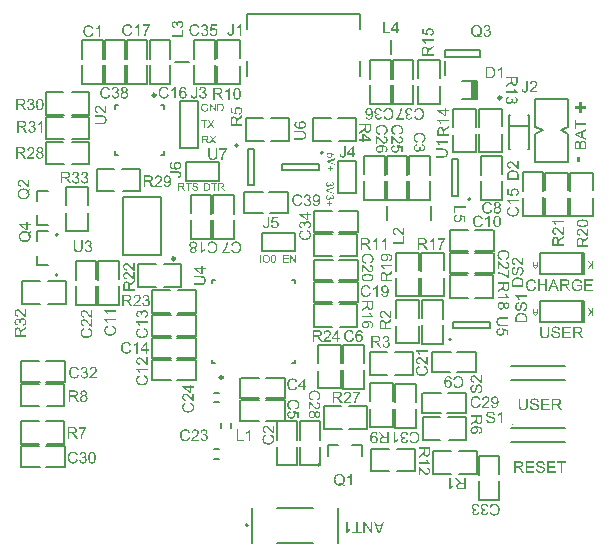
<source format=gto>
G04*
G04 #@! TF.GenerationSoftware,Altium Limited,Altium Designer,22.7.1 (60)*
G04*
G04 Layer_Color=65535*
%FSLAX44Y44*%
%MOMM*%
G71*
G04*
G04 #@! TF.SameCoordinates,4EDC8D64-7802-4C18-8A36-DA98FD6AFE69*
G04*
G04*
G04 #@! TF.FilePolarity,Positive*
G04*
G01*
G75*
%ADD10C,0.2500*%
%ADD11C,0.2000*%
%ADD12C,0.1000*%
%ADD13C,0.2540*%
%ADD14C,0.1270*%
%ADD15C,0.1016*%
%ADD16R,0.5080X1.5870*%
%ADD17R,0.2540X1.7780*%
G36*
X200443Y-151928D02*
X200538D01*
X200649Y-151936D01*
X200776Y-151951D01*
X200911Y-151967D01*
X201053Y-151983D01*
X201204Y-152007D01*
X201529Y-152070D01*
X201854Y-152157D01*
X202020Y-152213D01*
X202179Y-152276D01*
X202187D01*
X202218Y-152292D01*
X202258Y-152316D01*
X202313Y-152340D01*
X202385Y-152379D01*
X202464Y-152419D01*
X202551Y-152474D01*
X202654Y-152538D01*
X202749Y-152601D01*
X202852Y-152680D01*
X202963Y-152768D01*
X203066Y-152855D01*
X203272Y-153069D01*
X203367Y-153180D01*
X203454Y-153307D01*
X203462Y-153314D01*
X203470Y-153338D01*
X203494Y-153378D01*
X203526Y-153425D01*
X203557Y-153489D01*
X203597Y-153568D01*
X203637Y-153655D01*
X203684Y-153750D01*
X203724Y-153861D01*
X203771Y-153972D01*
X203811Y-154099D01*
X203843Y-154234D01*
X203906Y-154527D01*
X203930Y-154677D01*
X203938Y-154836D01*
X202702Y-154931D01*
Y-154923D01*
X202694Y-154892D01*
X202686Y-154844D01*
X202678Y-154781D01*
X202662Y-154701D01*
X202638Y-154614D01*
X202614Y-154519D01*
X202575Y-154408D01*
X202488Y-154186D01*
X202432Y-154067D01*
X202369Y-153956D01*
X202297Y-153837D01*
X202218Y-153734D01*
X202123Y-153631D01*
X202020Y-153536D01*
X202012Y-153528D01*
X201996Y-153512D01*
X201957Y-153489D01*
X201909Y-153465D01*
X201854Y-153425D01*
X201774Y-153386D01*
X201687Y-153346D01*
X201592Y-153299D01*
X201473Y-153251D01*
X201346Y-153211D01*
X201212Y-153172D01*
X201061Y-153132D01*
X200895Y-153108D01*
X200713Y-153085D01*
X200522Y-153069D01*
X200316Y-153061D01*
X200205D01*
X200126Y-153069D01*
X200031Y-153077D01*
X199920Y-153085D01*
X199793Y-153101D01*
X199666Y-153116D01*
X199381Y-153164D01*
X199096Y-153243D01*
X198961Y-153291D01*
X198834Y-153354D01*
X198715Y-153417D01*
X198605Y-153497D01*
X198597Y-153505D01*
X198581Y-153512D01*
X198557Y-153536D01*
X198525Y-153576D01*
X198478Y-153616D01*
X198438Y-153663D01*
X198343Y-153782D01*
X198240Y-153933D01*
X198161Y-154115D01*
X198121Y-154210D01*
X198097Y-154313D01*
X198081Y-154416D01*
X198074Y-154527D01*
Y-154535D01*
Y-154551D01*
Y-154574D01*
X198081Y-154614D01*
Y-154662D01*
X198097Y-154709D01*
X198121Y-154828D01*
X198169Y-154971D01*
X198232Y-155113D01*
X198327Y-155256D01*
X198383Y-155327D01*
X198446Y-155391D01*
X198454D01*
X198462Y-155407D01*
X198493Y-155422D01*
X198533Y-155446D01*
X198581Y-155478D01*
X198652Y-155518D01*
X198731Y-155557D01*
X198834Y-155605D01*
X198953Y-155652D01*
X199088Y-155708D01*
X199254Y-155771D01*
X199429Y-155827D01*
X199635Y-155890D01*
X199865Y-155953D01*
X200118Y-156025D01*
X200403Y-156088D01*
X200419D01*
X200443Y-156096D01*
X200475Y-156104D01*
X200554Y-156120D01*
X200657Y-156152D01*
X200784Y-156175D01*
X200934Y-156215D01*
X201093Y-156255D01*
X201267Y-156302D01*
X201624Y-156397D01*
X201806Y-156445D01*
X201980Y-156500D01*
X202147Y-156556D01*
X202305Y-156603D01*
X202448Y-156659D01*
X202567Y-156706D01*
X202575Y-156714D01*
X202607Y-156722D01*
X202646Y-156746D01*
X202710Y-156778D01*
X202773Y-156817D01*
X202860Y-156865D01*
X202947Y-156920D01*
X203042Y-156976D01*
X203248Y-157126D01*
X203454Y-157293D01*
X203653Y-157491D01*
X203740Y-157594D01*
X203819Y-157705D01*
X203827Y-157713D01*
X203835Y-157729D01*
X203859Y-157768D01*
X203882Y-157808D01*
X203914Y-157871D01*
X203946Y-157935D01*
X203985Y-158014D01*
X204025Y-158101D01*
X204065Y-158204D01*
X204104Y-158307D01*
X204136Y-158426D01*
X204168Y-158545D01*
X204215Y-158806D01*
X204223Y-158949D01*
X204231Y-159092D01*
Y-159100D01*
Y-159123D01*
Y-159171D01*
X204223Y-159226D01*
X204215Y-159290D01*
X204207Y-159377D01*
X204191Y-159464D01*
X204176Y-159567D01*
X204152Y-159678D01*
X204120Y-159789D01*
X204088Y-159916D01*
X204041Y-160035D01*
X203985Y-160169D01*
X203930Y-160296D01*
X203859Y-160431D01*
X203779Y-160558D01*
X203771Y-160566D01*
X203756Y-160589D01*
X203732Y-160621D01*
X203700Y-160669D01*
X203653Y-160724D01*
X203597Y-160795D01*
X203526Y-160867D01*
X203454Y-160946D01*
X203367Y-161033D01*
X203272Y-161112D01*
X203169Y-161208D01*
X203050Y-161295D01*
X202924Y-161382D01*
X202789Y-161461D01*
X202646Y-161548D01*
X202496Y-161620D01*
X202488Y-161628D01*
X202456Y-161635D01*
X202408Y-161651D01*
X202353Y-161675D01*
X202274Y-161707D01*
X202179Y-161738D01*
X202068Y-161770D01*
X201949Y-161810D01*
X201814Y-161842D01*
X201671Y-161881D01*
X201513Y-161913D01*
X201354Y-161937D01*
X201180Y-161968D01*
X200998Y-161984D01*
X200808Y-161992D01*
X200617Y-162000D01*
X200491D01*
X200396Y-161992D01*
X200285D01*
X200150Y-161976D01*
X200007Y-161968D01*
X199841Y-161952D01*
X199674Y-161929D01*
X199492Y-161905D01*
X199120Y-161842D01*
X198755Y-161746D01*
X198573Y-161683D01*
X198398Y-161620D01*
X198391Y-161612D01*
X198359Y-161604D01*
X198311Y-161580D01*
X198248Y-161548D01*
X198176Y-161509D01*
X198089Y-161453D01*
X197994Y-161398D01*
X197891Y-161326D01*
X197780Y-161247D01*
X197661Y-161168D01*
X197543Y-161065D01*
X197432Y-160962D01*
X197313Y-160851D01*
X197202Y-160724D01*
X197099Y-160597D01*
X196996Y-160455D01*
X196988Y-160447D01*
X196972Y-160423D01*
X196948Y-160375D01*
X196917Y-160320D01*
X196877Y-160241D01*
X196837Y-160154D01*
X196790Y-160058D01*
X196742Y-159940D01*
X196695Y-159821D01*
X196647Y-159686D01*
X196600Y-159535D01*
X196560Y-159385D01*
X196520Y-159226D01*
X196497Y-159052D01*
X196473Y-158878D01*
X196465Y-158695D01*
X197685Y-158592D01*
Y-158600D01*
X197693Y-158624D01*
Y-158664D01*
X197701Y-158711D01*
X197717Y-158775D01*
X197725Y-158854D01*
X197741Y-158933D01*
X197764Y-159020D01*
X197820Y-159211D01*
X197883Y-159417D01*
X197971Y-159615D01*
X198081Y-159805D01*
X198089Y-159813D01*
X198097Y-159829D01*
X198113Y-159852D01*
X198145Y-159884D01*
X198216Y-159971D01*
X198327Y-160074D01*
X198462Y-160193D01*
X198541Y-160257D01*
X198628Y-160320D01*
X198723Y-160383D01*
X198834Y-160447D01*
X198945Y-160510D01*
X199064Y-160566D01*
X199072D01*
X199096Y-160581D01*
X199128Y-160589D01*
X199183Y-160613D01*
X199246Y-160629D01*
X199318Y-160653D01*
X199405Y-160685D01*
X199500Y-160708D01*
X199611Y-160732D01*
X199722Y-160764D01*
X199849Y-160788D01*
X199975Y-160803D01*
X200261Y-160835D01*
X200562Y-160851D01*
X200689D01*
X200752Y-160843D01*
X200823D01*
X200911Y-160835D01*
X200998Y-160827D01*
X201204Y-160795D01*
X201418Y-160764D01*
X201648Y-160708D01*
X201862Y-160637D01*
X201870D01*
X201885Y-160629D01*
X201917Y-160613D01*
X201957Y-160597D01*
X202004Y-160574D01*
X202060Y-160550D01*
X202179Y-160478D01*
X202321Y-160391D01*
X202464Y-160288D01*
X202591Y-160169D01*
X202710Y-160035D01*
Y-160027D01*
X202725Y-160019D01*
X202733Y-159995D01*
X202757Y-159963D01*
X202797Y-159884D01*
X202852Y-159781D01*
X202900Y-159662D01*
X202947Y-159520D01*
X202979Y-159361D01*
X202987Y-159195D01*
Y-159187D01*
Y-159171D01*
Y-159147D01*
Y-159115D01*
X202971Y-159028D01*
X202955Y-158925D01*
X202924Y-158798D01*
X202876Y-158664D01*
X202805Y-158529D01*
X202717Y-158394D01*
Y-158386D01*
X202702Y-158378D01*
X202670Y-158339D01*
X202599Y-158275D01*
X202504Y-158196D01*
X202385Y-158101D01*
X202234Y-158006D01*
X202052Y-157911D01*
X201949Y-157871D01*
X201838Y-157824D01*
X201830D01*
X201822Y-157816D01*
X201790Y-157808D01*
X201758Y-157792D01*
X201703Y-157776D01*
X201640Y-157760D01*
X201560Y-157729D01*
X201473Y-157705D01*
X201362Y-157673D01*
X201236Y-157641D01*
X201093Y-157602D01*
X200934Y-157554D01*
X200752Y-157507D01*
X200554Y-157459D01*
X200340Y-157404D01*
X200094Y-157348D01*
X200079Y-157340D01*
X200039Y-157332D01*
X199967Y-157316D01*
X199872Y-157293D01*
X199769Y-157261D01*
X199643Y-157229D01*
X199500Y-157190D01*
X199357Y-157150D01*
X199040Y-157055D01*
X198731Y-156952D01*
X198581Y-156896D01*
X198446Y-156849D01*
X198319Y-156793D01*
X198208Y-156738D01*
X198200Y-156730D01*
X198176Y-156722D01*
X198145Y-156698D01*
X198097Y-156674D01*
X198034Y-156635D01*
X197971Y-156595D01*
X197820Y-156484D01*
X197646Y-156357D01*
X197479Y-156199D01*
X197313Y-156025D01*
X197241Y-155930D01*
X197170Y-155835D01*
Y-155827D01*
X197154Y-155811D01*
X197138Y-155779D01*
X197115Y-155739D01*
X197091Y-155684D01*
X197059Y-155628D01*
X197035Y-155557D01*
X197004Y-155478D01*
X196940Y-155296D01*
X196885Y-155090D01*
X196845Y-154860D01*
X196837Y-154741D01*
X196829Y-154614D01*
Y-154606D01*
Y-154582D01*
Y-154543D01*
X196837Y-154487D01*
X196845Y-154424D01*
X196853Y-154345D01*
X196861Y-154257D01*
X196885Y-154162D01*
X196932Y-153956D01*
X197004Y-153719D01*
X197051Y-153600D01*
X197107Y-153481D01*
X197170Y-153354D01*
X197241Y-153235D01*
X197249Y-153227D01*
X197265Y-153203D01*
X197289Y-153172D01*
X197321Y-153124D01*
X197360Y-153077D01*
X197416Y-153013D01*
X197479Y-152942D01*
X197551Y-152871D01*
X197638Y-152791D01*
X197725Y-152712D01*
X197828Y-152625D01*
X197939Y-152546D01*
X198058Y-152466D01*
X198185Y-152387D01*
X198319Y-152316D01*
X198470Y-152253D01*
X198478Y-152245D01*
X198509Y-152237D01*
X198549Y-152221D01*
X198612Y-152197D01*
X198684Y-152173D01*
X198779Y-152149D01*
X198882Y-152118D01*
X199001Y-152086D01*
X199128Y-152054D01*
X199262Y-152023D01*
X199413Y-151999D01*
X199563Y-151975D01*
X199904Y-151936D01*
X200261Y-151920D01*
X200364D01*
X200443Y-151928D01*
D02*
G37*
G36*
X222086Y-153227D02*
X218860D01*
Y-161834D01*
X217568D01*
Y-153227D01*
X214359D01*
Y-152078D01*
X222086D01*
Y-153227D01*
D02*
G37*
G36*
X213075D02*
X207314D01*
Y-156215D01*
X212711D01*
Y-157364D01*
X207314D01*
Y-160685D01*
X213305D01*
Y-161834D01*
X206022D01*
Y-152078D01*
X213075D01*
Y-153227D01*
D02*
G37*
G36*
X194896D02*
X189134D01*
Y-156215D01*
X194531D01*
Y-157364D01*
X189134D01*
Y-160685D01*
X195126D01*
Y-161834D01*
X187843D01*
Y-152078D01*
X194896D01*
Y-153227D01*
D02*
G37*
G36*
X182644Y-152086D02*
X182763Y-152094D01*
X182906Y-152102D01*
X183056Y-152110D01*
X183373Y-152142D01*
X183698Y-152189D01*
X183856Y-152221D01*
X184015Y-152260D01*
X184158Y-152300D01*
X184292Y-152348D01*
X184300D01*
X184324Y-152363D01*
X184356Y-152379D01*
X184403Y-152395D01*
X184467Y-152427D01*
X184530Y-152466D01*
X184681Y-152562D01*
X184768Y-152617D01*
X184855Y-152688D01*
X184950Y-152768D01*
X185037Y-152847D01*
X185124Y-152942D01*
X185219Y-153045D01*
X185299Y-153156D01*
X185378Y-153275D01*
X185386Y-153283D01*
X185394Y-153307D01*
X185418Y-153338D01*
X185441Y-153394D01*
X185473Y-153457D01*
X185505Y-153528D01*
X185544Y-153616D01*
X185584Y-153711D01*
X185624Y-153814D01*
X185663Y-153925D01*
X185727Y-154170D01*
X185774Y-154448D01*
X185782Y-154590D01*
X185790Y-154741D01*
Y-154749D01*
Y-154788D01*
X185782Y-154844D01*
Y-154915D01*
X185766Y-155002D01*
X185758Y-155105D01*
X185735Y-155224D01*
X185703Y-155351D01*
X185671Y-155486D01*
X185624Y-155620D01*
X185568Y-155771D01*
X185505Y-155914D01*
X185425Y-156064D01*
X185338Y-156215D01*
X185235Y-156357D01*
X185117Y-156492D01*
X185109Y-156500D01*
X185085Y-156524D01*
X185045Y-156556D01*
X184990Y-156603D01*
X184918Y-156667D01*
X184831Y-156730D01*
X184728Y-156801D01*
X184601Y-156873D01*
X184467Y-156952D01*
X184316Y-157023D01*
X184142Y-157102D01*
X183959Y-157174D01*
X183753Y-157245D01*
X183531Y-157301D01*
X183294Y-157356D01*
X183040Y-157396D01*
X183048D01*
X183064Y-157404D01*
X183088Y-157420D01*
X183127Y-157435D01*
X183214Y-157491D01*
X183333Y-157554D01*
X183460Y-157626D01*
X183587Y-157713D01*
X183706Y-157800D01*
X183817Y-157887D01*
X183825Y-157895D01*
X183841Y-157911D01*
X183872Y-157942D01*
X183912Y-157982D01*
X183967Y-158030D01*
X184023Y-158093D01*
X184094Y-158164D01*
X184165Y-158244D01*
X184245Y-158331D01*
X184332Y-158426D01*
X184419Y-158537D01*
X184506Y-158648D01*
X184697Y-158901D01*
X184887Y-159179D01*
X186575Y-161834D01*
X184966D01*
X183674Y-159805D01*
X183666Y-159797D01*
X183650Y-159765D01*
X183619Y-159718D01*
X183579Y-159662D01*
X183531Y-159591D01*
X183476Y-159504D01*
X183413Y-159409D01*
X183349Y-159313D01*
X183199Y-159092D01*
X183040Y-158870D01*
X182890Y-158656D01*
X182810Y-158561D01*
X182739Y-158465D01*
Y-158458D01*
X182723Y-158442D01*
X182707Y-158418D01*
X182676Y-158386D01*
X182612Y-158307D01*
X182517Y-158212D01*
X182422Y-158101D01*
X182311Y-157990D01*
X182192Y-157895D01*
X182081Y-157816D01*
X182065Y-157808D01*
X182034Y-157784D01*
X181978Y-157752D01*
X181899Y-157713D01*
X181812Y-157665D01*
X181717Y-157618D01*
X181614Y-157578D01*
X181503Y-157546D01*
X181495D01*
X181463Y-157538D01*
X181408Y-157530D01*
X181328Y-157522D01*
X181233Y-157515D01*
X181106Y-157507D01*
X180956Y-157499D01*
X179292D01*
Y-161834D01*
X178000D01*
Y-152078D01*
X182533D01*
X182644Y-152086D01*
D02*
G37*
G36*
X195353Y-98928D02*
X195448D01*
X195559Y-98935D01*
X195686Y-98951D01*
X195821Y-98967D01*
X195963Y-98983D01*
X196114Y-99007D01*
X196439Y-99070D01*
X196764Y-99157D01*
X196930Y-99213D01*
X197089Y-99276D01*
X197097D01*
X197128Y-99292D01*
X197168Y-99316D01*
X197223Y-99340D01*
X197295Y-99379D01*
X197374Y-99419D01*
X197461Y-99474D01*
X197564Y-99538D01*
X197659Y-99601D01*
X197762Y-99680D01*
X197873Y-99768D01*
X197976Y-99855D01*
X198182Y-100069D01*
X198277Y-100180D01*
X198365Y-100307D01*
X198373Y-100314D01*
X198381Y-100338D01*
X198404Y-100378D01*
X198436Y-100425D01*
X198468Y-100489D01*
X198507Y-100568D01*
X198547Y-100655D01*
X198594Y-100750D01*
X198634Y-100861D01*
X198682Y-100972D01*
X198721Y-101099D01*
X198753Y-101234D01*
X198816Y-101527D01*
X198840Y-101678D01*
X198848Y-101836D01*
X197612Y-101931D01*
Y-101923D01*
X197604Y-101891D01*
X197596Y-101844D01*
X197588Y-101781D01*
X197572Y-101701D01*
X197548Y-101614D01*
X197525Y-101519D01*
X197485Y-101408D01*
X197398Y-101186D01*
X197342Y-101067D01*
X197279Y-100956D01*
X197208Y-100837D01*
X197128Y-100734D01*
X197033Y-100631D01*
X196930Y-100536D01*
X196922Y-100528D01*
X196907Y-100513D01*
X196867Y-100489D01*
X196819Y-100465D01*
X196764Y-100425D01*
X196685Y-100386D01*
X196597Y-100346D01*
X196502Y-100299D01*
X196383Y-100251D01*
X196257Y-100211D01*
X196122Y-100172D01*
X195971Y-100132D01*
X195805Y-100108D01*
X195623Y-100085D01*
X195432Y-100069D01*
X195226Y-100061D01*
X195116D01*
X195036Y-100069D01*
X194941Y-100077D01*
X194830Y-100085D01*
X194703Y-100100D01*
X194577Y-100116D01*
X194291Y-100164D01*
X194006Y-100243D01*
X193871Y-100291D01*
X193745Y-100354D01*
X193626Y-100417D01*
X193515Y-100497D01*
X193507Y-100505D01*
X193491Y-100513D01*
X193467Y-100536D01*
X193435Y-100576D01*
X193388Y-100616D01*
X193348Y-100663D01*
X193253Y-100782D01*
X193150Y-100933D01*
X193071Y-101115D01*
X193031Y-101210D01*
X193008Y-101313D01*
X192992Y-101416D01*
X192984Y-101527D01*
Y-101535D01*
Y-101551D01*
Y-101574D01*
X192992Y-101614D01*
Y-101662D01*
X193008Y-101709D01*
X193031Y-101828D01*
X193079Y-101971D01*
X193142Y-102113D01*
X193237Y-102256D01*
X193293Y-102327D01*
X193356Y-102391D01*
X193364D01*
X193372Y-102407D01*
X193404Y-102422D01*
X193443Y-102446D01*
X193491Y-102478D01*
X193562Y-102517D01*
X193641Y-102557D01*
X193745Y-102605D01*
X193863Y-102652D01*
X193998Y-102708D01*
X194165Y-102771D01*
X194339Y-102827D01*
X194545Y-102890D01*
X194775Y-102953D01*
X195028Y-103025D01*
X195314Y-103088D01*
X195329D01*
X195353Y-103096D01*
X195385Y-103104D01*
X195464Y-103120D01*
X195567Y-103152D01*
X195694Y-103175D01*
X195845Y-103215D01*
X196003Y-103254D01*
X196178Y-103302D01*
X196534Y-103397D01*
X196716Y-103445D01*
X196891Y-103500D01*
X197057Y-103556D01*
X197216Y-103603D01*
X197358Y-103659D01*
X197477Y-103706D01*
X197485Y-103714D01*
X197517Y-103722D01*
X197556Y-103746D01*
X197620Y-103778D01*
X197683Y-103817D01*
X197770Y-103865D01*
X197857Y-103920D01*
X197953Y-103976D01*
X198159Y-104126D01*
X198365Y-104293D01*
X198563Y-104491D01*
X198650Y-104594D01*
X198729Y-104705D01*
X198737Y-104713D01*
X198745Y-104728D01*
X198769Y-104768D01*
X198793Y-104808D01*
X198824Y-104871D01*
X198856Y-104935D01*
X198896Y-105014D01*
X198935Y-105101D01*
X198975Y-105204D01*
X199014Y-105307D01*
X199046Y-105426D01*
X199078Y-105545D01*
X199125Y-105806D01*
X199133Y-105949D01*
X199141Y-106092D01*
Y-106100D01*
Y-106123D01*
Y-106171D01*
X199133Y-106226D01*
X199125Y-106290D01*
X199118Y-106377D01*
X199102Y-106464D01*
X199086Y-106567D01*
X199062Y-106678D01*
X199030Y-106789D01*
X198999Y-106916D01*
X198951Y-107035D01*
X198896Y-107169D01*
X198840Y-107296D01*
X198769Y-107431D01*
X198690Y-107558D01*
X198682Y-107566D01*
X198666Y-107589D01*
X198642Y-107621D01*
X198610Y-107669D01*
X198563Y-107724D01*
X198507Y-107795D01*
X198436Y-107867D01*
X198365Y-107946D01*
X198277Y-108033D01*
X198182Y-108112D01*
X198079Y-108208D01*
X197960Y-108295D01*
X197834Y-108382D01*
X197699Y-108461D01*
X197556Y-108548D01*
X197406Y-108620D01*
X197398Y-108628D01*
X197366Y-108636D01*
X197319Y-108651D01*
X197263Y-108675D01*
X197184Y-108707D01*
X197089Y-108738D01*
X196978Y-108770D01*
X196859Y-108810D01*
X196724Y-108841D01*
X196582Y-108881D01*
X196423Y-108913D01*
X196265Y-108937D01*
X196090Y-108968D01*
X195908Y-108984D01*
X195718Y-108992D01*
X195528Y-109000D01*
X195401D01*
X195306Y-108992D01*
X195195D01*
X195060Y-108976D01*
X194917Y-108968D01*
X194751Y-108953D01*
X194585Y-108929D01*
X194402Y-108905D01*
X194030Y-108841D01*
X193665Y-108746D01*
X193483Y-108683D01*
X193309Y-108620D01*
X193301Y-108612D01*
X193269Y-108604D01*
X193221Y-108580D01*
X193158Y-108548D01*
X193087Y-108509D01*
X193000Y-108453D01*
X192904Y-108398D01*
X192801Y-108326D01*
X192691Y-108247D01*
X192572Y-108168D01*
X192453Y-108065D01*
X192342Y-107962D01*
X192223Y-107851D01*
X192112Y-107724D01*
X192009Y-107597D01*
X191906Y-107455D01*
X191898Y-107447D01*
X191882Y-107423D01*
X191858Y-107375D01*
X191827Y-107320D01*
X191787Y-107241D01*
X191747Y-107154D01*
X191700Y-107058D01*
X191652Y-106940D01*
X191605Y-106821D01*
X191557Y-106686D01*
X191510Y-106535D01*
X191470Y-106385D01*
X191430Y-106226D01*
X191407Y-106052D01*
X191383Y-105878D01*
X191375Y-105695D01*
X192595Y-105592D01*
Y-105600D01*
X192603Y-105624D01*
Y-105664D01*
X192611Y-105711D01*
X192627Y-105775D01*
X192635Y-105854D01*
X192651Y-105933D01*
X192675Y-106020D01*
X192730Y-106210D01*
X192794Y-106417D01*
X192881Y-106615D01*
X192992Y-106805D01*
X193000Y-106813D01*
X193008Y-106829D01*
X193023Y-106852D01*
X193055Y-106884D01*
X193126Y-106971D01*
X193237Y-107074D01*
X193372Y-107193D01*
X193451Y-107257D01*
X193538Y-107320D01*
X193634Y-107383D01*
X193745Y-107447D01*
X193855Y-107510D01*
X193974Y-107566D01*
X193982D01*
X194006Y-107582D01*
X194038Y-107589D01*
X194093Y-107613D01*
X194157Y-107629D01*
X194228Y-107653D01*
X194315Y-107684D01*
X194410Y-107708D01*
X194521Y-107732D01*
X194632Y-107764D01*
X194759Y-107788D01*
X194886Y-107803D01*
X195171Y-107835D01*
X195472Y-107851D01*
X195599D01*
X195662Y-107843D01*
X195734D01*
X195821Y-107835D01*
X195908Y-107827D01*
X196114Y-107795D01*
X196328Y-107764D01*
X196558Y-107708D01*
X196772Y-107637D01*
X196780D01*
X196796Y-107629D01*
X196827Y-107613D01*
X196867Y-107597D01*
X196915Y-107573D01*
X196970Y-107550D01*
X197089Y-107478D01*
X197232Y-107391D01*
X197374Y-107288D01*
X197501Y-107169D01*
X197620Y-107035D01*
Y-107027D01*
X197636Y-107019D01*
X197644Y-106995D01*
X197667Y-106963D01*
X197707Y-106884D01*
X197762Y-106781D01*
X197810Y-106662D01*
X197857Y-106519D01*
X197889Y-106361D01*
X197897Y-106195D01*
Y-106187D01*
Y-106171D01*
Y-106147D01*
Y-106115D01*
X197881Y-106028D01*
X197865Y-105925D01*
X197834Y-105798D01*
X197786Y-105664D01*
X197715Y-105529D01*
X197628Y-105394D01*
Y-105386D01*
X197612Y-105378D01*
X197580Y-105339D01*
X197509Y-105275D01*
X197414Y-105196D01*
X197295Y-105101D01*
X197144Y-105006D01*
X196962Y-104911D01*
X196859Y-104871D01*
X196748Y-104824D01*
X196740D01*
X196732Y-104816D01*
X196700Y-104808D01*
X196669Y-104792D01*
X196613Y-104776D01*
X196550Y-104760D01*
X196471Y-104728D01*
X196383Y-104705D01*
X196273Y-104673D01*
X196146Y-104641D01*
X196003Y-104602D01*
X195845Y-104554D01*
X195662Y-104507D01*
X195464Y-104459D01*
X195250Y-104404D01*
X195005Y-104348D01*
X194989Y-104340D01*
X194949Y-104332D01*
X194878Y-104317D01*
X194783Y-104293D01*
X194680Y-104261D01*
X194553Y-104229D01*
X194410Y-104190D01*
X194268Y-104150D01*
X193951Y-104055D01*
X193641Y-103952D01*
X193491Y-103896D01*
X193356Y-103849D01*
X193229Y-103793D01*
X193118Y-103738D01*
X193111Y-103730D01*
X193087Y-103722D01*
X193055Y-103698D01*
X193008Y-103674D01*
X192944Y-103635D01*
X192881Y-103595D01*
X192730Y-103484D01*
X192556Y-103358D01*
X192389Y-103199D01*
X192223Y-103025D01*
X192152Y-102930D01*
X192080Y-102835D01*
Y-102827D01*
X192064Y-102811D01*
X192049Y-102779D01*
X192025Y-102739D01*
X192001Y-102684D01*
X191969Y-102628D01*
X191946Y-102557D01*
X191914Y-102478D01*
X191850Y-102296D01*
X191795Y-102090D01*
X191755Y-101860D01*
X191747Y-101741D01*
X191740Y-101614D01*
Y-101606D01*
Y-101582D01*
Y-101543D01*
X191747Y-101487D01*
X191755Y-101424D01*
X191763Y-101345D01*
X191771Y-101257D01*
X191795Y-101162D01*
X191843Y-100956D01*
X191914Y-100719D01*
X191961Y-100600D01*
X192017Y-100481D01*
X192080Y-100354D01*
X192152Y-100235D01*
X192160Y-100227D01*
X192175Y-100204D01*
X192199Y-100172D01*
X192231Y-100124D01*
X192271Y-100077D01*
X192326Y-100013D01*
X192389Y-99942D01*
X192461Y-99871D01*
X192548Y-99791D01*
X192635Y-99712D01*
X192738Y-99625D01*
X192849Y-99546D01*
X192968Y-99466D01*
X193095Y-99387D01*
X193229Y-99316D01*
X193380Y-99253D01*
X193388Y-99245D01*
X193420Y-99237D01*
X193459Y-99221D01*
X193523Y-99197D01*
X193594Y-99173D01*
X193689Y-99150D01*
X193792Y-99118D01*
X193911Y-99086D01*
X194038Y-99054D01*
X194172Y-99023D01*
X194323Y-98999D01*
X194474Y-98975D01*
X194814Y-98935D01*
X195171Y-98920D01*
X195274D01*
X195353Y-98928D01*
D02*
G37*
G36*
X189663Y-104721D02*
Y-104728D01*
Y-104736D01*
Y-104784D01*
Y-104863D01*
X189655Y-104966D01*
Y-105085D01*
X189647Y-105228D01*
X189639Y-105386D01*
X189624Y-105561D01*
X189608Y-105743D01*
X189584Y-105933D01*
X189521Y-106321D01*
X189441Y-106710D01*
X189386Y-106892D01*
X189330Y-107058D01*
Y-107066D01*
X189315Y-107098D01*
X189291Y-107138D01*
X189267Y-107201D01*
X189227Y-107272D01*
X189180Y-107360D01*
X189124Y-107455D01*
X189053Y-107558D01*
X188982Y-107669D01*
X188887Y-107780D01*
X188792Y-107899D01*
X188681Y-108017D01*
X188562Y-108128D01*
X188427Y-108247D01*
X188284Y-108358D01*
X188126Y-108461D01*
X188118Y-108469D01*
X188086Y-108485D01*
X188039Y-108509D01*
X187967Y-108548D01*
X187880Y-108588D01*
X187777Y-108628D01*
X187658Y-108683D01*
X187516Y-108731D01*
X187365Y-108778D01*
X187191Y-108826D01*
X187001Y-108873D01*
X186802Y-108913D01*
X186588Y-108953D01*
X186351Y-108976D01*
X186113Y-108992D01*
X185851Y-109000D01*
X185717D01*
X185622Y-108992D01*
X185511Y-108984D01*
X185368Y-108976D01*
X185217Y-108960D01*
X185059Y-108945D01*
X184885Y-108913D01*
X184702Y-108889D01*
X184512Y-108849D01*
X184330Y-108802D01*
X184140Y-108746D01*
X183957Y-108683D01*
X183775Y-108612D01*
X183609Y-108532D01*
X183601Y-108525D01*
X183569Y-108509D01*
X183529Y-108485D01*
X183466Y-108445D01*
X183395Y-108398D01*
X183316Y-108334D01*
X183220Y-108263D01*
X183125Y-108184D01*
X183022Y-108089D01*
X182919Y-107986D01*
X182816Y-107875D01*
X182713Y-107756D01*
X182618Y-107621D01*
X182523Y-107478D01*
X182444Y-107328D01*
X182365Y-107162D01*
Y-107154D01*
X182349Y-107122D01*
X182333Y-107066D01*
X182309Y-106995D01*
X182277Y-106908D01*
X182246Y-106797D01*
X182214Y-106670D01*
X182182Y-106519D01*
X182151Y-106353D01*
X182119Y-106171D01*
X182087Y-105973D01*
X182055Y-105751D01*
X182032Y-105521D01*
X182016Y-105267D01*
X182008Y-105006D01*
X182000Y-104721D01*
Y-99078D01*
X183292D01*
Y-104713D01*
Y-104728D01*
Y-104768D01*
Y-104832D01*
Y-104919D01*
X183300Y-105022D01*
X183308Y-105149D01*
Y-105275D01*
X183323Y-105418D01*
X183347Y-105727D01*
X183387Y-106036D01*
X183419Y-106187D01*
X183442Y-106329D01*
X183482Y-106464D01*
X183522Y-106583D01*
Y-106591D01*
X183529Y-106607D01*
X183545Y-106638D01*
X183569Y-106678D01*
X183593Y-106734D01*
X183625Y-106789D01*
X183712Y-106924D01*
X183823Y-107074D01*
X183965Y-107225D01*
X184132Y-107375D01*
X184330Y-107510D01*
X184338D01*
X184354Y-107526D01*
X184385Y-107542D01*
X184433Y-107558D01*
X184488Y-107582D01*
X184560Y-107613D01*
X184639Y-107645D01*
X184726Y-107669D01*
X184821Y-107700D01*
X184932Y-107732D01*
X185043Y-107756D01*
X185170Y-107788D01*
X185439Y-107819D01*
X185741Y-107835D01*
X185804D01*
X185875Y-107827D01*
X185970D01*
X186089Y-107811D01*
X186224Y-107803D01*
X186367Y-107780D01*
X186525Y-107756D01*
X186691Y-107724D01*
X186858Y-107677D01*
X187024Y-107629D01*
X187191Y-107566D01*
X187349Y-107494D01*
X187500Y-107407D01*
X187642Y-107304D01*
X187761Y-107193D01*
X187769Y-107185D01*
X187785Y-107162D01*
X187817Y-107122D01*
X187856Y-107066D01*
X187904Y-106987D01*
X187952Y-106892D01*
X188007Y-106781D01*
X188070Y-106638D01*
X188126Y-106488D01*
X188181Y-106306D01*
X188229Y-106100D01*
X188276Y-105878D01*
X188316Y-105624D01*
X188348Y-105347D01*
X188364Y-105045D01*
X188372Y-104713D01*
Y-99078D01*
X189663D01*
Y-104721D01*
D02*
G37*
G36*
X214658Y-99086D02*
X214777Y-99094D01*
X214920Y-99102D01*
X215070Y-99110D01*
X215387Y-99142D01*
X215712Y-99189D01*
X215871Y-99221D01*
X216029Y-99260D01*
X216172Y-99300D01*
X216306Y-99348D01*
X216314D01*
X216338Y-99363D01*
X216370Y-99379D01*
X216417Y-99395D01*
X216481Y-99427D01*
X216544Y-99466D01*
X216695Y-99562D01*
X216782Y-99617D01*
X216869Y-99688D01*
X216964Y-99768D01*
X217051Y-99847D01*
X217139Y-99942D01*
X217234Y-100045D01*
X217313Y-100156D01*
X217392Y-100275D01*
X217400Y-100283D01*
X217408Y-100307D01*
X217432Y-100338D01*
X217456Y-100394D01*
X217487Y-100457D01*
X217519Y-100528D01*
X217559Y-100616D01*
X217598Y-100711D01*
X217638Y-100814D01*
X217677Y-100925D01*
X217741Y-101170D01*
X217788Y-101448D01*
X217796Y-101590D01*
X217804Y-101741D01*
Y-101749D01*
Y-101788D01*
X217796Y-101844D01*
Y-101915D01*
X217780Y-102002D01*
X217773Y-102105D01*
X217749Y-102224D01*
X217717Y-102351D01*
X217685Y-102486D01*
X217638Y-102620D01*
X217582Y-102771D01*
X217519Y-102914D01*
X217440Y-103064D01*
X217353Y-103215D01*
X217250Y-103358D01*
X217131Y-103492D01*
X217123Y-103500D01*
X217099Y-103524D01*
X217059Y-103556D01*
X217004Y-103603D01*
X216933Y-103667D01*
X216845Y-103730D01*
X216742Y-103801D01*
X216616Y-103873D01*
X216481Y-103952D01*
X216330Y-104023D01*
X216156Y-104102D01*
X215974Y-104174D01*
X215768Y-104245D01*
X215546Y-104301D01*
X215308Y-104356D01*
X215054Y-104396D01*
X215062D01*
X215078Y-104404D01*
X215102Y-104419D01*
X215142Y-104435D01*
X215229Y-104491D01*
X215348Y-104554D01*
X215474Y-104626D01*
X215601Y-104713D01*
X215720Y-104800D01*
X215831Y-104887D01*
X215839Y-104895D01*
X215855Y-104911D01*
X215886Y-104943D01*
X215926Y-104982D01*
X215982Y-105030D01*
X216037Y-105093D01*
X216108Y-105164D01*
X216180Y-105244D01*
X216259Y-105331D01*
X216346Y-105426D01*
X216433Y-105537D01*
X216520Y-105648D01*
X216711Y-105901D01*
X216901Y-106179D01*
X218589Y-108834D01*
X216980D01*
X215688Y-106805D01*
X215680Y-106797D01*
X215665Y-106765D01*
X215633Y-106718D01*
X215593Y-106662D01*
X215546Y-106591D01*
X215490Y-106504D01*
X215427Y-106409D01*
X215363Y-106313D01*
X215213Y-106092D01*
X215054Y-105870D01*
X214904Y-105656D01*
X214825Y-105561D01*
X214753Y-105465D01*
Y-105458D01*
X214737Y-105442D01*
X214722Y-105418D01*
X214690Y-105386D01*
X214626Y-105307D01*
X214531Y-105212D01*
X214436Y-105101D01*
X214325Y-104990D01*
X214206Y-104895D01*
X214095Y-104816D01*
X214080Y-104808D01*
X214048Y-104784D01*
X213992Y-104752D01*
X213913Y-104713D01*
X213826Y-104665D01*
X213731Y-104618D01*
X213628Y-104578D01*
X213517Y-104546D01*
X213509D01*
X213477Y-104538D01*
X213422Y-104530D01*
X213343Y-104522D01*
X213248Y-104515D01*
X213121Y-104507D01*
X212970Y-104499D01*
X211306D01*
Y-108834D01*
X210014D01*
Y-99078D01*
X214547D01*
X214658Y-99086D01*
D02*
G37*
G36*
X207985Y-100227D02*
X202224D01*
Y-103215D01*
X207621D01*
Y-104364D01*
X202224D01*
Y-107684D01*
X208215D01*
Y-108834D01*
X200932D01*
Y-99078D01*
X207985D01*
Y-100227D01*
D02*
G37*
G36*
X213353Y-37928D02*
X213448D01*
X213559Y-37936D01*
X213686Y-37951D01*
X213821Y-37967D01*
X213964Y-37983D01*
X214114Y-38007D01*
X214439Y-38070D01*
X214764Y-38157D01*
X214930Y-38213D01*
X215089Y-38276D01*
X215097D01*
X215128Y-38292D01*
X215168Y-38316D01*
X215224Y-38340D01*
X215295Y-38379D01*
X215374Y-38419D01*
X215461Y-38474D01*
X215564Y-38538D01*
X215659Y-38601D01*
X215762Y-38680D01*
X215873Y-38768D01*
X215976Y-38855D01*
X216182Y-39069D01*
X216278Y-39180D01*
X216365Y-39306D01*
X216373Y-39314D01*
X216381Y-39338D01*
X216404Y-39378D01*
X216436Y-39425D01*
X216468Y-39489D01*
X216507Y-39568D01*
X216547Y-39655D01*
X216595Y-39750D01*
X216634Y-39861D01*
X216682Y-39972D01*
X216721Y-40099D01*
X216753Y-40234D01*
X216816Y-40527D01*
X216840Y-40677D01*
X216848Y-40836D01*
X215612Y-40931D01*
Y-40923D01*
X215604Y-40891D01*
X215596Y-40844D01*
X215588Y-40781D01*
X215572Y-40701D01*
X215548Y-40614D01*
X215525Y-40519D01*
X215485Y-40408D01*
X215398Y-40186D01*
X215342Y-40067D01*
X215279Y-39956D01*
X215208Y-39838D01*
X215128Y-39734D01*
X215033Y-39631D01*
X214930Y-39536D01*
X214922Y-39528D01*
X214907Y-39513D01*
X214867Y-39489D01*
X214819Y-39465D01*
X214764Y-39425D01*
X214685Y-39386D01*
X214597Y-39346D01*
X214502Y-39299D01*
X214384Y-39251D01*
X214257Y-39211D01*
X214122Y-39172D01*
X213971Y-39132D01*
X213805Y-39108D01*
X213623Y-39085D01*
X213433Y-39069D01*
X213227Y-39061D01*
X213116D01*
X213036Y-39069D01*
X212941Y-39077D01*
X212830Y-39085D01*
X212703Y-39100D01*
X212577Y-39116D01*
X212291Y-39164D01*
X212006Y-39243D01*
X211871Y-39291D01*
X211745Y-39354D01*
X211626Y-39417D01*
X211515Y-39497D01*
X211507Y-39505D01*
X211491Y-39513D01*
X211467Y-39536D01*
X211436Y-39576D01*
X211388Y-39616D01*
X211348Y-39663D01*
X211253Y-39782D01*
X211150Y-39933D01*
X211071Y-40115D01*
X211031Y-40210D01*
X211008Y-40313D01*
X210992Y-40416D01*
X210984Y-40527D01*
Y-40535D01*
Y-40551D01*
Y-40574D01*
X210992Y-40614D01*
Y-40662D01*
X211008Y-40709D01*
X211031Y-40828D01*
X211079Y-40971D01*
X211142Y-41113D01*
X211237Y-41256D01*
X211293Y-41327D01*
X211356Y-41391D01*
X211364D01*
X211372Y-41407D01*
X211404Y-41422D01*
X211443Y-41446D01*
X211491Y-41478D01*
X211562Y-41518D01*
X211642Y-41557D01*
X211745Y-41605D01*
X211863Y-41652D01*
X211998Y-41708D01*
X212165Y-41771D01*
X212339Y-41827D01*
X212545Y-41890D01*
X212775Y-41953D01*
X213028Y-42025D01*
X213314Y-42088D01*
X213330D01*
X213353Y-42096D01*
X213385Y-42104D01*
X213464Y-42120D01*
X213567Y-42151D01*
X213694Y-42175D01*
X213845Y-42215D01*
X214003Y-42255D01*
X214177Y-42302D01*
X214534Y-42397D01*
X214716Y-42445D01*
X214891Y-42500D01*
X215057Y-42556D01*
X215216Y-42603D01*
X215358Y-42659D01*
X215477Y-42706D01*
X215485Y-42714D01*
X215517Y-42722D01*
X215556Y-42746D01*
X215620Y-42778D01*
X215683Y-42817D01*
X215770Y-42865D01*
X215858Y-42920D01*
X215953Y-42976D01*
X216159Y-43126D01*
X216365Y-43293D01*
X216563Y-43491D01*
X216650Y-43594D01*
X216729Y-43705D01*
X216737Y-43713D01*
X216745Y-43728D01*
X216769Y-43768D01*
X216793Y-43808D01*
X216824Y-43871D01*
X216856Y-43935D01*
X216896Y-44014D01*
X216935Y-44101D01*
X216975Y-44204D01*
X217015Y-44307D01*
X217046Y-44426D01*
X217078Y-44545D01*
X217125Y-44806D01*
X217133Y-44949D01*
X217141Y-45092D01*
Y-45100D01*
Y-45123D01*
Y-45171D01*
X217133Y-45226D01*
X217125Y-45290D01*
X217118Y-45377D01*
X217102Y-45464D01*
X217086Y-45567D01*
X217062Y-45678D01*
X217030Y-45789D01*
X216999Y-45916D01*
X216951Y-46035D01*
X216896Y-46169D01*
X216840Y-46296D01*
X216769Y-46431D01*
X216690Y-46558D01*
X216682Y-46566D01*
X216666Y-46589D01*
X216642Y-46621D01*
X216610Y-46669D01*
X216563Y-46724D01*
X216507Y-46795D01*
X216436Y-46867D01*
X216365Y-46946D01*
X216278Y-47033D01*
X216182Y-47112D01*
X216079Y-47207D01*
X215961Y-47295D01*
X215834Y-47382D01*
X215699Y-47461D01*
X215556Y-47548D01*
X215406Y-47620D01*
X215398Y-47628D01*
X215366Y-47635D01*
X215319Y-47651D01*
X215263Y-47675D01*
X215184Y-47707D01*
X215089Y-47738D01*
X214978Y-47770D01*
X214859Y-47810D01*
X214724Y-47842D01*
X214582Y-47881D01*
X214423Y-47913D01*
X214265Y-47937D01*
X214090Y-47968D01*
X213908Y-47984D01*
X213718Y-47992D01*
X213528Y-48000D01*
X213401D01*
X213306Y-47992D01*
X213195D01*
X213060Y-47976D01*
X212917Y-47968D01*
X212751Y-47952D01*
X212585Y-47929D01*
X212402Y-47905D01*
X212030Y-47842D01*
X211665Y-47746D01*
X211483Y-47683D01*
X211309Y-47620D01*
X211301Y-47612D01*
X211269Y-47604D01*
X211222Y-47580D01*
X211158Y-47548D01*
X211087Y-47509D01*
X211000Y-47453D01*
X210905Y-47398D01*
X210802Y-47326D01*
X210691Y-47247D01*
X210572Y-47168D01*
X210453Y-47065D01*
X210342Y-46962D01*
X210223Y-46851D01*
X210112Y-46724D01*
X210009Y-46597D01*
X209906Y-46455D01*
X209898Y-46447D01*
X209882Y-46423D01*
X209858Y-46375D01*
X209827Y-46320D01*
X209787Y-46241D01*
X209748Y-46153D01*
X209700Y-46058D01*
X209652Y-45940D01*
X209605Y-45821D01*
X209557Y-45686D01*
X209510Y-45535D01*
X209470Y-45385D01*
X209431Y-45226D01*
X209407Y-45052D01*
X209383Y-44878D01*
X209375Y-44695D01*
X210595Y-44592D01*
Y-44600D01*
X210603Y-44624D01*
Y-44664D01*
X210611Y-44711D01*
X210627Y-44775D01*
X210635Y-44854D01*
X210651Y-44933D01*
X210675Y-45020D01*
X210730Y-45210D01*
X210794Y-45416D01*
X210881Y-45615D01*
X210992Y-45805D01*
X211000Y-45813D01*
X211008Y-45829D01*
X211023Y-45852D01*
X211055Y-45884D01*
X211126Y-45971D01*
X211237Y-46074D01*
X211372Y-46193D01*
X211451Y-46256D01*
X211539Y-46320D01*
X211634Y-46383D01*
X211745Y-46447D01*
X211856Y-46510D01*
X211974Y-46566D01*
X211982D01*
X212006Y-46582D01*
X212038Y-46589D01*
X212093Y-46613D01*
X212157Y-46629D01*
X212228Y-46653D01*
X212315Y-46684D01*
X212410Y-46708D01*
X212521Y-46732D01*
X212632Y-46764D01*
X212759Y-46788D01*
X212886Y-46803D01*
X213171Y-46835D01*
X213472Y-46851D01*
X213599D01*
X213662Y-46843D01*
X213734D01*
X213821Y-46835D01*
X213908Y-46827D01*
X214114Y-46795D01*
X214328Y-46764D01*
X214558Y-46708D01*
X214772Y-46637D01*
X214780D01*
X214796Y-46629D01*
X214827Y-46613D01*
X214867Y-46597D01*
X214914Y-46574D01*
X214970Y-46550D01*
X215089Y-46478D01*
X215231Y-46391D01*
X215374Y-46288D01*
X215501Y-46169D01*
X215620Y-46035D01*
Y-46027D01*
X215636Y-46019D01*
X215644Y-45995D01*
X215667Y-45963D01*
X215707Y-45884D01*
X215762Y-45781D01*
X215810Y-45662D01*
X215858Y-45519D01*
X215889Y-45361D01*
X215897Y-45195D01*
Y-45187D01*
Y-45171D01*
Y-45147D01*
Y-45115D01*
X215881Y-45028D01*
X215865Y-44925D01*
X215834Y-44798D01*
X215786Y-44664D01*
X215715Y-44529D01*
X215628Y-44394D01*
Y-44386D01*
X215612Y-44378D01*
X215580Y-44339D01*
X215509Y-44275D01*
X215414Y-44196D01*
X215295Y-44101D01*
X215144Y-44006D01*
X214962Y-43911D01*
X214859Y-43871D01*
X214748Y-43824D01*
X214740D01*
X214732Y-43816D01*
X214701Y-43808D01*
X214669Y-43792D01*
X214613Y-43776D01*
X214550Y-43760D01*
X214471Y-43728D01*
X214384Y-43705D01*
X214273Y-43673D01*
X214146Y-43641D01*
X214003Y-43602D01*
X213845Y-43554D01*
X213662Y-43507D01*
X213464Y-43459D01*
X213250Y-43404D01*
X213005Y-43348D01*
X212989Y-43340D01*
X212949Y-43332D01*
X212878Y-43316D01*
X212783Y-43293D01*
X212680Y-43261D01*
X212553Y-43229D01*
X212410Y-43190D01*
X212268Y-43150D01*
X211951Y-43055D01*
X211642Y-42952D01*
X211491Y-42896D01*
X211356Y-42849D01*
X211229Y-42793D01*
X211119Y-42738D01*
X211111Y-42730D01*
X211087Y-42722D01*
X211055Y-42698D01*
X211008Y-42674D01*
X210944Y-42635D01*
X210881Y-42595D01*
X210730Y-42484D01*
X210556Y-42358D01*
X210389Y-42199D01*
X210223Y-42025D01*
X210152Y-41930D01*
X210080Y-41835D01*
Y-41827D01*
X210065Y-41811D01*
X210049Y-41779D01*
X210025Y-41739D01*
X210001Y-41684D01*
X209969Y-41628D01*
X209946Y-41557D01*
X209914Y-41478D01*
X209851Y-41296D01*
X209795Y-41090D01*
X209755Y-40860D01*
X209748Y-40741D01*
X209740Y-40614D01*
Y-40606D01*
Y-40582D01*
Y-40543D01*
X209748Y-40487D01*
X209755Y-40424D01*
X209763Y-40345D01*
X209771Y-40258D01*
X209795Y-40162D01*
X209843Y-39956D01*
X209914Y-39719D01*
X209961Y-39600D01*
X210017Y-39481D01*
X210080Y-39354D01*
X210152Y-39235D01*
X210160Y-39227D01*
X210175Y-39204D01*
X210199Y-39172D01*
X210231Y-39124D01*
X210271Y-39077D01*
X210326Y-39013D01*
X210389Y-38942D01*
X210461Y-38871D01*
X210548Y-38791D01*
X210635Y-38712D01*
X210738Y-38625D01*
X210849Y-38546D01*
X210968Y-38466D01*
X211095Y-38387D01*
X211229Y-38316D01*
X211380Y-38252D01*
X211388Y-38245D01*
X211420Y-38237D01*
X211459Y-38221D01*
X211523Y-38197D01*
X211594Y-38173D01*
X211689Y-38149D01*
X211792Y-38118D01*
X211911Y-38086D01*
X212038Y-38054D01*
X212173Y-38023D01*
X212323Y-37999D01*
X212474Y-37975D01*
X212814Y-37936D01*
X213171Y-37920D01*
X213274D01*
X213353Y-37928D01*
D02*
G37*
G36*
X207663Y-43721D02*
Y-43728D01*
Y-43737D01*
Y-43784D01*
Y-43863D01*
X207655Y-43966D01*
Y-44085D01*
X207647Y-44228D01*
X207640Y-44386D01*
X207624Y-44561D01*
X207608Y-44743D01*
X207584Y-44933D01*
X207521Y-45321D01*
X207441Y-45710D01*
X207386Y-45892D01*
X207330Y-46058D01*
Y-46066D01*
X207315Y-46098D01*
X207291Y-46138D01*
X207267Y-46201D01*
X207227Y-46272D01*
X207180Y-46360D01*
X207124Y-46455D01*
X207053Y-46558D01*
X206982Y-46669D01*
X206887Y-46780D01*
X206792Y-46898D01*
X206681Y-47017D01*
X206562Y-47128D01*
X206427Y-47247D01*
X206284Y-47358D01*
X206126Y-47461D01*
X206118Y-47469D01*
X206086Y-47485D01*
X206039Y-47509D01*
X205967Y-47548D01*
X205880Y-47588D01*
X205777Y-47628D01*
X205658Y-47683D01*
X205516Y-47731D01*
X205365Y-47778D01*
X205191Y-47826D01*
X205001Y-47873D01*
X204802Y-47913D01*
X204589Y-47952D01*
X204351Y-47976D01*
X204113Y-47992D01*
X203852Y-48000D01*
X203717D01*
X203622Y-47992D01*
X203511Y-47984D01*
X203368Y-47976D01*
X203218Y-47960D01*
X203059Y-47944D01*
X202885Y-47913D01*
X202702Y-47889D01*
X202512Y-47849D01*
X202330Y-47802D01*
X202140Y-47746D01*
X201957Y-47683D01*
X201775Y-47612D01*
X201609Y-47532D01*
X201601Y-47524D01*
X201569Y-47509D01*
X201530Y-47485D01*
X201466Y-47445D01*
X201395Y-47398D01*
X201315Y-47334D01*
X201220Y-47263D01*
X201125Y-47184D01*
X201022Y-47089D01*
X200919Y-46986D01*
X200816Y-46875D01*
X200713Y-46756D01*
X200618Y-46621D01*
X200523Y-46478D01*
X200444Y-46328D01*
X200364Y-46161D01*
Y-46153D01*
X200349Y-46122D01*
X200333Y-46066D01*
X200309Y-45995D01*
X200277Y-45908D01*
X200246Y-45797D01*
X200214Y-45670D01*
X200182Y-45519D01*
X200151Y-45353D01*
X200119Y-45171D01*
X200087Y-44973D01*
X200056Y-44751D01*
X200032Y-44521D01*
X200016Y-44267D01*
X200008Y-44006D01*
X200000Y-43721D01*
Y-38078D01*
X201292D01*
Y-43713D01*
Y-43728D01*
Y-43768D01*
Y-43832D01*
Y-43919D01*
X201300Y-44022D01*
X201308Y-44149D01*
Y-44275D01*
X201323Y-44418D01*
X201347Y-44727D01*
X201387Y-45036D01*
X201418Y-45187D01*
X201442Y-45329D01*
X201482Y-45464D01*
X201522Y-45583D01*
Y-45591D01*
X201530Y-45607D01*
X201545Y-45638D01*
X201569Y-45678D01*
X201593Y-45733D01*
X201625Y-45789D01*
X201712Y-45924D01*
X201823Y-46074D01*
X201965Y-46225D01*
X202132Y-46375D01*
X202330Y-46510D01*
X202338D01*
X202354Y-46526D01*
X202385Y-46542D01*
X202433Y-46558D01*
X202488Y-46582D01*
X202560Y-46613D01*
X202639Y-46645D01*
X202726Y-46669D01*
X202821Y-46700D01*
X202932Y-46732D01*
X203043Y-46756D01*
X203170Y-46788D01*
X203439Y-46819D01*
X203741Y-46835D01*
X203804D01*
X203875Y-46827D01*
X203970D01*
X204089Y-46811D01*
X204224Y-46803D01*
X204367Y-46780D01*
X204525Y-46756D01*
X204692Y-46724D01*
X204858Y-46677D01*
X205024Y-46629D01*
X205191Y-46566D01*
X205349Y-46494D01*
X205500Y-46407D01*
X205643Y-46304D01*
X205761Y-46193D01*
X205769Y-46185D01*
X205785Y-46161D01*
X205817Y-46122D01*
X205856Y-46066D01*
X205904Y-45987D01*
X205951Y-45892D01*
X206007Y-45781D01*
X206070Y-45638D01*
X206126Y-45488D01*
X206181Y-45306D01*
X206229Y-45100D01*
X206276Y-44878D01*
X206316Y-44624D01*
X206348Y-44347D01*
X206364Y-44046D01*
X206371Y-43713D01*
Y-38078D01*
X207663D01*
Y-43721D01*
D02*
G37*
G36*
X232658Y-38086D02*
X232777Y-38094D01*
X232920Y-38102D01*
X233070Y-38110D01*
X233387Y-38142D01*
X233712Y-38189D01*
X233871Y-38221D01*
X234029Y-38260D01*
X234172Y-38300D01*
X234307Y-38348D01*
X234314D01*
X234338Y-38363D01*
X234370Y-38379D01*
X234417Y-38395D01*
X234481Y-38427D01*
X234544Y-38466D01*
X234695Y-38562D01*
X234782Y-38617D01*
X234869Y-38688D01*
X234964Y-38768D01*
X235051Y-38847D01*
X235139Y-38942D01*
X235234Y-39045D01*
X235313Y-39156D01*
X235392Y-39275D01*
X235400Y-39283D01*
X235408Y-39306D01*
X235432Y-39338D01*
X235456Y-39394D01*
X235487Y-39457D01*
X235519Y-39528D01*
X235559Y-39616D01*
X235598Y-39711D01*
X235638Y-39814D01*
X235678Y-39925D01*
X235741Y-40170D01*
X235788Y-40448D01*
X235796Y-40590D01*
X235804Y-40741D01*
Y-40749D01*
Y-40788D01*
X235796Y-40844D01*
Y-40915D01*
X235781Y-41002D01*
X235773Y-41105D01*
X235749Y-41224D01*
X235717Y-41351D01*
X235685Y-41486D01*
X235638Y-41620D01*
X235582Y-41771D01*
X235519Y-41914D01*
X235440Y-42064D01*
X235352Y-42215D01*
X235250Y-42358D01*
X235131Y-42492D01*
X235123Y-42500D01*
X235099Y-42524D01*
X235059Y-42556D01*
X235004Y-42603D01*
X234932Y-42667D01*
X234845Y-42730D01*
X234742Y-42801D01*
X234615Y-42873D01*
X234481Y-42952D01*
X234330Y-43023D01*
X234156Y-43102D01*
X233974Y-43174D01*
X233768Y-43245D01*
X233546Y-43301D01*
X233308Y-43356D01*
X233054Y-43396D01*
X233062D01*
X233078Y-43404D01*
X233102Y-43419D01*
X233141Y-43435D01*
X233229Y-43491D01*
X233348Y-43554D01*
X233474Y-43625D01*
X233601Y-43713D01*
X233720Y-43800D01*
X233831Y-43887D01*
X233839Y-43895D01*
X233855Y-43911D01*
X233887Y-43942D01*
X233926Y-43982D01*
X233981Y-44030D01*
X234037Y-44093D01*
X234108Y-44164D01*
X234180Y-44244D01*
X234259Y-44331D01*
X234346Y-44426D01*
X234433Y-44537D01*
X234520Y-44648D01*
X234711Y-44901D01*
X234901Y-45179D01*
X236589Y-47834D01*
X234980D01*
X233688Y-45805D01*
X233680Y-45797D01*
X233665Y-45765D01*
X233633Y-45718D01*
X233593Y-45662D01*
X233546Y-45591D01*
X233490Y-45504D01*
X233427Y-45409D01*
X233363Y-45314D01*
X233213Y-45092D01*
X233054Y-44870D01*
X232904Y-44656D01*
X232824Y-44561D01*
X232753Y-44465D01*
Y-44458D01*
X232737Y-44442D01*
X232722Y-44418D01*
X232690Y-44386D01*
X232626Y-44307D01*
X232531Y-44212D01*
X232436Y-44101D01*
X232325Y-43990D01*
X232206Y-43895D01*
X232095Y-43816D01*
X232080Y-43808D01*
X232048Y-43784D01*
X231992Y-43752D01*
X231913Y-43713D01*
X231826Y-43665D01*
X231731Y-43618D01*
X231628Y-43578D01*
X231517Y-43546D01*
X231509D01*
X231477Y-43538D01*
X231422Y-43530D01*
X231343Y-43523D01*
X231248Y-43515D01*
X231121Y-43507D01*
X230970Y-43499D01*
X229306D01*
Y-47834D01*
X228014D01*
Y-38078D01*
X232547D01*
X232658Y-38086D01*
D02*
G37*
G36*
X225985Y-39227D02*
X220224D01*
Y-42215D01*
X225621D01*
Y-43364D01*
X220224D01*
Y-46684D01*
X226215D01*
Y-47834D01*
X218932D01*
Y-38078D01*
X225985D01*
Y-39227D01*
D02*
G37*
G36*
X21239Y108162D02*
X21234D01*
X21213Y108156D01*
X21181Y108151D01*
X21139Y108140D01*
X21086Y108130D01*
X21028Y108114D01*
X20964Y108098D01*
X20896Y108072D01*
X20748Y108019D01*
X20594Y107945D01*
X20521Y107898D01*
X20447Y107850D01*
X20383Y107792D01*
X20320Y107734D01*
X20315Y107728D01*
X20309Y107718D01*
X20293Y107697D01*
X20272Y107676D01*
X20251Y107639D01*
X20225Y107602D01*
X20193Y107554D01*
X20167Y107507D01*
X20140Y107448D01*
X20108Y107385D01*
X20061Y107248D01*
X20040Y107168D01*
X20029Y107089D01*
X20019Y107005D01*
X20013Y106915D01*
Y106888D01*
X20019Y106857D01*
Y106820D01*
X20029Y106767D01*
X20034Y106709D01*
X20050Y106645D01*
X20066Y106577D01*
X20093Y106497D01*
X20119Y106418D01*
X20156Y106339D01*
X20198Y106260D01*
X20246Y106175D01*
X20304Y106091D01*
X20373Y106011D01*
X20447Y105937D01*
X20452Y105932D01*
X20468Y105922D01*
X20494Y105900D01*
X20526Y105874D01*
X20568Y105842D01*
X20621Y105811D01*
X20684Y105774D01*
X20758Y105737D01*
X20832Y105700D01*
X20922Y105663D01*
X21017Y105631D01*
X21117Y105599D01*
X21228Y105573D01*
X21350Y105552D01*
X21472Y105541D01*
X21604Y105536D01*
X21614D01*
X21635D01*
X21672D01*
X21720Y105541D01*
X21773Y105547D01*
X21841Y105557D01*
X21915Y105568D01*
X21995Y105583D01*
X22084Y105605D01*
X22169Y105631D01*
X22259Y105663D01*
X22348Y105700D01*
X22438Y105742D01*
X22528Y105795D01*
X22607Y105853D01*
X22687Y105922D01*
X22692Y105927D01*
X22703Y105937D01*
X22724Y105959D01*
X22750Y105990D01*
X22777Y106027D01*
X22813Y106075D01*
X22850Y106128D01*
X22887Y106191D01*
X22924Y106260D01*
X22956Y106334D01*
X22993Y106418D01*
X23019Y106503D01*
X23046Y106603D01*
X23067Y106704D01*
X23078Y106809D01*
X23083Y106925D01*
Y106989D01*
X23078Y107026D01*
X23072Y107063D01*
X23062Y107158D01*
X23041Y107269D01*
X23009Y107385D01*
X22961Y107507D01*
X22903Y107628D01*
Y107633D01*
X22898Y107644D01*
X22887Y107660D01*
X22872Y107681D01*
X22835Y107734D01*
X22782Y107802D01*
X22718Y107882D01*
X22639Y107961D01*
X22549Y108040D01*
X22449Y108109D01*
X22544Y108859D01*
X25888Y108230D01*
Y104997D01*
X25127D01*
Y107591D01*
X23379Y107945D01*
X23384Y107940D01*
X23395Y107919D01*
X23416Y107887D01*
X23442Y107845D01*
X23474Y107792D01*
X23505Y107723D01*
X23542Y107654D01*
X23585Y107570D01*
X23622Y107480D01*
X23659Y107385D01*
X23691Y107285D01*
X23722Y107179D01*
X23749Y107068D01*
X23770Y106952D01*
X23780Y106836D01*
X23786Y106714D01*
Y106677D01*
X23780Y106629D01*
X23775Y106571D01*
X23770Y106497D01*
X23754Y106413D01*
X23738Y106318D01*
X23712Y106217D01*
X23680Y106107D01*
X23643Y105990D01*
X23595Y105869D01*
X23537Y105747D01*
X23469Y105626D01*
X23389Y105510D01*
X23300Y105388D01*
X23194Y105277D01*
X23189Y105272D01*
X23167Y105251D01*
X23136Y105224D01*
X23088Y105187D01*
X23030Y105140D01*
X22956Y105092D01*
X22877Y105039D01*
X22782Y104981D01*
X22676Y104928D01*
X22565Y104875D01*
X22438Y104828D01*
X22301Y104780D01*
X22158Y104743D01*
X22005Y104717D01*
X21841Y104696D01*
X21672Y104691D01*
X21662D01*
X21635D01*
X21588Y104696D01*
X21524D01*
X21450Y104706D01*
X21361Y104717D01*
X21260Y104733D01*
X21149Y104754D01*
X21033Y104780D01*
X20912Y104817D01*
X20785Y104860D01*
X20658Y104907D01*
X20526Y104971D01*
X20394Y105039D01*
X20267Y105119D01*
X20145Y105208D01*
X20135Y105214D01*
X20114Y105235D01*
X20071Y105272D01*
X20024Y105325D01*
X19961Y105388D01*
X19897Y105462D01*
X19823Y105552D01*
X19755Y105657D01*
X19681Y105768D01*
X19606Y105900D01*
X19543Y106038D01*
X19480Y106191D01*
X19432Y106355D01*
X19390Y106529D01*
X19369Y106719D01*
X19358Y106915D01*
Y106952D01*
X19363Y106999D01*
Y107063D01*
X19374Y107137D01*
X19385Y107226D01*
X19401Y107322D01*
X19422Y107427D01*
X19448Y107543D01*
X19480Y107660D01*
X19517Y107776D01*
X19564Y107898D01*
X19622Y108019D01*
X19686Y108140D01*
X19765Y108251D01*
X19850Y108362D01*
X19855Y108368D01*
X19871Y108389D01*
X19902Y108415D01*
X19939Y108452D01*
X19992Y108495D01*
X20050Y108542D01*
X20119Y108595D01*
X20203Y108653D01*
X20293Y108711D01*
X20389Y108764D01*
X20499Y108817D01*
X20616Y108870D01*
X20742Y108912D01*
X20880Y108949D01*
X21022Y108981D01*
X21170Y109002D01*
X21239Y108162D01*
D02*
G37*
G36*
X25973Y103354D02*
X21244Y101669D01*
X21239D01*
X21218Y101658D01*
X21191Y101648D01*
X21149Y101632D01*
X21096Y101616D01*
X21038Y101595D01*
X20975Y101573D01*
X20901Y101547D01*
X20822Y101521D01*
X20737Y101494D01*
X20557Y101436D01*
X20373Y101378D01*
X20182Y101325D01*
X20188D01*
X20209Y101320D01*
X20235Y101309D01*
X20272Y101299D01*
X20325Y101283D01*
X20378Y101267D01*
X20441Y101246D01*
X20515Y101225D01*
X20594Y101198D01*
X20674Y101172D01*
X20853Y101114D01*
X21049Y101045D01*
X21244Y100976D01*
X25973Y99217D01*
Y98340D01*
X19469Y100881D01*
Y101774D01*
X25973Y104289D01*
Y103354D01*
D02*
G37*
G36*
X23046Y95989D02*
X24816D01*
Y95234D01*
X23046D01*
Y93464D01*
X22301D01*
Y95234D01*
X20521D01*
Y95989D01*
X22301D01*
Y97759D01*
X23046D01*
Y95989D01*
D02*
G37*
G36*
X192739Y2072D02*
X192842D01*
X192969Y2057D01*
X193111Y2041D01*
X193270Y2017D01*
X193452Y1985D01*
X193643Y1946D01*
X193841Y1898D01*
X194039Y1835D01*
X194245Y1763D01*
X194459Y1684D01*
X194665Y1581D01*
X194863Y1470D01*
X195053Y1335D01*
X195061Y1328D01*
X195101Y1304D01*
X195148Y1256D01*
X195219Y1201D01*
X195299Y1121D01*
X195394Y1026D01*
X195489Y915D01*
X195600Y796D01*
X195719Y654D01*
X195830Y495D01*
X195949Y321D01*
X196060Y139D01*
X196171Y-67D01*
X196273Y-281D01*
X196369Y-519D01*
X196448Y-765D01*
X195180Y-1058D01*
Y-1042D01*
X195164Y-1010D01*
X195148Y-955D01*
X195117Y-883D01*
X195085Y-796D01*
X195037Y-693D01*
X194990Y-582D01*
X194926Y-463D01*
X194792Y-210D01*
X194617Y44D01*
X194522Y162D01*
X194419Y281D01*
X194308Y392D01*
X194189Y487D01*
X194181Y495D01*
X194158Y511D01*
X194126Y535D01*
X194070Y567D01*
X194007Y598D01*
X193936Y646D01*
X193848Y686D01*
X193745Y733D01*
X193635Y781D01*
X193516Y820D01*
X193381Y868D01*
X193238Y900D01*
X193088Y931D01*
X192921Y955D01*
X192755Y971D01*
X192573Y979D01*
X192462D01*
X192382Y971D01*
X192287Y963D01*
X192176Y947D01*
X192050Y931D01*
X191915Y915D01*
X191772Y884D01*
X191622Y844D01*
X191463Y804D01*
X191305Y749D01*
X191146Y693D01*
X190988Y614D01*
X190837Y535D01*
X190695Y440D01*
X190686Y432D01*
X190663Y416D01*
X190623Y384D01*
X190576Y345D01*
X190512Y289D01*
X190441Y218D01*
X190362Y147D01*
X190282Y60D01*
X190195Y-44D01*
X190108Y-154D01*
X190013Y-273D01*
X189926Y-400D01*
X189846Y-535D01*
X189767Y-685D01*
X189696Y-844D01*
X189632Y-1010D01*
Y-1018D01*
X189617Y-1050D01*
X189609Y-1098D01*
X189585Y-1169D01*
X189561Y-1248D01*
X189537Y-1351D01*
X189514Y-1462D01*
X189482Y-1589D01*
X189450Y-1724D01*
X189426Y-1866D01*
X189403Y-2025D01*
X189379Y-2183D01*
X189347Y-2524D01*
X189331Y-2881D01*
Y-2896D01*
Y-2936D01*
Y-3000D01*
X189339Y-3087D01*
Y-3198D01*
X189347Y-3324D01*
X189363Y-3467D01*
X189379Y-3618D01*
X189395Y-3784D01*
X189419Y-3958D01*
X189482Y-4323D01*
X189569Y-4695D01*
X189625Y-4878D01*
X189688Y-5060D01*
X189696Y-5068D01*
X189704Y-5099D01*
X189728Y-5147D01*
X189759Y-5210D01*
X189799Y-5290D01*
X189846Y-5377D01*
X189902Y-5472D01*
X189965Y-5583D01*
X190037Y-5694D01*
X190124Y-5805D01*
X190219Y-5924D01*
X190314Y-6035D01*
X190425Y-6146D01*
X190544Y-6257D01*
X190679Y-6352D01*
X190813Y-6447D01*
X190821Y-6455D01*
X190845Y-6463D01*
X190893Y-6486D01*
X190948Y-6518D01*
X191019Y-6550D01*
X191107Y-6589D01*
X191202Y-6629D01*
X191313Y-6669D01*
X191432Y-6716D01*
X191558Y-6756D01*
X191693Y-6795D01*
X191836Y-6827D01*
X191986Y-6859D01*
X192145Y-6883D01*
X192303Y-6891D01*
X192470Y-6898D01*
X192517D01*
X192573Y-6891D01*
X192652D01*
X192747Y-6883D01*
X192850Y-6867D01*
X192977Y-6843D01*
X193104Y-6819D01*
X193246Y-6787D01*
X193397Y-6748D01*
X193547Y-6700D01*
X193698Y-6637D01*
X193857Y-6566D01*
X194007Y-6486D01*
X194158Y-6391D01*
X194300Y-6280D01*
X194308Y-6272D01*
X194332Y-6249D01*
X194372Y-6217D01*
X194419Y-6162D01*
X194482Y-6098D01*
X194554Y-6019D01*
X194633Y-5924D01*
X194712Y-5813D01*
X194792Y-5686D01*
X194879Y-5551D01*
X194966Y-5401D01*
X195053Y-5226D01*
X195132Y-5052D01*
X195204Y-4854D01*
X195267Y-4640D01*
X195322Y-4418D01*
X196614Y-4743D01*
Y-4751D01*
X196606Y-4759D01*
Y-4782D01*
X196598Y-4814D01*
X196567Y-4893D01*
X196535Y-5004D01*
X196488Y-5139D01*
X196432Y-5290D01*
X196361Y-5464D01*
X196273Y-5646D01*
X196186Y-5836D01*
X196075Y-6035D01*
X195956Y-6233D01*
X195822Y-6439D01*
X195671Y-6637D01*
X195513Y-6827D01*
X195338Y-7002D01*
X195148Y-7168D01*
X195132Y-7176D01*
X195101Y-7200D01*
X195037Y-7247D01*
X194958Y-7295D01*
X194855Y-7358D01*
X194736Y-7429D01*
X194594Y-7509D01*
X194435Y-7580D01*
X194253Y-7659D01*
X194055Y-7739D01*
X193841Y-7810D01*
X193619Y-7873D01*
X193373Y-7921D01*
X193120Y-7960D01*
X192850Y-7992D01*
X192573Y-8000D01*
X192501D01*
X192422Y-7992D01*
X192311D01*
X192176Y-7984D01*
X192026Y-7968D01*
X191852Y-7944D01*
X191661Y-7921D01*
X191463Y-7889D01*
X191257Y-7842D01*
X191043Y-7794D01*
X190829Y-7731D01*
X190615Y-7659D01*
X190409Y-7572D01*
X190203Y-7477D01*
X190013Y-7366D01*
X190005Y-7358D01*
X189973Y-7334D01*
X189918Y-7295D01*
X189854Y-7247D01*
X189767Y-7176D01*
X189672Y-7097D01*
X189569Y-7002D01*
X189458Y-6891D01*
X189339Y-6772D01*
X189212Y-6629D01*
X189094Y-6478D01*
X188967Y-6312D01*
X188848Y-6130D01*
X188729Y-5932D01*
X188618Y-5726D01*
X188515Y-5504D01*
X188507Y-5488D01*
X188491Y-5448D01*
X188468Y-5385D01*
X188436Y-5290D01*
X188396Y-5179D01*
X188349Y-5044D01*
X188309Y-4893D01*
X188262Y-4719D01*
X188206Y-4529D01*
X188167Y-4331D01*
X188119Y-4109D01*
X188079Y-3887D01*
X188048Y-3649D01*
X188024Y-3404D01*
X188008Y-3150D01*
X188000Y-2889D01*
Y-2881D01*
Y-2873D01*
Y-2849D01*
Y-2817D01*
X188008Y-2738D01*
Y-2635D01*
X188016Y-2500D01*
X188032Y-2350D01*
X188048Y-2175D01*
X188071Y-1985D01*
X188103Y-1787D01*
X188143Y-1573D01*
X188190Y-1351D01*
X188246Y-1129D01*
X188309Y-899D01*
X188388Y-670D01*
X188475Y-448D01*
X188578Y-234D01*
X188587Y-218D01*
X188602Y-186D01*
X188642Y-123D01*
X188689Y-44D01*
X188745Y44D01*
X188816Y155D01*
X188904Y273D01*
X188999Y408D01*
X189109Y543D01*
X189236Y686D01*
X189371Y828D01*
X189522Y971D01*
X189680Y1113D01*
X189846Y1240D01*
X190029Y1367D01*
X190227Y1486D01*
X190243Y1494D01*
X190274Y1510D01*
X190338Y1541D01*
X190417Y1581D01*
X190520Y1621D01*
X190639Y1676D01*
X190774Y1732D01*
X190924Y1787D01*
X191099Y1843D01*
X191281Y1890D01*
X191471Y1946D01*
X191685Y1985D01*
X191899Y2025D01*
X192121Y2057D01*
X192359Y2072D01*
X192596Y2080D01*
X192660D01*
X192739Y2072D01*
D02*
G37*
G36*
X231697D02*
X231785D01*
X231896Y2065D01*
X232022Y2049D01*
X232157Y2041D01*
X232300Y2017D01*
X232450Y1993D01*
X232775Y1930D01*
X233108Y1850D01*
X233274Y1795D01*
X233433Y1732D01*
X233441D01*
X233472Y1716D01*
X233512Y1700D01*
X233576Y1668D01*
X233647Y1637D01*
X233726Y1589D01*
X233821Y1541D01*
X233924Y1486D01*
X234138Y1351D01*
X234360Y1185D01*
X234574Y995D01*
X234677Y892D01*
X234772Y781D01*
X234780Y773D01*
X234796Y749D01*
X234820Y717D01*
X234851Y670D01*
X234891Y606D01*
X234939Y535D01*
X234994Y448D01*
X235050Y353D01*
X235105Y242D01*
X235168Y123D01*
X235224Y-12D01*
X235287Y-154D01*
X235351Y-305D01*
X235406Y-463D01*
X235462Y-638D01*
X235509Y-820D01*
X234352Y-1137D01*
Y-1129D01*
X234344Y-1105D01*
X234328Y-1066D01*
X234313Y-1010D01*
X234289Y-955D01*
X234265Y-876D01*
X234233Y-796D01*
X234202Y-709D01*
X234122Y-527D01*
X234027Y-329D01*
X233924Y-139D01*
X233805Y36D01*
Y44D01*
X233790Y52D01*
X233774Y75D01*
X233742Y107D01*
X233671Y186D01*
X233568Y281D01*
X233433Y392D01*
X233274Y503D01*
X233084Y614D01*
X232870Y717D01*
X232862D01*
X232847Y725D01*
X232807Y741D01*
X232767Y757D01*
X232712Y781D01*
X232640Y796D01*
X232561Y820D01*
X232474Y852D01*
X232379Y876D01*
X232276Y900D01*
X232046Y939D01*
X231793Y971D01*
X231523Y979D01*
X231373D01*
X231301Y971D01*
X231206Y963D01*
X231111Y955D01*
X231000Y947D01*
X230754Y915D01*
X230501Y868D01*
X230239Y796D01*
X229986Y709D01*
X229978D01*
X229954Y693D01*
X229922Y686D01*
X229883Y662D01*
X229827Y630D01*
X229764Y598D01*
X229613Y519D01*
X229447Y416D01*
X229280Y297D01*
X229106Y155D01*
X228948Y-4D01*
X228939Y-12D01*
X228932Y-20D01*
X228908Y-44D01*
X228884Y-83D01*
X228852Y-123D01*
X228813Y-170D01*
X228726Y-289D01*
X228623Y-432D01*
X228519Y-598D01*
X228424Y-773D01*
X228337Y-971D01*
Y-979D01*
X228321Y-1010D01*
X228306Y-1058D01*
X228282Y-1129D01*
X228250Y-1208D01*
X228218Y-1312D01*
X228187Y-1422D01*
X228155Y-1557D01*
X228115Y-1692D01*
X228084Y-1842D01*
X228052Y-2009D01*
X228020Y-2175D01*
X227997Y-2358D01*
X227981Y-2540D01*
X227973Y-2730D01*
X227965Y-2928D01*
Y-2944D01*
Y-2984D01*
Y-3055D01*
X227973Y-3142D01*
X227981Y-3261D01*
X227989Y-3388D01*
X228004Y-3530D01*
X228020Y-3689D01*
X228044Y-3863D01*
X228076Y-4038D01*
X228155Y-4402D01*
X228202Y-4584D01*
X228266Y-4767D01*
X228329Y-4949D01*
X228409Y-5115D01*
X228417Y-5123D01*
X228432Y-5155D01*
X228456Y-5195D01*
X228496Y-5258D01*
X228543Y-5329D01*
X228599Y-5416D01*
X228662Y-5504D01*
X228741Y-5607D01*
X228829Y-5710D01*
X228924Y-5813D01*
X229035Y-5924D01*
X229153Y-6035D01*
X229280Y-6138D01*
X229415Y-6233D01*
X229558Y-6328D01*
X229716Y-6415D01*
X229724Y-6423D01*
X229756Y-6431D01*
X229803Y-6455D01*
X229867Y-6478D01*
X229946Y-6510D01*
X230041Y-6550D01*
X230152Y-6589D01*
X230271Y-6621D01*
X230398Y-6661D01*
X230540Y-6700D01*
X230691Y-6740D01*
X230849Y-6772D01*
X231190Y-6819D01*
X231364Y-6827D01*
X231547Y-6835D01*
X231626D01*
X231689Y-6827D01*
X231769D01*
X231856Y-6819D01*
X231959Y-6811D01*
X232070Y-6795D01*
X232189Y-6780D01*
X232316Y-6756D01*
X232593Y-6700D01*
X232878Y-6621D01*
X233179Y-6518D01*
X233187Y-6510D01*
X233211Y-6502D01*
X233259Y-6486D01*
X233314Y-6463D01*
X233377Y-6431D01*
X233457Y-6399D01*
X233544Y-6352D01*
X233631Y-6312D01*
X233829Y-6209D01*
X234035Y-6090D01*
X234225Y-5963D01*
X234321Y-5900D01*
X234400Y-5829D01*
Y-4014D01*
X231523D01*
Y-2865D01*
X235660D01*
Y-6486D01*
X235652Y-6494D01*
X235620Y-6518D01*
X235565Y-6558D01*
X235493Y-6613D01*
X235406Y-6669D01*
X235303Y-6748D01*
X235184Y-6827D01*
X235058Y-6906D01*
X234907Y-7002D01*
X234756Y-7097D01*
X234598Y-7192D01*
X234424Y-7279D01*
X234059Y-7461D01*
X233877Y-7540D01*
X233687Y-7620D01*
X233679Y-7628D01*
X233639Y-7635D01*
X233584Y-7651D01*
X233512Y-7675D01*
X233417Y-7707D01*
X233314Y-7739D01*
X233187Y-7770D01*
X233053Y-7810D01*
X232902Y-7842D01*
X232743Y-7881D01*
X232569Y-7913D01*
X232387Y-7937D01*
X232014Y-7984D01*
X231816Y-7992D01*
X231618Y-8000D01*
X231555D01*
X231476Y-7992D01*
X231373D01*
X231246Y-7984D01*
X231103Y-7968D01*
X230937Y-7952D01*
X230754Y-7921D01*
X230556Y-7889D01*
X230342Y-7849D01*
X230128Y-7802D01*
X229906Y-7739D01*
X229677Y-7675D01*
X229455Y-7588D01*
X229225Y-7501D01*
X229003Y-7390D01*
X228987Y-7382D01*
X228955Y-7358D01*
X228892Y-7326D01*
X228813Y-7271D01*
X228710Y-7207D01*
X228599Y-7136D01*
X228472Y-7041D01*
X228345Y-6938D01*
X228202Y-6819D01*
X228052Y-6684D01*
X227909Y-6542D01*
X227759Y-6383D01*
X227616Y-6209D01*
X227474Y-6027D01*
X227347Y-5829D01*
X227228Y-5615D01*
X227220Y-5599D01*
X227204Y-5559D01*
X227172Y-5496D01*
X227133Y-5409D01*
X227093Y-5298D01*
X227038Y-5171D01*
X226990Y-5020D01*
X226935Y-4854D01*
X226879Y-4664D01*
X226824Y-4466D01*
X226768Y-4252D01*
X226728Y-4022D01*
X226689Y-3784D01*
X226657Y-3530D01*
X226641Y-3277D01*
X226633Y-3007D01*
Y-3000D01*
Y-2991D01*
Y-2944D01*
X226641Y-2865D01*
Y-2770D01*
X226649Y-2643D01*
X226665Y-2492D01*
X226681Y-2326D01*
X226705Y-2144D01*
X226737Y-1945D01*
X226776Y-1739D01*
X226824Y-1517D01*
X226887Y-1296D01*
X226950Y-1058D01*
X227030Y-828D01*
X227125Y-590D01*
X227228Y-360D01*
X227236Y-345D01*
X227260Y-305D01*
X227291Y-242D01*
X227339Y-154D01*
X227402Y-51D01*
X227474Y60D01*
X227561Y194D01*
X227664Y337D01*
X227782Y479D01*
X227909Y630D01*
X228044Y789D01*
X228202Y939D01*
X228369Y1082D01*
X228543Y1225D01*
X228734Y1359D01*
X228939Y1478D01*
X228955Y1486D01*
X228987Y1502D01*
X229051Y1533D01*
X229138Y1573D01*
X229241Y1621D01*
X229368Y1668D01*
X229518Y1724D01*
X229685Y1779D01*
X229859Y1835D01*
X230057Y1890D01*
X230271Y1938D01*
X230501Y1985D01*
X230739Y2025D01*
X230984Y2057D01*
X231246Y2072D01*
X231515Y2080D01*
X231618D01*
X231697Y2072D01*
D02*
G37*
G36*
X205886Y-7834D02*
X204595D01*
Y-3237D01*
X199547D01*
Y-7834D01*
X198255D01*
Y1922D01*
X199547D01*
Y-2088D01*
X204595D01*
Y1922D01*
X205886D01*
Y-7834D01*
D02*
G37*
G36*
X244639Y773D02*
X238877D01*
Y-2215D01*
X244274D01*
Y-3364D01*
X238877D01*
Y-6684D01*
X244868D01*
Y-7834D01*
X237586D01*
Y1922D01*
X244639D01*
Y773D01*
D02*
G37*
G36*
X221791Y1914D02*
X221910Y1906D01*
X222053Y1898D01*
X222204Y1890D01*
X222521Y1858D01*
X222845Y1811D01*
X223004Y1779D01*
X223162Y1740D01*
X223305Y1700D01*
X223440Y1652D01*
X223448D01*
X223471Y1637D01*
X223503Y1621D01*
X223551Y1605D01*
X223614Y1573D01*
X223678Y1533D01*
X223828Y1438D01*
X223915Y1383D01*
X224002Y1312D01*
X224097Y1232D01*
X224185Y1153D01*
X224272Y1058D01*
X224367Y955D01*
X224446Y844D01*
X224525Y725D01*
X224533Y717D01*
X224541Y693D01*
X224565Y662D01*
X224589Y606D01*
X224620Y543D01*
X224652Y472D01*
X224692Y384D01*
X224732Y289D01*
X224771Y186D01*
X224811Y75D01*
X224874Y-170D01*
X224922Y-448D01*
X224930Y-590D01*
X224937Y-741D01*
Y-749D01*
Y-788D01*
X224930Y-844D01*
Y-915D01*
X224914Y-1002D01*
X224906Y-1105D01*
X224882Y-1224D01*
X224850Y-1351D01*
X224819Y-1486D01*
X224771Y-1620D01*
X224716Y-1771D01*
X224652Y-1914D01*
X224573Y-2064D01*
X224486Y-2215D01*
X224383Y-2358D01*
X224264Y-2492D01*
X224256Y-2500D01*
X224232Y-2524D01*
X224193Y-2556D01*
X224137Y-2603D01*
X224066Y-2667D01*
X223979Y-2730D01*
X223876Y-2801D01*
X223749Y-2873D01*
X223614Y-2952D01*
X223463Y-3023D01*
X223289Y-3103D01*
X223107Y-3174D01*
X222901Y-3245D01*
X222679Y-3301D01*
X222441Y-3356D01*
X222188Y-3396D01*
X222195D01*
X222211Y-3404D01*
X222235Y-3419D01*
X222275Y-3435D01*
X222362Y-3491D01*
X222481Y-3554D01*
X222608Y-3625D01*
X222734Y-3713D01*
X222853Y-3800D01*
X222964Y-3887D01*
X222972Y-3895D01*
X222988Y-3911D01*
X223020Y-3943D01*
X223059Y-3982D01*
X223115Y-4030D01*
X223170Y-4093D01*
X223242Y-4164D01*
X223313Y-4244D01*
X223392Y-4331D01*
X223479Y-4426D01*
X223566Y-4537D01*
X223654Y-4648D01*
X223844Y-4901D01*
X224034Y-5179D01*
X225722Y-7834D01*
X224113D01*
X222822Y-5805D01*
X222814Y-5797D01*
X222798Y-5765D01*
X222766Y-5718D01*
X222726Y-5662D01*
X222679Y-5591D01*
X222624Y-5504D01*
X222560Y-5409D01*
X222497Y-5314D01*
X222346Y-5092D01*
X222188Y-4870D01*
X222037Y-4656D01*
X221958Y-4561D01*
X221887Y-4466D01*
Y-4458D01*
X221871Y-4442D01*
X221855Y-4418D01*
X221823Y-4386D01*
X221760Y-4307D01*
X221665Y-4212D01*
X221569Y-4101D01*
X221458Y-3990D01*
X221340Y-3895D01*
X221229Y-3816D01*
X221213Y-3808D01*
X221181Y-3784D01*
X221126Y-3752D01*
X221046Y-3713D01*
X220959Y-3665D01*
X220864Y-3618D01*
X220761Y-3578D01*
X220650Y-3546D01*
X220642D01*
X220611Y-3538D01*
X220555Y-3530D01*
X220476Y-3523D01*
X220381Y-3515D01*
X220254Y-3507D01*
X220103Y-3499D01*
X218439D01*
Y-7834D01*
X217147D01*
Y1922D01*
X221680D01*
X221791Y1914D01*
D02*
G37*
G36*
X216085Y-7834D02*
X214619D01*
X213486Y-4878D01*
X209405D01*
X208335Y-7834D01*
X206972D01*
X210705Y1922D01*
X212107D01*
X216085Y-7834D01*
D02*
G37*
G36*
X230394Y134007D02*
X239000D01*
Y132715D01*
X230394D01*
Y129506D01*
X229245D01*
Y137233D01*
X230394D01*
Y134007D01*
D02*
G37*
G36*
X239000Y127723D02*
X236044Y126589D01*
Y122508D01*
X239000Y121438D01*
Y120075D01*
X229245Y123808D01*
Y125211D01*
X239000Y129189D01*
Y127723D01*
D02*
G37*
G36*
X236298Y119354D02*
X236353D01*
X236424Y119346D01*
X236512Y119338D01*
X236599Y119323D01*
X236797Y119291D01*
X237011Y119235D01*
X237233Y119164D01*
X237455Y119069D01*
X237463D01*
X237478Y119053D01*
X237510Y119037D01*
X237550Y119013D01*
X237597Y118990D01*
X237653Y118950D01*
X237787Y118871D01*
X237930Y118768D01*
X238081Y118641D01*
X238231Y118498D01*
X238358Y118348D01*
Y118340D01*
X238374Y118332D01*
X238390Y118308D01*
X238414Y118268D01*
X238437Y118229D01*
X238469Y118181D01*
X238501Y118126D01*
X238540Y118055D01*
X238612Y117904D01*
X238699Y117722D01*
X238770Y117516D01*
X238841Y117286D01*
Y117278D01*
X238849Y117254D01*
X238857Y117222D01*
X238865Y117175D01*
X238881Y117112D01*
X238889Y117032D01*
X238905Y116945D01*
X238921Y116850D01*
X238937Y116739D01*
X238952Y116620D01*
X238960Y116493D01*
X238976Y116351D01*
X238984Y116208D01*
X238992Y116050D01*
X239000Y115717D01*
Y112000D01*
X229245D01*
Y115764D01*
X229252Y115836D01*
Y115931D01*
X229260Y116042D01*
X229268Y116160D01*
X229284Y116295D01*
X229316Y116580D01*
X229371Y116882D01*
X229443Y117175D01*
X229490Y117310D01*
X229546Y117444D01*
Y117452D01*
X229562Y117476D01*
X229577Y117508D01*
X229601Y117555D01*
X229633Y117611D01*
X229673Y117674D01*
X229768Y117833D01*
X229894Y117999D01*
X230053Y118173D01*
X230243Y118348D01*
X230457Y118498D01*
X230465Y118506D01*
X230481Y118514D01*
X230520Y118538D01*
X230560Y118562D01*
X230623Y118586D01*
X230687Y118625D01*
X230766Y118657D01*
X230853Y118696D01*
X231043Y118768D01*
X231265Y118823D01*
X231503Y118871D01*
X231622Y118879D01*
X231749Y118887D01*
X231757D01*
X231773D01*
X231812D01*
X231852Y118879D01*
X231907D01*
X231979Y118871D01*
X232050Y118855D01*
X232129Y118847D01*
X232311Y118807D01*
X232510Y118744D01*
X232716Y118657D01*
X232827Y118609D01*
X232930Y118546D01*
X232938D01*
X232953Y118530D01*
X232985Y118506D01*
X233025Y118483D01*
X233064Y118443D01*
X233120Y118403D01*
X233183Y118348D01*
X233247Y118292D01*
X233318Y118221D01*
X233389Y118150D01*
X233461Y118062D01*
X233540Y117967D01*
X233611Y117872D01*
X233682Y117761D01*
X233754Y117650D01*
X233817Y117524D01*
Y117531D01*
X233833Y117563D01*
X233849Y117611D01*
X233865Y117666D01*
X233896Y117746D01*
X233936Y117825D01*
X233976Y117920D01*
X234023Y118023D01*
X234150Y118245D01*
X234221Y118356D01*
X234301Y118467D01*
X234388Y118578D01*
X234483Y118681D01*
X234594Y118784D01*
X234705Y118879D01*
X234713Y118887D01*
X234736Y118903D01*
X234768Y118926D01*
X234816Y118958D01*
X234879Y118990D01*
X234950Y119029D01*
X235030Y119077D01*
X235125Y119124D01*
X235228Y119164D01*
X235339Y119212D01*
X235458Y119251D01*
X235592Y119291D01*
X235727Y119315D01*
X235870Y119338D01*
X236020Y119354D01*
X236179Y119362D01*
X236187D01*
X236210D01*
X236242D01*
X236298Y119354D01*
D02*
G37*
G36*
X235706Y148598D02*
X239076D01*
Y146326D01*
X235706D01*
Y142913D01*
X233371D01*
Y146326D01*
X230000D01*
Y148598D01*
X233371D01*
Y152000D01*
X235706D01*
Y148598D01*
D02*
G37*
G36*
X234089Y100880D02*
X231595D01*
Y105761D01*
X234089D01*
Y100880D01*
D02*
G37*
G36*
X20719Y83832D02*
X20714D01*
X20687Y83827D01*
X20656Y83816D01*
X20608Y83806D01*
X20550Y83790D01*
X20487Y83769D01*
X20418Y83748D01*
X20339Y83721D01*
X20180Y83658D01*
X20016Y83579D01*
X19937Y83531D01*
X19863Y83483D01*
X19800Y83425D01*
X19736Y83367D01*
X19731Y83362D01*
X19726Y83351D01*
X19710Y83336D01*
X19689Y83309D01*
X19668Y83278D01*
X19641Y83240D01*
X19615Y83193D01*
X19588Y83145D01*
X19562Y83087D01*
X19535Y83024D01*
X19488Y82886D01*
X19451Y82733D01*
X19446Y82649D01*
X19440Y82559D01*
Y82533D01*
X19446Y82506D01*
Y82464D01*
X19451Y82416D01*
X19462Y82358D01*
X19472Y82295D01*
X19488Y82226D01*
X19509Y82152D01*
X19535Y82078D01*
X19567Y81999D01*
X19604Y81920D01*
X19647Y81840D01*
X19699Y81761D01*
X19757Y81682D01*
X19826Y81608D01*
X19831Y81603D01*
X19842Y81592D01*
X19868Y81571D01*
X19895Y81545D01*
X19937Y81518D01*
X19979Y81487D01*
X20032Y81449D01*
X20096Y81412D01*
X20159Y81376D01*
X20233Y81339D01*
X20312Y81307D01*
X20397Y81280D01*
X20492Y81254D01*
X20587Y81233D01*
X20687Y81222D01*
X20793Y81217D01*
X20798D01*
X20819D01*
X20846D01*
X20883Y81222D01*
X20930Y81228D01*
X20983Y81238D01*
X21047Y81249D01*
X21110Y81265D01*
X21184Y81280D01*
X21253Y81307D01*
X21332Y81333D01*
X21406Y81370D01*
X21480Y81412D01*
X21554Y81460D01*
X21628Y81518D01*
X21696Y81581D01*
X21702Y81587D01*
X21712Y81597D01*
X21728Y81618D01*
X21755Y81645D01*
X21781Y81682D01*
X21813Y81724D01*
X21844Y81772D01*
X21876Y81830D01*
X21908Y81893D01*
X21945Y81962D01*
X21971Y82036D01*
X21997Y82120D01*
X22024Y82205D01*
X22040Y82295D01*
X22050Y82395D01*
X22056Y82495D01*
Y82538D01*
X22050Y82585D01*
X22045Y82649D01*
X22034Y82733D01*
X22019Y82828D01*
X21997Y82934D01*
X21971Y83056D01*
X22674Y82971D01*
Y82955D01*
X22668Y82923D01*
X22663Y82881D01*
Y82791D01*
X22668Y82754D01*
X22674Y82707D01*
X22679Y82654D01*
X22684Y82596D01*
X22695Y82533D01*
X22727Y82390D01*
X22774Y82237D01*
X22806Y82157D01*
X22843Y82078D01*
X22880Y81999D01*
X22927Y81920D01*
X22933Y81914D01*
X22938Y81904D01*
X22954Y81883D01*
X22980Y81856D01*
X23007Y81825D01*
X23044Y81788D01*
X23080Y81751D01*
X23133Y81714D01*
X23186Y81677D01*
X23244Y81640D01*
X23313Y81603D01*
X23387Y81571D01*
X23466Y81545D01*
X23556Y81523D01*
X23646Y81513D01*
X23746Y81508D01*
X23751D01*
X23767D01*
X23788D01*
X23820Y81513D01*
X23857Y81518D01*
X23899Y81523D01*
X24000Y81545D01*
X24116Y81581D01*
X24179Y81603D01*
X24238Y81634D01*
X24301Y81671D01*
X24359Y81708D01*
X24417Y81756D01*
X24475Y81809D01*
X24481Y81814D01*
X24486Y81825D01*
X24502Y81840D01*
X24523Y81862D01*
X24544Y81893D01*
X24565Y81925D01*
X24592Y81967D01*
X24623Y82015D01*
X24650Y82068D01*
X24676Y82126D01*
X24718Y82258D01*
X24755Y82406D01*
X24761Y82490D01*
X24766Y82575D01*
Y82622D01*
X24761Y82654D01*
X24755Y82691D01*
X24750Y82739D01*
X24739Y82791D01*
X24729Y82850D01*
X24692Y82971D01*
X24639Y83103D01*
X24607Y83167D01*
X24570Y83235D01*
X24523Y83299D01*
X24470Y83357D01*
X24465Y83362D01*
X24454Y83373D01*
X24438Y83388D01*
X24417Y83404D01*
X24385Y83431D01*
X24348Y83457D01*
X24301Y83489D01*
X24253Y83520D01*
X24195Y83558D01*
X24127Y83589D01*
X24058Y83621D01*
X23979Y83653D01*
X23894Y83684D01*
X23799Y83711D01*
X23699Y83732D01*
X23593Y83753D01*
X23736Y84551D01*
X23746D01*
X23773Y84545D01*
X23815Y84535D01*
X23868Y84519D01*
X23936Y84503D01*
X24010Y84477D01*
X24095Y84450D01*
X24190Y84413D01*
X24290Y84376D01*
X24391Y84329D01*
X24491Y84271D01*
X24597Y84213D01*
X24697Y84144D01*
X24798Y84065D01*
X24893Y83985D01*
X24977Y83890D01*
X24983Y83885D01*
X24998Y83864D01*
X25020Y83837D01*
X25046Y83795D01*
X25083Y83748D01*
X25120Y83684D01*
X25157Y83610D01*
X25199Y83531D01*
X25241Y83441D01*
X25278Y83346D01*
X25321Y83235D01*
X25352Y83124D01*
X25379Y83003D01*
X25400Y82871D01*
X25416Y82739D01*
X25421Y82596D01*
Y82543D01*
X25416Y82506D01*
Y82459D01*
X25410Y82406D01*
X25400Y82342D01*
X25395Y82274D01*
X25363Y82120D01*
X25321Y81957D01*
X25268Y81782D01*
X25231Y81698D01*
X25189Y81613D01*
Y81608D01*
X25178Y81592D01*
X25167Y81571D01*
X25146Y81539D01*
X25125Y81502D01*
X25093Y81460D01*
X25025Y81360D01*
X24935Y81249D01*
X24829Y81132D01*
X24708Y81021D01*
X24565Y80926D01*
X24560Y80921D01*
X24549Y80916D01*
X24528Y80905D01*
X24496Y80889D01*
X24460Y80874D01*
X24417Y80852D01*
X24370Y80831D01*
X24317Y80805D01*
X24190Y80763D01*
X24047Y80726D01*
X23894Y80699D01*
X23815Y80689D01*
X23730D01*
X23725D01*
X23709D01*
X23688D01*
X23662Y80694D01*
X23619D01*
X23577Y80699D01*
X23530Y80710D01*
X23477Y80715D01*
X23355Y80742D01*
X23228Y80784D01*
X23091Y80842D01*
X23028Y80874D01*
X22959Y80916D01*
X22954D01*
X22943Y80926D01*
X22927Y80937D01*
X22901Y80958D01*
X22838Y81011D01*
X22764Y81085D01*
X22674Y81180D01*
X22584Y81296D01*
X22494Y81428D01*
X22415Y81587D01*
Y81581D01*
X22410Y81560D01*
X22399Y81534D01*
X22388Y81492D01*
X22373Y81444D01*
X22352Y81386D01*
X22325Y81328D01*
X22299Y81259D01*
X22262Y81191D01*
X22219Y81117D01*
X22177Y81043D01*
X22124Y80969D01*
X22066Y80895D01*
X22008Y80821D01*
X21934Y80757D01*
X21860Y80694D01*
X21855Y80689D01*
X21839Y80678D01*
X21818Y80662D01*
X21786Y80641D01*
X21744Y80620D01*
X21696Y80594D01*
X21638Y80562D01*
X21575Y80530D01*
X21501Y80504D01*
X21422Y80472D01*
X21337Y80446D01*
X21242Y80419D01*
X21142Y80403D01*
X21041Y80387D01*
X20930Y80377D01*
X20814Y80372D01*
X20803D01*
X20777D01*
X20729Y80377D01*
X20671Y80382D01*
X20597Y80393D01*
X20513Y80403D01*
X20418Y80424D01*
X20317Y80451D01*
X20206Y80483D01*
X20090Y80525D01*
X19969Y80573D01*
X19847Y80636D01*
X19726Y80704D01*
X19604Y80789D01*
X19488Y80884D01*
X19372Y80995D01*
X19367Y81000D01*
X19345Y81021D01*
X19319Y81059D01*
X19282Y81106D01*
X19234Y81170D01*
X19187Y81243D01*
X19129Y81328D01*
X19076Y81423D01*
X19023Y81534D01*
X18965Y81650D01*
X18917Y81782D01*
X18875Y81920D01*
X18833Y82068D01*
X18806Y82226D01*
X18785Y82390D01*
X18780Y82564D01*
Y82601D01*
X18785Y82649D01*
X18791Y82707D01*
X18796Y82781D01*
X18806Y82865D01*
X18822Y82961D01*
X18843Y83061D01*
X18870Y83172D01*
X18901Y83288D01*
X18944Y83404D01*
X18997Y83526D01*
X19055Y83642D01*
X19118Y83764D01*
X19197Y83875D01*
X19287Y83985D01*
X19293Y83991D01*
X19314Y84012D01*
X19340Y84038D01*
X19382Y84075D01*
X19430Y84117D01*
X19493Y84170D01*
X19562Y84223D01*
X19647Y84276D01*
X19736Y84334D01*
X19837Y84392D01*
X19948Y84445D01*
X20064Y84498D01*
X20191Y84540D01*
X20323Y84577D01*
X20465Y84609D01*
X20613Y84630D01*
X20719Y83832D01*
D02*
G37*
G36*
X25395Y78987D02*
X20666Y77302D01*
X20661D01*
X20640Y77292D01*
X20613Y77281D01*
X20571Y77265D01*
X20518Y77249D01*
X20460Y77228D01*
X20397Y77207D01*
X20323Y77181D01*
X20243Y77154D01*
X20159Y77128D01*
X19979Y77070D01*
X19794Y77012D01*
X19604Y76959D01*
X19610D01*
X19631Y76954D01*
X19657Y76943D01*
X19694Y76932D01*
X19747Y76916D01*
X19800Y76901D01*
X19863Y76880D01*
X19937Y76858D01*
X20016Y76832D01*
X20096Y76806D01*
X20275Y76747D01*
X20471Y76679D01*
X20666Y76610D01*
X25395Y74851D01*
Y73974D01*
X18891Y76515D01*
Y77408D01*
X25395Y79923D01*
Y78987D01*
D02*
G37*
G36*
X20719Y72722D02*
X20714D01*
X20687Y72716D01*
X20656Y72706D01*
X20608Y72695D01*
X20550Y72679D01*
X20487Y72658D01*
X20418Y72637D01*
X20339Y72611D01*
X20180Y72547D01*
X20016Y72468D01*
X19937Y72421D01*
X19863Y72373D01*
X19800Y72315D01*
X19736Y72257D01*
X19731Y72251D01*
X19726Y72241D01*
X19710Y72225D01*
X19689Y72199D01*
X19668Y72167D01*
X19641Y72130D01*
X19615Y72082D01*
X19588Y72035D01*
X19562Y71977D01*
X19535Y71913D01*
X19488Y71776D01*
X19451Y71623D01*
X19446Y71538D01*
X19440Y71448D01*
Y71422D01*
X19446Y71396D01*
Y71353D01*
X19451Y71306D01*
X19462Y71248D01*
X19472Y71184D01*
X19488Y71115D01*
X19509Y71042D01*
X19535Y70968D01*
X19567Y70888D01*
X19604Y70809D01*
X19647Y70730D01*
X19699Y70651D01*
X19757Y70571D01*
X19826Y70497D01*
X19831Y70492D01*
X19842Y70482D01*
X19868Y70460D01*
X19895Y70434D01*
X19937Y70408D01*
X19979Y70376D01*
X20032Y70339D01*
X20096Y70302D01*
X20159Y70265D01*
X20233Y70228D01*
X20312Y70196D01*
X20397Y70170D01*
X20492Y70143D01*
X20587Y70122D01*
X20687Y70112D01*
X20793Y70106D01*
X20798D01*
X20819D01*
X20846D01*
X20883Y70112D01*
X20930Y70117D01*
X20983Y70128D01*
X21047Y70138D01*
X21110Y70154D01*
X21184Y70170D01*
X21253Y70196D01*
X21332Y70223D01*
X21406Y70260D01*
X21480Y70302D01*
X21554Y70349D01*
X21628Y70408D01*
X21696Y70471D01*
X21702Y70476D01*
X21712Y70487D01*
X21728Y70508D01*
X21755Y70534D01*
X21781Y70571D01*
X21813Y70614D01*
X21844Y70661D01*
X21876Y70719D01*
X21908Y70783D01*
X21945Y70851D01*
X21971Y70925D01*
X21997Y71010D01*
X22024Y71094D01*
X22040Y71184D01*
X22050Y71285D01*
X22056Y71385D01*
Y71427D01*
X22050Y71475D01*
X22045Y71538D01*
X22034Y71623D01*
X22019Y71718D01*
X21997Y71824D01*
X21971Y71945D01*
X22674Y71860D01*
Y71845D01*
X22668Y71813D01*
X22663Y71771D01*
Y71681D01*
X22668Y71644D01*
X22674Y71596D01*
X22679Y71543D01*
X22684Y71485D01*
X22695Y71422D01*
X22727Y71279D01*
X22774Y71126D01*
X22806Y71047D01*
X22843Y70968D01*
X22880Y70888D01*
X22927Y70809D01*
X22933Y70804D01*
X22938Y70793D01*
X22954Y70772D01*
X22980Y70746D01*
X23007Y70714D01*
X23044Y70677D01*
X23080Y70640D01*
X23133Y70603D01*
X23186Y70566D01*
X23244Y70529D01*
X23313Y70492D01*
X23387Y70460D01*
X23466Y70434D01*
X23556Y70413D01*
X23646Y70402D01*
X23746Y70397D01*
X23751D01*
X23767D01*
X23788D01*
X23820Y70402D01*
X23857Y70408D01*
X23899Y70413D01*
X24000Y70434D01*
X24116Y70471D01*
X24179Y70492D01*
X24238Y70524D01*
X24301Y70561D01*
X24359Y70598D01*
X24417Y70645D01*
X24475Y70698D01*
X24481Y70703D01*
X24486Y70714D01*
X24502Y70730D01*
X24523Y70751D01*
X24544Y70783D01*
X24565Y70814D01*
X24592Y70857D01*
X24623Y70904D01*
X24650Y70957D01*
X24676Y71015D01*
X24718Y71147D01*
X24755Y71295D01*
X24761Y71380D01*
X24766Y71464D01*
Y71512D01*
X24761Y71543D01*
X24755Y71581D01*
X24750Y71628D01*
X24739Y71681D01*
X24729Y71739D01*
X24692Y71860D01*
X24639Y71993D01*
X24607Y72056D01*
X24570Y72125D01*
X24523Y72188D01*
X24470Y72246D01*
X24465Y72251D01*
X24454Y72262D01*
X24438Y72278D01*
X24417Y72294D01*
X24385Y72320D01*
X24348Y72347D01*
X24301Y72378D01*
X24253Y72410D01*
X24195Y72447D01*
X24127Y72479D01*
X24058Y72510D01*
X23979Y72542D01*
X23894Y72574D01*
X23799Y72600D01*
X23699Y72621D01*
X23593Y72642D01*
X23736Y73440D01*
X23746D01*
X23773Y73435D01*
X23815Y73424D01*
X23868Y73408D01*
X23936Y73393D01*
X24010Y73366D01*
X24095Y73340D01*
X24190Y73303D01*
X24290Y73266D01*
X24391Y73218D01*
X24491Y73160D01*
X24597Y73102D01*
X24697Y73033D01*
X24798Y72954D01*
X24893Y72875D01*
X24977Y72780D01*
X24983Y72775D01*
X24998Y72753D01*
X25020Y72727D01*
X25046Y72685D01*
X25083Y72637D01*
X25120Y72574D01*
X25157Y72500D01*
X25199Y72421D01*
X25241Y72331D01*
X25278Y72236D01*
X25321Y72125D01*
X25352Y72014D01*
X25379Y71892D01*
X25400Y71760D01*
X25416Y71628D01*
X25421Y71485D01*
Y71432D01*
X25416Y71396D01*
Y71348D01*
X25410Y71295D01*
X25400Y71232D01*
X25395Y71163D01*
X25363Y71010D01*
X25321Y70846D01*
X25268Y70672D01*
X25231Y70587D01*
X25189Y70503D01*
Y70497D01*
X25178Y70482D01*
X25167Y70460D01*
X25146Y70429D01*
X25125Y70392D01*
X25093Y70349D01*
X25025Y70249D01*
X24935Y70138D01*
X24829Y70022D01*
X24708Y69911D01*
X24565Y69816D01*
X24560Y69811D01*
X24549Y69805D01*
X24528Y69795D01*
X24496Y69779D01*
X24460Y69763D01*
X24417Y69742D01*
X24370Y69721D01*
X24317Y69694D01*
X24190Y69652D01*
X24047Y69615D01*
X23894Y69589D01*
X23815Y69578D01*
X23730D01*
X23725D01*
X23709D01*
X23688D01*
X23662Y69583D01*
X23619D01*
X23577Y69589D01*
X23530Y69599D01*
X23477Y69605D01*
X23355Y69631D01*
X23228Y69673D01*
X23091Y69731D01*
X23028Y69763D01*
X22959Y69805D01*
X22954D01*
X22943Y69816D01*
X22927Y69826D01*
X22901Y69848D01*
X22838Y69900D01*
X22764Y69974D01*
X22674Y70069D01*
X22584Y70186D01*
X22494Y70318D01*
X22415Y70476D01*
Y70471D01*
X22410Y70450D01*
X22399Y70423D01*
X22388Y70381D01*
X22373Y70334D01*
X22352Y70276D01*
X22325Y70217D01*
X22299Y70149D01*
X22262Y70080D01*
X22219Y70006D01*
X22177Y69932D01*
X22124Y69858D01*
X22066Y69784D01*
X22008Y69710D01*
X21934Y69647D01*
X21860Y69583D01*
X21855Y69578D01*
X21839Y69568D01*
X21818Y69552D01*
X21786Y69531D01*
X21744Y69509D01*
X21696Y69483D01*
X21638Y69451D01*
X21575Y69420D01*
X21501Y69393D01*
X21422Y69362D01*
X21337Y69335D01*
X21242Y69309D01*
X21142Y69293D01*
X21041Y69277D01*
X20930Y69266D01*
X20814Y69261D01*
X20803D01*
X20777D01*
X20729Y69266D01*
X20671Y69272D01*
X20597Y69282D01*
X20513Y69293D01*
X20418Y69314D01*
X20317Y69340D01*
X20206Y69372D01*
X20090Y69414D01*
X19969Y69462D01*
X19847Y69525D01*
X19726Y69594D01*
X19604Y69679D01*
X19488Y69774D01*
X19372Y69885D01*
X19367Y69890D01*
X19345Y69911D01*
X19319Y69948D01*
X19282Y69995D01*
X19234Y70059D01*
X19187Y70133D01*
X19129Y70217D01*
X19076Y70312D01*
X19023Y70423D01*
X18965Y70540D01*
X18917Y70672D01*
X18875Y70809D01*
X18833Y70957D01*
X18806Y71115D01*
X18785Y71279D01*
X18780Y71454D01*
Y71491D01*
X18785Y71538D01*
X18791Y71596D01*
X18796Y71670D01*
X18806Y71755D01*
X18822Y71850D01*
X18843Y71950D01*
X18870Y72061D01*
X18901Y72178D01*
X18944Y72294D01*
X18997Y72415D01*
X19055Y72531D01*
X19118Y72653D01*
X19197Y72764D01*
X19287Y72875D01*
X19293Y72880D01*
X19314Y72901D01*
X19340Y72928D01*
X19382Y72965D01*
X19430Y73007D01*
X19493Y73060D01*
X19562Y73113D01*
X19647Y73165D01*
X19736Y73224D01*
X19837Y73282D01*
X19948Y73334D01*
X20064Y73387D01*
X20191Y73430D01*
X20323Y73467D01*
X20465Y73498D01*
X20613Y73519D01*
X20719Y72722D01*
D02*
G37*
G36*
X22468Y66572D02*
X24238D01*
Y65816D01*
X22468D01*
Y64047D01*
X21723D01*
Y65816D01*
X19942D01*
Y66572D01*
X21723D01*
Y68342D01*
X22468D01*
Y66572D01*
D02*
G37*
G36*
X-76591Y120413D02*
X-74160Y117000D01*
X-75217D01*
X-76860Y119319D01*
X-76865Y119330D01*
X-76881Y119351D01*
X-76913Y119393D01*
X-76945Y119441D01*
X-76987Y119504D01*
X-77029Y119573D01*
X-77082Y119647D01*
X-77130Y119721D01*
Y119716D01*
X-77140Y119705D01*
X-77151Y119689D01*
X-77167Y119668D01*
X-77203Y119605D01*
X-77246Y119536D01*
X-77299Y119457D01*
X-77351Y119377D01*
X-77399Y119309D01*
X-77441Y119251D01*
X-79084Y117000D01*
X-80120D01*
X-77605Y120371D01*
X-79819Y123504D01*
X-78794D01*
X-77610Y121839D01*
X-77605Y121834D01*
X-77594Y121818D01*
X-77573Y121792D01*
X-77552Y121755D01*
X-77520Y121713D01*
X-77484Y121660D01*
X-77446Y121607D01*
X-77404Y121544D01*
X-77320Y121417D01*
X-77235Y121285D01*
X-77156Y121158D01*
X-77119Y121095D01*
X-77087Y121042D01*
Y121047D01*
X-77077Y121058D01*
X-77066Y121079D01*
X-77050Y121100D01*
X-77029Y121131D01*
X-77003Y121168D01*
X-76976Y121216D01*
X-76945Y121264D01*
X-76871Y121369D01*
X-76781Y121496D01*
X-76686Y121628D01*
X-76575Y121771D01*
X-75270Y123504D01*
X-74335D01*
X-76591Y120413D01*
D02*
G37*
G36*
X-82904Y123498D02*
X-82825Y123493D01*
X-82730Y123488D01*
X-82629Y123483D01*
X-82418Y123461D01*
X-82201Y123430D01*
X-82096Y123408D01*
X-81990Y123382D01*
X-81895Y123356D01*
X-81805Y123324D01*
X-81800D01*
X-81784Y123313D01*
X-81763Y123303D01*
X-81731Y123292D01*
X-81689Y123271D01*
X-81647Y123245D01*
X-81546Y123181D01*
X-81488Y123144D01*
X-81430Y123097D01*
X-81367Y123044D01*
X-81308Y122991D01*
X-81250Y122928D01*
X-81187Y122859D01*
X-81134Y122785D01*
X-81081Y122706D01*
X-81076Y122701D01*
X-81071Y122685D01*
X-81055Y122664D01*
X-81039Y122627D01*
X-81018Y122584D01*
X-80997Y122537D01*
X-80970Y122479D01*
X-80944Y122415D01*
X-80918Y122347D01*
X-80891Y122273D01*
X-80849Y122109D01*
X-80817Y121924D01*
X-80812Y121829D01*
X-80807Y121728D01*
Y121723D01*
Y121697D01*
X-80812Y121660D01*
Y121612D01*
X-80822Y121554D01*
X-80828Y121486D01*
X-80844Y121406D01*
X-80865Y121322D01*
X-80886Y121232D01*
X-80918Y121142D01*
X-80955Y121042D01*
X-80997Y120947D01*
X-81050Y120846D01*
X-81108Y120746D01*
X-81176Y120651D01*
X-81256Y120561D01*
X-81261Y120556D01*
X-81277Y120540D01*
X-81303Y120519D01*
X-81340Y120487D01*
X-81388Y120445D01*
X-81446Y120402D01*
X-81515Y120355D01*
X-81599Y120307D01*
X-81689Y120254D01*
X-81789Y120207D01*
X-81905Y120154D01*
X-82027Y120106D01*
X-82164Y120059D01*
X-82312Y120022D01*
X-82471Y119985D01*
X-82640Y119959D01*
X-82635D01*
X-82624Y119953D01*
X-82608Y119943D01*
X-82582Y119932D01*
X-82524Y119895D01*
X-82444Y119853D01*
X-82360Y119805D01*
X-82275Y119747D01*
X-82196Y119689D01*
X-82122Y119631D01*
X-82117Y119626D01*
X-82106Y119615D01*
X-82085Y119594D01*
X-82059Y119568D01*
X-82022Y119536D01*
X-81985Y119494D01*
X-81937Y119446D01*
X-81890Y119393D01*
X-81837Y119335D01*
X-81779Y119272D01*
X-81721Y119198D01*
X-81663Y119124D01*
X-81536Y118955D01*
X-81409Y118770D01*
X-80284Y117000D01*
X-81356D01*
X-82217Y118352D01*
X-82222Y118358D01*
X-82233Y118379D01*
X-82254Y118411D01*
X-82281Y118448D01*
X-82312Y118495D01*
X-82349Y118553D01*
X-82392Y118617D01*
X-82434Y118680D01*
X-82534Y118828D01*
X-82640Y118976D01*
X-82740Y119119D01*
X-82793Y119182D01*
X-82841Y119245D01*
Y119251D01*
X-82851Y119261D01*
X-82862Y119277D01*
X-82883Y119298D01*
X-82925Y119351D01*
X-82989Y119414D01*
X-83052Y119488D01*
X-83126Y119562D01*
X-83205Y119626D01*
X-83279Y119679D01*
X-83290Y119684D01*
X-83311Y119700D01*
X-83348Y119721D01*
X-83401Y119747D01*
X-83459Y119779D01*
X-83522Y119811D01*
X-83591Y119837D01*
X-83665Y119858D01*
X-83670D01*
X-83691Y119864D01*
X-83728Y119869D01*
X-83781Y119874D01*
X-83844Y119879D01*
X-83929Y119885D01*
X-84029Y119890D01*
X-85139D01*
Y117000D01*
X-86000D01*
Y123504D01*
X-82978D01*
X-82904Y123498D01*
D02*
G37*
G36*
X-78103Y133413D02*
X-75673Y130000D01*
X-76729D01*
X-78373Y132319D01*
X-78378Y132330D01*
X-78394Y132351D01*
X-78425Y132393D01*
X-78457Y132441D01*
X-78499Y132504D01*
X-78542Y132573D01*
X-78594Y132647D01*
X-78642Y132721D01*
Y132716D01*
X-78653Y132705D01*
X-78663Y132689D01*
X-78679Y132668D01*
X-78716Y132605D01*
X-78758Y132536D01*
X-78811Y132457D01*
X-78864Y132378D01*
X-78911Y132309D01*
X-78954Y132251D01*
X-80597Y130000D01*
X-81632D01*
X-79117Y133371D01*
X-81331Y136504D01*
X-80306D01*
X-79123Y134839D01*
X-79117Y134834D01*
X-79107Y134818D01*
X-79086Y134792D01*
X-79065Y134755D01*
X-79033Y134713D01*
X-78996Y134660D01*
X-78959Y134607D01*
X-78917Y134544D01*
X-78832Y134417D01*
X-78748Y134285D01*
X-78668Y134158D01*
X-78631Y134094D01*
X-78600Y134042D01*
Y134047D01*
X-78589Y134058D01*
X-78579Y134079D01*
X-78563Y134100D01*
X-78542Y134131D01*
X-78515Y134169D01*
X-78489Y134216D01*
X-78457Y134264D01*
X-78383Y134369D01*
X-78293Y134496D01*
X-78198Y134628D01*
X-78087Y134771D01*
X-76782Y136504D01*
X-75847D01*
X-78103Y133413D01*
D02*
G37*
G36*
X-81849Y135738D02*
X-83999D01*
Y130000D01*
X-84860D01*
Y135738D01*
X-87000D01*
Y136504D01*
X-81849D01*
Y135738D01*
D02*
G37*
G36*
X-83624Y150715D02*
X-83566D01*
X-83492Y150710D01*
X-83407Y150699D01*
X-83318Y150694D01*
X-83223Y150678D01*
X-83122Y150662D01*
X-82906Y150620D01*
X-82684Y150567D01*
X-82573Y150530D01*
X-82467Y150488D01*
X-82462D01*
X-82441Y150477D01*
X-82414Y150467D01*
X-82372Y150445D01*
X-82324Y150424D01*
X-82271Y150393D01*
X-82208Y150361D01*
X-82140Y150324D01*
X-81997Y150234D01*
X-81849Y150123D01*
X-81706Y149996D01*
X-81638Y149928D01*
X-81574Y149854D01*
X-81569Y149848D01*
X-81558Y149833D01*
X-81543Y149811D01*
X-81521Y149780D01*
X-81495Y149738D01*
X-81463Y149690D01*
X-81426Y149632D01*
X-81389Y149569D01*
X-81352Y149494D01*
X-81310Y149415D01*
X-81273Y149326D01*
X-81231Y149230D01*
X-81188Y149130D01*
X-81152Y149024D01*
X-81115Y148908D01*
X-81083Y148787D01*
X-81854Y148575D01*
Y148581D01*
X-81860Y148596D01*
X-81870Y148623D01*
X-81881Y148660D01*
X-81896Y148697D01*
X-81912Y148750D01*
X-81933Y148802D01*
X-81954Y148861D01*
X-82007Y148982D01*
X-82071Y149114D01*
X-82140Y149241D01*
X-82219Y149357D01*
Y149362D01*
X-82229Y149368D01*
X-82240Y149384D01*
X-82261Y149405D01*
X-82309Y149458D01*
X-82377Y149521D01*
X-82467Y149595D01*
X-82573Y149669D01*
X-82699Y149743D01*
X-82842Y149811D01*
X-82847D01*
X-82858Y149817D01*
X-82884Y149827D01*
X-82911Y149838D01*
X-82948Y149854D01*
X-82995Y149864D01*
X-83048Y149880D01*
X-83106Y149901D01*
X-83170Y149917D01*
X-83238Y149933D01*
X-83392Y149959D01*
X-83561Y149981D01*
X-83740Y149986D01*
X-83841D01*
X-83888Y149981D01*
X-83952Y149975D01*
X-84015Y149970D01*
X-84089Y149965D01*
X-84253Y149944D01*
X-84422Y149912D01*
X-84596Y149864D01*
X-84765Y149806D01*
X-84770D01*
X-84786Y149796D01*
X-84808Y149790D01*
X-84834Y149775D01*
X-84871Y149753D01*
X-84913Y149732D01*
X-85014Y149679D01*
X-85125Y149611D01*
X-85235Y149531D01*
X-85352Y149436D01*
X-85457Y149331D01*
X-85463Y149326D01*
X-85468Y149320D01*
X-85484Y149304D01*
X-85500Y149278D01*
X-85521Y149251D01*
X-85547Y149220D01*
X-85605Y149141D01*
X-85674Y149045D01*
X-85743Y148934D01*
X-85806Y148818D01*
X-85864Y148686D01*
Y148681D01*
X-85875Y148660D01*
X-85885Y148628D01*
X-85901Y148581D01*
X-85922Y148528D01*
X-85943Y148459D01*
X-85964Y148385D01*
X-85986Y148295D01*
X-86012Y148205D01*
X-86033Y148105D01*
X-86054Y147994D01*
X-86075Y147883D01*
X-86091Y147762D01*
X-86102Y147640D01*
X-86107Y147513D01*
X-86112Y147381D01*
Y147371D01*
Y147344D01*
Y147297D01*
X-86107Y147239D01*
X-86102Y147159D01*
X-86097Y147075D01*
X-86086Y146980D01*
X-86075Y146874D01*
X-86060Y146758D01*
X-86039Y146642D01*
X-85986Y146399D01*
X-85954Y146277D01*
X-85912Y146156D01*
X-85869Y146034D01*
X-85817Y145923D01*
X-85811Y145918D01*
X-85801Y145897D01*
X-85785Y145870D01*
X-85758Y145828D01*
X-85727Y145780D01*
X-85690Y145722D01*
X-85647Y145664D01*
X-85595Y145596D01*
X-85537Y145527D01*
X-85473Y145458D01*
X-85399Y145384D01*
X-85320Y145310D01*
X-85235Y145242D01*
X-85146Y145178D01*
X-85050Y145115D01*
X-84945Y145057D01*
X-84940Y145051D01*
X-84918Y145046D01*
X-84887Y145030D01*
X-84845Y145014D01*
X-84792Y144993D01*
X-84728Y144967D01*
X-84654Y144940D01*
X-84575Y144919D01*
X-84490Y144893D01*
X-84395Y144867D01*
X-84295Y144840D01*
X-84189Y144819D01*
X-83962Y144787D01*
X-83846Y144782D01*
X-83724Y144777D01*
X-83672D01*
X-83629Y144782D01*
X-83576D01*
X-83518Y144787D01*
X-83450Y144792D01*
X-83376Y144803D01*
X-83296Y144814D01*
X-83212Y144830D01*
X-83027Y144867D01*
X-82837Y144919D01*
X-82636Y144988D01*
X-82631Y144993D01*
X-82615Y144999D01*
X-82583Y145009D01*
X-82546Y145025D01*
X-82504Y145046D01*
X-82451Y145067D01*
X-82393Y145099D01*
X-82335Y145125D01*
X-82203Y145194D01*
X-82065Y145273D01*
X-81939Y145358D01*
X-81875Y145400D01*
X-81823Y145448D01*
Y146657D01*
X-83740D01*
Y147423D01*
X-80982D01*
Y145009D01*
X-80988Y145004D01*
X-81009Y144988D01*
X-81046Y144962D01*
X-81093Y144925D01*
X-81152Y144888D01*
X-81220Y144835D01*
X-81299Y144782D01*
X-81384Y144729D01*
X-81484Y144666D01*
X-81585Y144602D01*
X-81690Y144539D01*
X-81807Y144481D01*
X-82050Y144359D01*
X-82171Y144306D01*
X-82298Y144254D01*
X-82303Y144248D01*
X-82330Y144243D01*
X-82367Y144233D01*
X-82414Y144217D01*
X-82478Y144195D01*
X-82546Y144174D01*
X-82631Y144153D01*
X-82721Y144127D01*
X-82821Y144106D01*
X-82927Y144079D01*
X-83043Y144058D01*
X-83164Y144042D01*
X-83413Y144011D01*
X-83545Y144005D01*
X-83677Y144000D01*
X-83719D01*
X-83772Y144005D01*
X-83841D01*
X-83925Y144011D01*
X-84020Y144021D01*
X-84131Y144032D01*
X-84253Y144053D01*
X-84385Y144074D01*
X-84528Y144100D01*
X-84670Y144132D01*
X-84818Y144174D01*
X-84971Y144217D01*
X-85119Y144275D01*
X-85272Y144333D01*
X-85420Y144407D01*
X-85431Y144412D01*
X-85452Y144428D01*
X-85494Y144449D01*
X-85547Y144486D01*
X-85616Y144528D01*
X-85690Y144576D01*
X-85774Y144639D01*
X-85859Y144708D01*
X-85954Y144787D01*
X-86054Y144877D01*
X-86149Y144972D01*
X-86250Y145078D01*
X-86345Y145194D01*
X-86440Y145316D01*
X-86524Y145448D01*
X-86604Y145590D01*
X-86609Y145601D01*
X-86620Y145627D01*
X-86641Y145669D01*
X-86667Y145728D01*
X-86694Y145802D01*
X-86731Y145886D01*
X-86762Y145986D01*
X-86799Y146097D01*
X-86836Y146224D01*
X-86873Y146356D01*
X-86910Y146499D01*
X-86937Y146652D01*
X-86963Y146811D01*
X-86984Y146980D01*
X-86995Y147149D01*
X-87000Y147328D01*
Y147334D01*
Y147339D01*
Y147371D01*
X-86995Y147423D01*
Y147487D01*
X-86989Y147571D01*
X-86979Y147672D01*
X-86968Y147783D01*
X-86952Y147904D01*
X-86931Y148036D01*
X-86905Y148174D01*
X-86873Y148322D01*
X-86831Y148470D01*
X-86789Y148628D01*
X-86736Y148781D01*
X-86672Y148940D01*
X-86604Y149093D01*
X-86599Y149104D01*
X-86583Y149130D01*
X-86561Y149172D01*
X-86530Y149230D01*
X-86488Y149299D01*
X-86440Y149373D01*
X-86382Y149463D01*
X-86313Y149558D01*
X-86234Y149653D01*
X-86149Y149753D01*
X-86060Y149859D01*
X-85954Y149959D01*
X-85843Y150055D01*
X-85727Y150150D01*
X-85600Y150239D01*
X-85463Y150319D01*
X-85452Y150324D01*
X-85431Y150335D01*
X-85389Y150356D01*
X-85330Y150382D01*
X-85262Y150414D01*
X-85177Y150445D01*
X-85077Y150483D01*
X-84966Y150520D01*
X-84850Y150556D01*
X-84718Y150594D01*
X-84575Y150625D01*
X-84422Y150657D01*
X-84263Y150683D01*
X-84100Y150704D01*
X-83925Y150715D01*
X-83746Y150720D01*
X-83677D01*
X-83624Y150715D01*
D02*
G37*
G36*
X-74606Y144111D02*
X-75488D01*
X-78901Y149214D01*
Y144111D01*
X-79725D01*
Y150615D01*
X-78848D01*
X-75430Y145506D01*
Y150615D01*
X-74606D01*
Y144111D01*
D02*
G37*
G36*
X-70733Y150609D02*
X-70580D01*
X-70495Y150604D01*
X-70305Y150594D01*
X-70115Y150572D01*
X-69930Y150551D01*
X-69845Y150535D01*
X-69766Y150520D01*
X-69761D01*
X-69740Y150514D01*
X-69713Y150504D01*
X-69671Y150493D01*
X-69624Y150483D01*
X-69565Y150461D01*
X-69507Y150440D01*
X-69439Y150414D01*
X-69285Y150350D01*
X-69127Y150271D01*
X-68963Y150171D01*
X-68810Y150055D01*
X-68805Y150049D01*
X-68789Y150033D01*
X-68762Y150012D01*
X-68725Y149975D01*
X-68683Y149933D01*
X-68636Y149880D01*
X-68577Y149822D01*
X-68519Y149753D01*
X-68461Y149674D01*
X-68398Y149590D01*
X-68334Y149500D01*
X-68271Y149399D01*
X-68208Y149294D01*
X-68149Y149183D01*
X-68097Y149061D01*
X-68044Y148940D01*
X-68039Y148934D01*
X-68033Y148908D01*
X-68018Y148871D01*
X-68002Y148818D01*
X-67986Y148755D01*
X-67959Y148681D01*
X-67938Y148591D01*
X-67912Y148496D01*
X-67891Y148385D01*
X-67864Y148264D01*
X-67843Y148137D01*
X-67827Y148005D01*
X-67806Y147862D01*
X-67796Y147714D01*
X-67790Y147556D01*
X-67785Y147397D01*
Y147387D01*
Y147365D01*
Y147323D01*
Y147270D01*
X-67790Y147207D01*
X-67796Y147133D01*
X-67801Y147048D01*
X-67806Y146953D01*
X-67817Y146853D01*
X-67827Y146747D01*
X-67859Y146531D01*
X-67901Y146304D01*
X-67959Y146082D01*
Y146076D01*
X-67965Y146055D01*
X-67975Y146029D01*
X-67991Y145986D01*
X-68007Y145939D01*
X-68028Y145881D01*
X-68054Y145817D01*
X-68081Y145749D01*
X-68144Y145601D01*
X-68218Y145442D01*
X-68308Y145284D01*
X-68403Y145136D01*
X-68408Y145131D01*
X-68414Y145120D01*
X-68430Y145099D01*
X-68451Y145072D01*
X-68477Y145041D01*
X-68503Y145004D01*
X-68577Y144919D01*
X-68667Y144824D01*
X-68768Y144729D01*
X-68879Y144634D01*
X-68995Y144544D01*
X-69000D01*
X-69011Y144534D01*
X-69027Y144523D01*
X-69053Y144507D01*
X-69085Y144491D01*
X-69122Y144470D01*
X-69164Y144449D01*
X-69212Y144423D01*
X-69264Y144396D01*
X-69328Y144370D01*
X-69460Y144317D01*
X-69608Y144264D01*
X-69771Y144217D01*
X-69777D01*
X-69793Y144211D01*
X-69819Y144206D01*
X-69851Y144201D01*
X-69893Y144190D01*
X-69946Y144185D01*
X-70004Y144174D01*
X-70073Y144164D01*
X-70147Y144153D01*
X-70226Y144143D01*
X-70310Y144137D01*
X-70406Y144127D01*
X-70601Y144116D01*
X-70818Y144111D01*
X-73158D01*
Y150615D01*
X-70796D01*
X-70733Y150609D01*
D02*
G37*
G36*
X-91760Y83605D02*
X-91697D01*
X-91623Y83600D01*
X-91539Y83589D01*
X-91449Y83579D01*
X-91354Y83568D01*
X-91253Y83552D01*
X-91037Y83510D01*
X-90820Y83452D01*
X-90709Y83415D01*
X-90603Y83372D01*
X-90598D01*
X-90577Y83362D01*
X-90551Y83346D01*
X-90514Y83330D01*
X-90466Y83304D01*
X-90413Y83277D01*
X-90355Y83240D01*
X-90286Y83198D01*
X-90223Y83156D01*
X-90154Y83103D01*
X-90080Y83045D01*
X-90012Y82987D01*
X-89874Y82844D01*
X-89811Y82770D01*
X-89753Y82686D01*
X-89747Y82680D01*
X-89742Y82664D01*
X-89726Y82638D01*
X-89705Y82606D01*
X-89684Y82564D01*
X-89658Y82511D01*
X-89631Y82453D01*
X-89600Y82390D01*
X-89573Y82316D01*
X-89542Y82242D01*
X-89515Y82157D01*
X-89494Y82067D01*
X-89452Y81872D01*
X-89436Y81772D01*
X-89431Y81666D01*
X-90255Y81603D01*
Y81608D01*
X-90260Y81629D01*
X-90265Y81661D01*
X-90271Y81703D01*
X-90281Y81756D01*
X-90297Y81814D01*
X-90313Y81877D01*
X-90339Y81951D01*
X-90397Y82099D01*
X-90434Y82178D01*
X-90477Y82252D01*
X-90524Y82332D01*
X-90577Y82400D01*
X-90640Y82469D01*
X-90709Y82532D01*
X-90714Y82538D01*
X-90725Y82548D01*
X-90751Y82564D01*
X-90783Y82580D01*
X-90820Y82606D01*
X-90873Y82633D01*
X-90931Y82659D01*
X-90994Y82691D01*
X-91074Y82723D01*
X-91158Y82749D01*
X-91248Y82775D01*
X-91348Y82802D01*
X-91459Y82818D01*
X-91581Y82834D01*
X-91708Y82844D01*
X-91845Y82849D01*
X-91919D01*
X-91972Y82844D01*
X-92035Y82839D01*
X-92109Y82834D01*
X-92194Y82823D01*
X-92278Y82812D01*
X-92468Y82781D01*
X-92659Y82728D01*
X-92748Y82696D01*
X-92833Y82654D01*
X-92912Y82612D01*
X-92986Y82559D01*
X-92991Y82554D01*
X-93002Y82548D01*
X-93018Y82532D01*
X-93039Y82506D01*
X-93071Y82480D01*
X-93097Y82448D01*
X-93160Y82369D01*
X-93229Y82268D01*
X-93282Y82147D01*
X-93308Y82083D01*
X-93324Y82015D01*
X-93335Y81946D01*
X-93340Y81872D01*
Y81867D01*
Y81856D01*
Y81840D01*
X-93335Y81814D01*
Y81782D01*
X-93324Y81750D01*
X-93308Y81671D01*
X-93277Y81576D01*
X-93235Y81481D01*
X-93171Y81386D01*
X-93134Y81338D01*
X-93092Y81296D01*
X-93087D01*
X-93081Y81286D01*
X-93060Y81275D01*
X-93034Y81259D01*
X-93002Y81238D01*
X-92954Y81212D01*
X-92902Y81185D01*
X-92833Y81153D01*
X-92754Y81122D01*
X-92664Y81085D01*
X-92553Y81043D01*
X-92437Y81006D01*
X-92299Y80963D01*
X-92146Y80921D01*
X-91977Y80873D01*
X-91787Y80831D01*
X-91776D01*
X-91760Y80826D01*
X-91739Y80821D01*
X-91686Y80810D01*
X-91618Y80789D01*
X-91533Y80773D01*
X-91433Y80747D01*
X-91327Y80720D01*
X-91211Y80689D01*
X-90973Y80625D01*
X-90852Y80594D01*
X-90736Y80556D01*
X-90625Y80520D01*
X-90519Y80488D01*
X-90424Y80451D01*
X-90344Y80419D01*
X-90339Y80414D01*
X-90318Y80409D01*
X-90292Y80393D01*
X-90250Y80372D01*
X-90207Y80345D01*
X-90149Y80314D01*
X-90091Y80276D01*
X-90028Y80239D01*
X-89890Y80139D01*
X-89753Y80028D01*
X-89621Y79896D01*
X-89563Y79827D01*
X-89510Y79753D01*
X-89504Y79748D01*
X-89499Y79738D01*
X-89483Y79711D01*
X-89467Y79685D01*
X-89446Y79643D01*
X-89425Y79600D01*
X-89399Y79547D01*
X-89372Y79489D01*
X-89346Y79421D01*
X-89320Y79352D01*
X-89298Y79273D01*
X-89277Y79194D01*
X-89246Y79019D01*
X-89240Y78924D01*
X-89235Y78829D01*
Y78824D01*
Y78808D01*
Y78776D01*
X-89240Y78739D01*
X-89246Y78697D01*
X-89251Y78639D01*
X-89262Y78581D01*
X-89272Y78512D01*
X-89288Y78438D01*
X-89309Y78364D01*
X-89330Y78280D01*
X-89362Y78200D01*
X-89399Y78110D01*
X-89436Y78026D01*
X-89483Y77936D01*
X-89536Y77852D01*
X-89542Y77846D01*
X-89552Y77830D01*
X-89568Y77809D01*
X-89589Y77778D01*
X-89621Y77741D01*
X-89658Y77693D01*
X-89705Y77646D01*
X-89753Y77593D01*
X-89811Y77534D01*
X-89874Y77482D01*
X-89943Y77418D01*
X-90022Y77360D01*
X-90107Y77302D01*
X-90197Y77249D01*
X-90292Y77191D01*
X-90392Y77144D01*
X-90397Y77138D01*
X-90419Y77133D01*
X-90450Y77123D01*
X-90487Y77107D01*
X-90540Y77085D01*
X-90603Y77064D01*
X-90677Y77043D01*
X-90757Y77017D01*
X-90847Y76996D01*
X-90942Y76969D01*
X-91047Y76948D01*
X-91153Y76932D01*
X-91269Y76911D01*
X-91391Y76901D01*
X-91517Y76895D01*
X-91644Y76890D01*
X-91729D01*
X-91792Y76895D01*
X-91866D01*
X-91956Y76906D01*
X-92051Y76911D01*
X-92162Y76922D01*
X-92273Y76937D01*
X-92394Y76953D01*
X-92643Y76996D01*
X-92886Y77059D01*
X-93007Y77101D01*
X-93124Y77144D01*
X-93129Y77149D01*
X-93150Y77154D01*
X-93182Y77170D01*
X-93224Y77191D01*
X-93271Y77217D01*
X-93330Y77255D01*
X-93393Y77291D01*
X-93462Y77339D01*
X-93536Y77392D01*
X-93615Y77445D01*
X-93694Y77513D01*
X-93768Y77582D01*
X-93847Y77656D01*
X-93921Y77741D01*
X-93990Y77825D01*
X-94059Y77920D01*
X-94064Y77926D01*
X-94074Y77941D01*
X-94090Y77973D01*
X-94111Y78010D01*
X-94138Y78063D01*
X-94164Y78121D01*
X-94196Y78184D01*
X-94228Y78264D01*
X-94259Y78343D01*
X-94291Y78433D01*
X-94323Y78533D01*
X-94349Y78633D01*
X-94376Y78739D01*
X-94391Y78855D01*
X-94407Y78972D01*
X-94413Y79093D01*
X-93599Y79162D01*
Y79156D01*
X-93594Y79141D01*
Y79114D01*
X-93588Y79082D01*
X-93578Y79040D01*
X-93573Y78987D01*
X-93562Y78935D01*
X-93546Y78877D01*
X-93509Y78750D01*
X-93467Y78612D01*
X-93409Y78480D01*
X-93335Y78353D01*
X-93330Y78348D01*
X-93324Y78338D01*
X-93314Y78322D01*
X-93293Y78301D01*
X-93245Y78243D01*
X-93171Y78174D01*
X-93081Y78095D01*
X-93028Y78052D01*
X-92970Y78010D01*
X-92907Y77968D01*
X-92833Y77926D01*
X-92759Y77883D01*
X-92680Y77846D01*
X-92674D01*
X-92659Y77836D01*
X-92638Y77830D01*
X-92600Y77815D01*
X-92558Y77804D01*
X-92511Y77788D01*
X-92452Y77767D01*
X-92389Y77751D01*
X-92315Y77735D01*
X-92241Y77714D01*
X-92157Y77698D01*
X-92072Y77688D01*
X-91882Y77667D01*
X-91681Y77656D01*
X-91597D01*
X-91554Y77661D01*
X-91507D01*
X-91449Y77667D01*
X-91391Y77672D01*
X-91253Y77693D01*
X-91111Y77714D01*
X-90957Y77751D01*
X-90815Y77799D01*
X-90809D01*
X-90799Y77804D01*
X-90778Y77815D01*
X-90751Y77825D01*
X-90720Y77841D01*
X-90683Y77857D01*
X-90603Y77904D01*
X-90508Y77962D01*
X-90413Y78031D01*
X-90329Y78110D01*
X-90250Y78200D01*
Y78205D01*
X-90239Y78211D01*
X-90234Y78227D01*
X-90218Y78248D01*
X-90191Y78301D01*
X-90154Y78369D01*
X-90123Y78449D01*
X-90091Y78544D01*
X-90070Y78649D01*
X-90064Y78760D01*
Y78766D01*
Y78776D01*
Y78792D01*
Y78813D01*
X-90075Y78871D01*
X-90086Y78940D01*
X-90107Y79024D01*
X-90139Y79114D01*
X-90186Y79204D01*
X-90244Y79294D01*
Y79299D01*
X-90255Y79304D01*
X-90276Y79331D01*
X-90323Y79373D01*
X-90387Y79426D01*
X-90466Y79489D01*
X-90566Y79553D01*
X-90688Y79616D01*
X-90757Y79643D01*
X-90831Y79674D01*
X-90836D01*
X-90841Y79679D01*
X-90862Y79685D01*
X-90883Y79695D01*
X-90920Y79706D01*
X-90963Y79717D01*
X-91016Y79738D01*
X-91074Y79753D01*
X-91148Y79775D01*
X-91232Y79796D01*
X-91327Y79822D01*
X-91433Y79854D01*
X-91554Y79886D01*
X-91686Y79917D01*
X-91829Y79954D01*
X-91993Y79991D01*
X-92003Y79997D01*
X-92030Y80002D01*
X-92077Y80012D01*
X-92141Y80028D01*
X-92210Y80049D01*
X-92294Y80070D01*
X-92389Y80097D01*
X-92484Y80123D01*
X-92696Y80187D01*
X-92902Y80255D01*
X-93002Y80292D01*
X-93092Y80324D01*
X-93176Y80361D01*
X-93250Y80398D01*
X-93256Y80403D01*
X-93271Y80409D01*
X-93293Y80424D01*
X-93324Y80440D01*
X-93366Y80467D01*
X-93409Y80493D01*
X-93509Y80567D01*
X-93625Y80652D01*
X-93736Y80757D01*
X-93847Y80873D01*
X-93895Y80937D01*
X-93942Y81000D01*
Y81006D01*
X-93953Y81016D01*
X-93963Y81037D01*
X-93979Y81064D01*
X-93995Y81101D01*
X-94016Y81138D01*
X-94032Y81185D01*
X-94053Y81238D01*
X-94096Y81360D01*
X-94133Y81497D01*
X-94159Y81650D01*
X-94164Y81729D01*
X-94170Y81814D01*
Y81819D01*
Y81835D01*
Y81861D01*
X-94164Y81898D01*
X-94159Y81941D01*
X-94154Y81994D01*
X-94149Y82052D01*
X-94133Y82115D01*
X-94101Y82252D01*
X-94053Y82411D01*
X-94022Y82490D01*
X-93985Y82569D01*
X-93942Y82654D01*
X-93895Y82733D01*
X-93890Y82739D01*
X-93879Y82754D01*
X-93863Y82775D01*
X-93842Y82807D01*
X-93816Y82839D01*
X-93779Y82881D01*
X-93736Y82929D01*
X-93689Y82976D01*
X-93631Y83029D01*
X-93573Y83082D01*
X-93504Y83140D01*
X-93430Y83193D01*
X-93351Y83246D01*
X-93266Y83299D01*
X-93176Y83346D01*
X-93076Y83388D01*
X-93071Y83394D01*
X-93049Y83399D01*
X-93023Y83410D01*
X-92981Y83425D01*
X-92933Y83441D01*
X-92870Y83457D01*
X-92801Y83478D01*
X-92722Y83499D01*
X-92638Y83520D01*
X-92548Y83541D01*
X-92447Y83557D01*
X-92347Y83573D01*
X-92120Y83600D01*
X-91882Y83610D01*
X-91813D01*
X-91760Y83605D01*
D02*
G37*
G36*
X-94999Y82739D02*
X-97149D01*
Y77001D01*
X-98011D01*
Y82739D01*
X-100150D01*
Y83505D01*
X-94999D01*
Y82739D01*
D02*
G37*
G36*
X-103114Y83499D02*
X-103035Y83494D01*
X-102940Y83489D01*
X-102839Y83483D01*
X-102628Y83462D01*
X-102411Y83431D01*
X-102306Y83410D01*
X-102200Y83383D01*
X-102105Y83357D01*
X-102015Y83325D01*
X-102010D01*
X-101994Y83314D01*
X-101973Y83304D01*
X-101941Y83293D01*
X-101899Y83272D01*
X-101857Y83246D01*
X-101756Y83182D01*
X-101698Y83145D01*
X-101640Y83098D01*
X-101577Y83045D01*
X-101518Y82992D01*
X-101460Y82929D01*
X-101397Y82860D01*
X-101344Y82786D01*
X-101291Y82707D01*
X-101286Y82702D01*
X-101281Y82686D01*
X-101265Y82664D01*
X-101249Y82627D01*
X-101228Y82585D01*
X-101207Y82538D01*
X-101180Y82480D01*
X-101154Y82416D01*
X-101128Y82347D01*
X-101101Y82274D01*
X-101059Y82110D01*
X-101027Y81925D01*
X-101022Y81830D01*
X-101017Y81729D01*
Y81724D01*
Y81698D01*
X-101022Y81661D01*
Y81613D01*
X-101032Y81555D01*
X-101038Y81486D01*
X-101054Y81407D01*
X-101075Y81323D01*
X-101096Y81233D01*
X-101128Y81143D01*
X-101165Y81043D01*
X-101207Y80948D01*
X-101260Y80847D01*
X-101318Y80747D01*
X-101386Y80652D01*
X-101466Y80562D01*
X-101471Y80556D01*
X-101487Y80541D01*
X-101513Y80520D01*
X-101550Y80488D01*
X-101598Y80446D01*
X-101656Y80403D01*
X-101725Y80356D01*
X-101809Y80308D01*
X-101899Y80255D01*
X-101999Y80208D01*
X-102115Y80155D01*
X-102237Y80107D01*
X-102374Y80060D01*
X-102522Y80023D01*
X-102681Y79986D01*
X-102850Y79960D01*
X-102845D01*
X-102834Y79954D01*
X-102818Y79944D01*
X-102792Y79933D01*
X-102734Y79896D01*
X-102654Y79854D01*
X-102570Y79806D01*
X-102485Y79748D01*
X-102406Y79690D01*
X-102332Y79632D01*
X-102327Y79627D01*
X-102316Y79616D01*
X-102295Y79595D01*
X-102269Y79569D01*
X-102232Y79537D01*
X-102195Y79495D01*
X-102147Y79447D01*
X-102100Y79394D01*
X-102047Y79336D01*
X-101989Y79273D01*
X-101931Y79199D01*
X-101873Y79125D01*
X-101746Y78956D01*
X-101619Y78771D01*
X-100494Y77001D01*
X-101566D01*
X-102427Y78353D01*
X-102432Y78359D01*
X-102443Y78380D01*
X-102464Y78412D01*
X-102491Y78449D01*
X-102522Y78496D01*
X-102559Y78554D01*
X-102602Y78618D01*
X-102644Y78681D01*
X-102744Y78829D01*
X-102850Y78977D01*
X-102950Y79120D01*
X-103003Y79183D01*
X-103051Y79246D01*
Y79252D01*
X-103061Y79262D01*
X-103072Y79278D01*
X-103093Y79299D01*
X-103135Y79352D01*
X-103199Y79415D01*
X-103262Y79489D01*
X-103336Y79563D01*
X-103415Y79627D01*
X-103489Y79679D01*
X-103500Y79685D01*
X-103521Y79701D01*
X-103558Y79722D01*
X-103611Y79748D01*
X-103669Y79780D01*
X-103732Y79812D01*
X-103801Y79838D01*
X-103875Y79859D01*
X-103880D01*
X-103901Y79864D01*
X-103938Y79870D01*
X-103991Y79875D01*
X-104054Y79880D01*
X-104139Y79886D01*
X-104239Y79891D01*
X-105349D01*
Y77001D01*
X-106210D01*
Y83505D01*
X-103188D01*
X-103114Y83499D01*
D02*
G37*
G36*
X-69410Y83388D02*
X-69330Y83383D01*
X-69235Y83378D01*
X-69135Y83372D01*
X-68924Y83351D01*
X-68707Y83320D01*
X-68601Y83299D01*
X-68496Y83272D01*
X-68401Y83246D01*
X-68311Y83214D01*
X-68306D01*
X-68290Y83203D01*
X-68268Y83193D01*
X-68237Y83182D01*
X-68194Y83161D01*
X-68152Y83135D01*
X-68052Y83071D01*
X-67994Y83034D01*
X-67936Y82987D01*
X-67872Y82934D01*
X-67814Y82881D01*
X-67756Y82818D01*
X-67693Y82749D01*
X-67640Y82675D01*
X-67587Y82596D01*
X-67582Y82591D01*
X-67576Y82575D01*
X-67561Y82554D01*
X-67545Y82517D01*
X-67524Y82474D01*
X-67502Y82427D01*
X-67476Y82369D01*
X-67450Y82305D01*
X-67423Y82237D01*
X-67397Y82163D01*
X-67354Y81999D01*
X-67323Y81814D01*
X-67318Y81719D01*
X-67312Y81618D01*
Y81613D01*
Y81587D01*
X-67318Y81550D01*
Y81502D01*
X-67328Y81444D01*
X-67333Y81375D01*
X-67349Y81296D01*
X-67370Y81212D01*
X-67392Y81122D01*
X-67423Y81032D01*
X-67460Y80932D01*
X-67502Y80836D01*
X-67555Y80736D01*
X-67613Y80636D01*
X-67682Y80541D01*
X-67761Y80451D01*
X-67767Y80446D01*
X-67782Y80430D01*
X-67809Y80409D01*
X-67846Y80377D01*
X-67893Y80335D01*
X-67951Y80292D01*
X-68020Y80245D01*
X-68105Y80197D01*
X-68194Y80144D01*
X-68295Y80097D01*
X-68411Y80044D01*
X-68533Y79997D01*
X-68670Y79949D01*
X-68818Y79912D01*
X-68976Y79875D01*
X-69145Y79849D01*
X-69140D01*
X-69130Y79843D01*
X-69114Y79833D01*
X-69087Y79822D01*
X-69029Y79785D01*
X-68950Y79743D01*
X-68865Y79695D01*
X-68781Y79637D01*
X-68702Y79579D01*
X-68628Y79521D01*
X-68622Y79516D01*
X-68612Y79505D01*
X-68591Y79484D01*
X-68564Y79458D01*
X-68527Y79426D01*
X-68490Y79384D01*
X-68443Y79336D01*
X-68395Y79283D01*
X-68342Y79225D01*
X-68284Y79162D01*
X-68226Y79088D01*
X-68168Y79014D01*
X-68041Y78845D01*
X-67915Y78660D01*
X-66789Y76890D01*
X-67862D01*
X-68723Y78243D01*
X-68728Y78248D01*
X-68739Y78269D01*
X-68760Y78301D01*
X-68786Y78338D01*
X-68818Y78385D01*
X-68855Y78443D01*
X-68897Y78507D01*
X-68939Y78570D01*
X-69040Y78718D01*
X-69145Y78866D01*
X-69246Y79009D01*
X-69299Y79072D01*
X-69346Y79135D01*
Y79141D01*
X-69357Y79151D01*
X-69367Y79167D01*
X-69388Y79188D01*
X-69431Y79241D01*
X-69494Y79304D01*
X-69558Y79378D01*
X-69632Y79452D01*
X-69711Y79516D01*
X-69785Y79569D01*
X-69795Y79574D01*
X-69816Y79590D01*
X-69854Y79611D01*
X-69906Y79637D01*
X-69964Y79669D01*
X-70028Y79701D01*
X-70097Y79727D01*
X-70170Y79748D01*
X-70176D01*
X-70197Y79753D01*
X-70234Y79759D01*
X-70287Y79764D01*
X-70350Y79769D01*
X-70435Y79775D01*
X-70535Y79780D01*
X-71645D01*
Y76890D01*
X-72506D01*
Y83394D01*
X-69484D01*
X-69410Y83388D01*
D02*
G37*
G36*
X-73398Y82627D02*
X-75549D01*
Y76890D01*
X-76410D01*
Y82627D01*
X-78550D01*
Y83394D01*
X-73398D01*
Y82627D01*
D02*
G37*
G36*
X-82195Y83388D02*
X-82042D01*
X-81957Y83383D01*
X-81767Y83372D01*
X-81577Y83351D01*
X-81392Y83330D01*
X-81307Y83314D01*
X-81228Y83299D01*
X-81223D01*
X-81202Y83293D01*
X-81175Y83283D01*
X-81133Y83272D01*
X-81086Y83261D01*
X-81027Y83240D01*
X-80969Y83219D01*
X-80901Y83193D01*
X-80747Y83130D01*
X-80589Y83050D01*
X-80425Y82950D01*
X-80272Y82834D01*
X-80267Y82828D01*
X-80251Y82812D01*
X-80224Y82791D01*
X-80187Y82754D01*
X-80145Y82712D01*
X-80098Y82659D01*
X-80040Y82601D01*
X-79981Y82532D01*
X-79923Y82453D01*
X-79860Y82369D01*
X-79796Y82279D01*
X-79733Y82178D01*
X-79670Y82073D01*
X-79612Y81962D01*
X-79559Y81840D01*
X-79506Y81719D01*
X-79501Y81714D01*
X-79495Y81687D01*
X-79479Y81650D01*
X-79464Y81597D01*
X-79448Y81534D01*
X-79421Y81460D01*
X-79400Y81370D01*
X-79374Y81275D01*
X-79353Y81164D01*
X-79326Y81043D01*
X-79305Y80916D01*
X-79289Y80784D01*
X-79268Y80641D01*
X-79258Y80493D01*
X-79252Y80335D01*
X-79247Y80176D01*
Y80166D01*
Y80144D01*
Y80102D01*
Y80049D01*
X-79252Y79986D01*
X-79258Y79912D01*
X-79263Y79827D01*
X-79268Y79732D01*
X-79279Y79632D01*
X-79289Y79526D01*
X-79321Y79310D01*
X-79363Y79082D01*
X-79421Y78861D01*
Y78855D01*
X-79427Y78834D01*
X-79437Y78808D01*
X-79453Y78766D01*
X-79469Y78718D01*
X-79490Y78660D01*
X-79516Y78597D01*
X-79543Y78528D01*
X-79606Y78380D01*
X-79680Y78221D01*
X-79770Y78063D01*
X-79865Y77915D01*
X-79870Y77910D01*
X-79876Y77899D01*
X-79892Y77878D01*
X-79913Y77852D01*
X-79939Y77820D01*
X-79966Y77783D01*
X-80040Y77698D01*
X-80129Y77603D01*
X-80230Y77508D01*
X-80341Y77413D01*
X-80457Y77323D01*
X-80462D01*
X-80473Y77313D01*
X-80489Y77302D01*
X-80515Y77286D01*
X-80547Y77270D01*
X-80584Y77249D01*
X-80626Y77228D01*
X-80673Y77202D01*
X-80726Y77175D01*
X-80790Y77149D01*
X-80922Y77096D01*
X-81070Y77043D01*
X-81234Y76996D01*
X-81239D01*
X-81255Y76990D01*
X-81281Y76985D01*
X-81313Y76980D01*
X-81355Y76969D01*
X-81408Y76964D01*
X-81466Y76953D01*
X-81535Y76943D01*
X-81609Y76932D01*
X-81688Y76922D01*
X-81772Y76916D01*
X-81868Y76906D01*
X-82063Y76895D01*
X-82280Y76890D01*
X-84620D01*
Y83394D01*
X-82258D01*
X-82195Y83388D01*
D02*
G37*
G36*
X-6284Y16111D02*
X-7166D01*
X-10579Y21214D01*
Y16111D01*
X-11403D01*
Y22615D01*
X-10526D01*
X-7108Y17506D01*
Y22615D01*
X-6284D01*
Y16111D01*
D02*
G37*
G36*
X-12734Y21848D02*
X-16575D01*
Y19857D01*
X-12977D01*
Y19091D01*
X-16575D01*
Y16877D01*
X-12581D01*
Y16111D01*
X-17436D01*
Y22615D01*
X-12734D01*
Y21848D01*
D02*
G37*
G36*
X-36139Y16111D02*
X-37000D01*
Y22615D01*
X-36139D01*
Y16111D01*
D02*
G37*
G36*
X-25673Y22636D02*
X-25631D01*
X-25578Y22630D01*
X-25514Y22625D01*
X-25451Y22615D01*
X-25308Y22588D01*
X-25155Y22551D01*
X-24997Y22498D01*
X-24843Y22430D01*
X-24838D01*
X-24827Y22419D01*
X-24806Y22408D01*
X-24775Y22393D01*
X-24743Y22366D01*
X-24706Y22340D01*
X-24611Y22276D01*
X-24511Y22187D01*
X-24400Y22081D01*
X-24294Y21959D01*
X-24193Y21817D01*
X-24188Y21811D01*
X-24183Y21801D01*
X-24167Y21774D01*
X-24151Y21748D01*
X-24130Y21706D01*
X-24104Y21664D01*
X-24077Y21605D01*
X-24046Y21547D01*
X-24014Y21479D01*
X-23982Y21405D01*
X-23945Y21325D01*
X-23914Y21241D01*
X-23877Y21151D01*
X-23845Y21056D01*
X-23787Y20850D01*
Y20845D01*
X-23781Y20824D01*
X-23771Y20792D01*
X-23766Y20744D01*
X-23750Y20691D01*
X-23739Y20623D01*
X-23729Y20538D01*
X-23713Y20448D01*
X-23697Y20343D01*
X-23686Y20227D01*
X-23670Y20100D01*
X-23660Y19968D01*
X-23655Y19820D01*
X-23644Y19661D01*
X-23639Y19492D01*
Y19318D01*
Y19312D01*
Y19307D01*
Y19291D01*
Y19265D01*
Y19239D01*
Y19207D01*
X-23644Y19128D01*
Y19032D01*
X-23649Y18916D01*
X-23660Y18795D01*
X-23670Y18657D01*
X-23681Y18510D01*
X-23697Y18362D01*
X-23739Y18050D01*
X-23766Y17897D01*
X-23797Y17749D01*
X-23834Y17601D01*
X-23877Y17463D01*
Y17458D01*
X-23887Y17432D01*
X-23903Y17395D01*
X-23919Y17347D01*
X-23945Y17289D01*
X-23977Y17220D01*
X-24014Y17146D01*
X-24056Y17067D01*
X-24104Y16977D01*
X-24151Y16893D01*
X-24209Y16798D01*
X-24273Y16708D01*
X-24347Y16623D01*
X-24421Y16539D01*
X-24500Y16454D01*
X-24585Y16380D01*
X-24590Y16375D01*
X-24606Y16365D01*
X-24632Y16343D01*
X-24669Y16322D01*
X-24711Y16291D01*
X-24769Y16259D01*
X-24833Y16227D01*
X-24907Y16190D01*
X-24986Y16153D01*
X-25076Y16121D01*
X-25171Y16090D01*
X-25277Y16058D01*
X-25387Y16037D01*
X-25509Y16016D01*
X-25631Y16005D01*
X-25763Y16000D01*
X-25805D01*
X-25852Y16005D01*
X-25916Y16011D01*
X-25995Y16021D01*
X-26090Y16037D01*
X-26191Y16058D01*
X-26302Y16085D01*
X-26418Y16121D01*
X-26539Y16164D01*
X-26661Y16217D01*
X-26782Y16285D01*
X-26904Y16359D01*
X-27025Y16449D01*
X-27136Y16555D01*
X-27242Y16671D01*
X-27247Y16681D01*
X-27268Y16708D01*
X-27300Y16761D01*
X-27342Y16829D01*
X-27390Y16914D01*
X-27443Y17025D01*
X-27474Y17088D01*
X-27501Y17157D01*
X-27532Y17231D01*
X-27559Y17305D01*
X-27591Y17389D01*
X-27622Y17479D01*
X-27649Y17574D01*
X-27680Y17675D01*
X-27707Y17780D01*
X-27733Y17891D01*
X-27760Y18008D01*
X-27781Y18129D01*
X-27802Y18261D01*
X-27823Y18393D01*
X-27839Y18531D01*
X-27855Y18679D01*
X-27865Y18827D01*
X-27876Y18985D01*
X-27881Y19149D01*
Y19318D01*
Y19323D01*
Y19334D01*
Y19349D01*
Y19371D01*
Y19397D01*
Y19429D01*
X-27876Y19508D01*
Y19608D01*
X-27871Y19719D01*
X-27860Y19846D01*
X-27850Y19984D01*
X-27839Y20126D01*
X-27823Y20279D01*
X-27781Y20586D01*
X-27754Y20739D01*
X-27723Y20892D01*
X-27691Y21035D01*
X-27649Y21172D01*
X-27643Y21183D01*
X-27638Y21204D01*
X-27622Y21241D01*
X-27606Y21288D01*
X-27580Y21347D01*
X-27548Y21415D01*
X-27511Y21495D01*
X-27469Y21574D01*
X-27422Y21658D01*
X-27369Y21748D01*
X-27311Y21838D01*
X-27247Y21928D01*
X-27178Y22018D01*
X-27105Y22107D01*
X-27025Y22187D01*
X-26941Y22261D01*
X-26936Y22266D01*
X-26920Y22276D01*
X-26893Y22297D01*
X-26856Y22319D01*
X-26809Y22350D01*
X-26756Y22382D01*
X-26693Y22414D01*
X-26618Y22451D01*
X-26534Y22488D01*
X-26444Y22519D01*
X-26349Y22551D01*
X-26243Y22583D01*
X-26133Y22604D01*
X-26016Y22625D01*
X-25895Y22636D01*
X-25763Y22641D01*
X-25710D01*
X-25673Y22636D01*
D02*
G37*
G36*
X-31680Y22726D02*
X-31616D01*
X-31537Y22720D01*
X-31447Y22710D01*
X-31342Y22694D01*
X-31231Y22678D01*
X-31109Y22652D01*
X-30977Y22625D01*
X-30845Y22588D01*
X-30708Y22546D01*
X-30565Y22498D01*
X-30422Y22440D01*
X-30285Y22371D01*
X-30148Y22297D01*
X-30137Y22292D01*
X-30116Y22276D01*
X-30079Y22255D01*
X-30026Y22218D01*
X-29968Y22176D01*
X-29899Y22123D01*
X-29820Y22060D01*
X-29736Y21986D01*
X-29651Y21907D01*
X-29561Y21817D01*
X-29466Y21716D01*
X-29376Y21611D01*
X-29286Y21495D01*
X-29202Y21373D01*
X-29118Y21241D01*
X-29044Y21098D01*
X-29038Y21088D01*
X-29028Y21061D01*
X-29007Y21019D01*
X-28985Y20961D01*
X-28954Y20892D01*
X-28922Y20802D01*
X-28890Y20702D01*
X-28853Y20591D01*
X-28816Y20464D01*
X-28785Y20332D01*
X-28753Y20189D01*
X-28721Y20036D01*
X-28700Y19873D01*
X-28679Y19704D01*
X-28668Y19529D01*
X-28663Y19349D01*
Y19344D01*
Y19339D01*
Y19323D01*
Y19307D01*
Y19254D01*
X-28668Y19186D01*
X-28674Y19096D01*
X-28684Y18995D01*
X-28695Y18885D01*
X-28711Y18758D01*
X-28732Y18626D01*
X-28763Y18483D01*
X-28795Y18335D01*
X-28832Y18187D01*
X-28880Y18034D01*
X-28933Y17881D01*
X-28996Y17728D01*
X-29065Y17580D01*
X-29070Y17569D01*
X-29086Y17548D01*
X-29107Y17506D01*
X-29139Y17453D01*
X-29181Y17389D01*
X-29228Y17315D01*
X-29292Y17231D01*
X-29355Y17141D01*
X-29434Y17046D01*
X-29519Y16951D01*
X-29614Y16851D01*
X-29715Y16755D01*
X-29825Y16660D01*
X-29942Y16565D01*
X-30068Y16481D01*
X-30201Y16401D01*
X-30211Y16396D01*
X-30232Y16386D01*
X-30275Y16365D01*
X-30327Y16338D01*
X-30396Y16306D01*
X-30475Y16275D01*
X-30565Y16238D01*
X-30671Y16201D01*
X-30782Y16164D01*
X-30903Y16127D01*
X-31035Y16095D01*
X-31173Y16063D01*
X-31315Y16037D01*
X-31463Y16016D01*
X-31616Y16005D01*
X-31775Y16000D01*
X-31817D01*
X-31865Y16005D01*
X-31928D01*
X-32013Y16016D01*
X-32102Y16021D01*
X-32208Y16037D01*
X-32324Y16053D01*
X-32451Y16079D01*
X-32578Y16106D01*
X-32715Y16143D01*
X-32858Y16185D01*
X-32995Y16238D01*
X-33138Y16296D01*
X-33281Y16359D01*
X-33418Y16438D01*
X-33429Y16444D01*
X-33450Y16460D01*
X-33487Y16486D01*
X-33534Y16518D01*
X-33598Y16565D01*
X-33666Y16618D01*
X-33740Y16681D01*
X-33825Y16755D01*
X-33909Y16840D01*
X-33999Y16930D01*
X-34089Y17030D01*
X-34184Y17136D01*
X-34274Y17252D01*
X-34358Y17379D01*
X-34438Y17511D01*
X-34512Y17648D01*
X-34517Y17659D01*
X-34527Y17685D01*
X-34543Y17728D01*
X-34570Y17780D01*
X-34596Y17854D01*
X-34628Y17939D01*
X-34660Y18034D01*
X-34697Y18140D01*
X-34728Y18256D01*
X-34765Y18383D01*
X-34797Y18520D01*
X-34823Y18663D01*
X-34850Y18805D01*
X-34866Y18959D01*
X-34876Y19117D01*
X-34881Y19276D01*
Y19281D01*
Y19297D01*
Y19318D01*
Y19349D01*
X-34876Y19387D01*
Y19434D01*
X-34871Y19482D01*
X-34866Y19545D01*
X-34860Y19608D01*
X-34855Y19682D01*
X-34834Y19836D01*
X-34808Y20010D01*
X-34771Y20200D01*
X-34728Y20401D01*
X-34670Y20607D01*
X-34601Y20818D01*
X-34517Y21030D01*
X-34416Y21236D01*
X-34300Y21442D01*
X-34168Y21632D01*
X-34015Y21811D01*
X-34010Y21817D01*
X-34004Y21822D01*
X-33973Y21854D01*
X-33925Y21896D01*
X-33856Y21954D01*
X-33772Y22023D01*
X-33666Y22102D01*
X-33545Y22187D01*
X-33407Y22271D01*
X-33254Y22356D01*
X-33085Y22440D01*
X-32900Y22519D01*
X-32699Y22588D01*
X-32488Y22646D01*
X-32261Y22694D01*
X-32023Y22720D01*
X-31896Y22731D01*
X-31727D01*
X-31680Y22726D01*
D02*
G37*
G36*
X-73198Y107318D02*
Y107311D01*
Y107303D01*
Y107255D01*
Y107176D01*
X-73206Y107073D01*
Y106954D01*
X-73214Y106811D01*
X-73222Y106653D01*
X-73238Y106479D01*
X-73254Y106296D01*
X-73277Y106106D01*
X-73341Y105718D01*
X-73420Y105329D01*
X-73475Y105147D01*
X-73531Y104981D01*
Y104973D01*
X-73547Y104941D01*
X-73571Y104901D01*
X-73594Y104838D01*
X-73634Y104767D01*
X-73682Y104679D01*
X-73737Y104584D01*
X-73808Y104481D01*
X-73880Y104370D01*
X-73975Y104260D01*
X-74070Y104141D01*
X-74181Y104022D01*
X-74300Y103911D01*
X-74434Y103792D01*
X-74577Y103681D01*
X-74735Y103578D01*
X-74743Y103570D01*
X-74775Y103554D01*
X-74823Y103530D01*
X-74894Y103491D01*
X-74981Y103451D01*
X-75084Y103412D01*
X-75203Y103356D01*
X-75346Y103308D01*
X-75496Y103261D01*
X-75671Y103213D01*
X-75861Y103166D01*
X-76059Y103126D01*
X-76273Y103087D01*
X-76511Y103063D01*
X-76748Y103047D01*
X-77010Y103039D01*
X-77145D01*
X-77240Y103047D01*
X-77351Y103055D01*
X-77493Y103063D01*
X-77644Y103079D01*
X-77802Y103095D01*
X-77977Y103126D01*
X-78159Y103150D01*
X-78349Y103190D01*
X-78531Y103237D01*
X-78722Y103293D01*
X-78904Y103356D01*
X-79086Y103427D01*
X-79253Y103507D01*
X-79261Y103515D01*
X-79292Y103530D01*
X-79332Y103554D01*
X-79395Y103594D01*
X-79467Y103641D01*
X-79546Y103705D01*
X-79641Y103776D01*
X-79736Y103855D01*
X-79839Y103950D01*
X-79942Y104053D01*
X-80045Y104164D01*
X-80148Y104283D01*
X-80243Y104418D01*
X-80338Y104561D01*
X-80418Y104711D01*
X-80497Y104878D01*
Y104886D01*
X-80513Y104917D01*
X-80529Y104973D01*
X-80552Y105044D01*
X-80584Y105131D01*
X-80616Y105242D01*
X-80647Y105369D01*
X-80679Y105520D01*
X-80711Y105686D01*
X-80743Y105868D01*
X-80774Y106066D01*
X-80806Y106288D01*
X-80830Y106518D01*
X-80846Y106772D01*
X-80854Y107033D01*
X-80861Y107318D01*
Y112961D01*
X-79570D01*
Y107326D01*
Y107311D01*
Y107271D01*
Y107207D01*
Y107120D01*
X-79562Y107017D01*
X-79554Y106890D01*
Y106764D01*
X-79538Y106621D01*
X-79514Y106312D01*
X-79475Y106003D01*
X-79443Y105852D01*
X-79419Y105710D01*
X-79380Y105575D01*
X-79340Y105456D01*
Y105448D01*
X-79332Y105432D01*
X-79316Y105401D01*
X-79292Y105361D01*
X-79268Y105306D01*
X-79237Y105250D01*
X-79150Y105115D01*
X-79039Y104965D01*
X-78896Y104814D01*
X-78730Y104664D01*
X-78531Y104529D01*
X-78524D01*
X-78508Y104513D01*
X-78476Y104497D01*
X-78429Y104481D01*
X-78373Y104458D01*
X-78302Y104426D01*
X-78222Y104394D01*
X-78135Y104370D01*
X-78040Y104339D01*
X-77929Y104307D01*
X-77818Y104283D01*
X-77691Y104252D01*
X-77422Y104220D01*
X-77121Y104204D01*
X-77057D01*
X-76986Y104212D01*
X-76891D01*
X-76772Y104228D01*
X-76638Y104236D01*
X-76495Y104260D01*
X-76336Y104283D01*
X-76170Y104315D01*
X-76003Y104362D01*
X-75837Y104410D01*
X-75671Y104473D01*
X-75512Y104545D01*
X-75362Y104632D01*
X-75219Y104735D01*
X-75100Y104846D01*
X-75092Y104854D01*
X-75076Y104878D01*
X-75045Y104917D01*
X-75005Y104973D01*
X-74957Y105052D01*
X-74910Y105147D01*
X-74854Y105258D01*
X-74791Y105401D01*
X-74735Y105551D01*
X-74680Y105733D01*
X-74633Y105940D01*
X-74585Y106161D01*
X-74545Y106415D01*
X-74514Y106692D01*
X-74498Y106994D01*
X-74490Y107326D01*
Y112961D01*
X-73198D01*
Y107318D01*
D02*
G37*
G36*
X-65139Y111899D02*
X-65146Y111891D01*
X-65178Y111852D01*
X-65234Y111796D01*
X-65297Y111717D01*
X-65384Y111622D01*
X-65479Y111503D01*
X-65598Y111360D01*
X-65717Y111202D01*
X-65860Y111019D01*
X-66002Y110821D01*
X-66153Y110599D01*
X-66311Y110370D01*
X-66478Y110116D01*
X-66652Y109846D01*
X-66819Y109561D01*
X-66993Y109260D01*
Y109252D01*
X-67001Y109244D01*
X-67017Y109220D01*
X-67033Y109189D01*
X-67056Y109149D01*
X-67080Y109094D01*
X-67144Y108975D01*
X-67223Y108824D01*
X-67310Y108650D01*
X-67405Y108444D01*
X-67508Y108222D01*
X-67619Y107976D01*
X-67738Y107715D01*
X-67857Y107437D01*
X-67976Y107144D01*
X-68087Y106843D01*
X-68198Y106526D01*
X-68309Y106209D01*
X-68404Y105884D01*
Y105868D01*
X-68419Y105829D01*
X-68435Y105765D01*
X-68459Y105670D01*
X-68491Y105551D01*
X-68523Y105416D01*
X-68562Y105266D01*
X-68594Y105092D01*
X-68633Y104901D01*
X-68673Y104687D01*
X-68713Y104473D01*
X-68752Y104236D01*
X-68784Y103990D01*
X-68816Y103736D01*
X-68840Y103475D01*
X-68863Y103205D01*
X-70092D01*
Y103221D01*
Y103261D01*
X-70084Y103324D01*
Y103412D01*
X-70076Y103523D01*
X-70060Y103657D01*
X-70052Y103808D01*
X-70028Y103982D01*
X-70004Y104180D01*
X-69973Y104386D01*
X-69941Y104616D01*
X-69893Y104862D01*
X-69846Y105123D01*
X-69791Y105393D01*
X-69719Y105678D01*
X-69648Y105979D01*
Y105987D01*
X-69640Y105995D01*
Y106019D01*
X-69624Y106051D01*
X-69616Y106090D01*
X-69600Y106138D01*
X-69569Y106257D01*
X-69521Y106407D01*
X-69465Y106573D01*
X-69402Y106772D01*
X-69331Y106986D01*
X-69244Y107215D01*
X-69149Y107461D01*
X-69054Y107723D01*
X-68942Y107992D01*
X-68816Y108270D01*
X-68689Y108555D01*
X-68554Y108840D01*
X-68404Y109125D01*
Y109133D01*
X-68396Y109141D01*
X-68380Y109165D01*
X-68364Y109189D01*
X-68324Y109276D01*
X-68261Y109379D01*
X-68190Y109506D01*
X-68102Y109656D01*
X-68000Y109831D01*
X-67881Y110013D01*
X-67762Y110211D01*
X-67627Y110417D01*
X-67484Y110631D01*
X-67334Y110845D01*
X-67017Y111273D01*
X-66850Y111487D01*
X-66676Y111685D01*
X-71455D01*
Y112834D01*
X-65139D01*
Y111899D01*
D02*
G37*
G36*
X-5113Y74032D02*
X-5009D01*
X-4883Y74016D01*
X-4740Y74001D01*
X-4582Y73977D01*
X-4399Y73945D01*
X-4209Y73905D01*
X-4011Y73858D01*
X-3813Y73794D01*
X-3607Y73723D01*
X-3393Y73644D01*
X-3187Y73541D01*
X-2989Y73430D01*
X-2799Y73295D01*
X-2790Y73287D01*
X-2751Y73264D01*
X-2703Y73216D01*
X-2632Y73161D01*
X-2553Y73081D01*
X-2458Y72986D01*
X-2363Y72875D01*
X-2252Y72756D01*
X-2133Y72614D01*
X-2022Y72455D01*
X-1903Y72281D01*
X-1792Y72099D01*
X-1681Y71892D01*
X-1578Y71679D01*
X-1483Y71441D01*
X-1404Y71195D01*
X-2672Y70902D01*
Y70918D01*
X-2688Y70950D01*
X-2703Y71005D01*
X-2735Y71076D01*
X-2767Y71164D01*
X-2814Y71266D01*
X-2862Y71377D01*
X-2925Y71496D01*
X-3060Y71750D01*
X-3234Y72003D01*
X-3329Y72122D01*
X-3433Y72241D01*
X-3543Y72352D01*
X-3662Y72447D01*
X-3670Y72455D01*
X-3694Y72471D01*
X-3726Y72495D01*
X-3781Y72526D01*
X-3844Y72558D01*
X-3916Y72606D01*
X-4003Y72645D01*
X-4106Y72693D01*
X-4217Y72741D01*
X-4336Y72780D01*
X-4471Y72828D01*
X-4613Y72859D01*
X-4764Y72891D01*
X-4930Y72915D01*
X-5097Y72931D01*
X-5279Y72939D01*
X-5390D01*
X-5469Y72931D01*
X-5564Y72923D01*
X-5675Y72907D01*
X-5802Y72891D01*
X-5937Y72875D01*
X-6079Y72843D01*
X-6230Y72804D01*
X-6388Y72764D01*
X-6547Y72709D01*
X-6705Y72653D01*
X-6864Y72574D01*
X-7014Y72495D01*
X-7157Y72400D01*
X-7165Y72392D01*
X-7189Y72376D01*
X-7228Y72344D01*
X-7276Y72305D01*
X-7339Y72249D01*
X-7411Y72178D01*
X-7490Y72106D01*
X-7569Y72019D01*
X-7656Y71916D01*
X-7743Y71805D01*
X-7839Y71687D01*
X-7926Y71560D01*
X-8005Y71425D01*
X-8084Y71274D01*
X-8156Y71116D01*
X-8219Y70950D01*
Y70942D01*
X-8235Y70910D01*
X-8243Y70862D01*
X-8267Y70791D01*
X-8290Y70712D01*
X-8314Y70609D01*
X-8338Y70498D01*
X-8370Y70371D01*
X-8401Y70236D01*
X-8425Y70094D01*
X-8449Y69935D01*
X-8473Y69777D01*
X-8504Y69436D01*
X-8520Y69079D01*
Y69063D01*
Y69024D01*
Y68960D01*
X-8512Y68873D01*
Y68762D01*
X-8504Y68635D01*
X-8489Y68493D01*
X-8473Y68342D01*
X-8457Y68176D01*
X-8433Y68001D01*
X-8370Y67637D01*
X-8282Y67264D01*
X-8227Y67082D01*
X-8164Y66900D01*
X-8156Y66892D01*
X-8148Y66860D01*
X-8124Y66813D01*
X-8092Y66749D01*
X-8053Y66670D01*
X-8005Y66583D01*
X-7950Y66488D01*
X-7886Y66377D01*
X-7815Y66266D01*
X-7728Y66155D01*
X-7633Y66036D01*
X-7538Y65925D01*
X-7427Y65814D01*
X-7308Y65703D01*
X-7173Y65608D01*
X-7038Y65513D01*
X-7030Y65505D01*
X-7006Y65497D01*
X-6959Y65473D01*
X-6903Y65442D01*
X-6832Y65410D01*
X-6745Y65370D01*
X-6650Y65331D01*
X-6539Y65291D01*
X-6420Y65244D01*
X-6293Y65204D01*
X-6159Y65164D01*
X-6016Y65133D01*
X-5865Y65101D01*
X-5707Y65077D01*
X-5548Y65069D01*
X-5382Y65061D01*
X-5334D01*
X-5279Y65069D01*
X-5200D01*
X-5105Y65077D01*
X-5002Y65093D01*
X-4875Y65117D01*
X-4748Y65141D01*
X-4605Y65172D01*
X-4455Y65212D01*
X-4304Y65259D01*
X-4154Y65323D01*
X-3995Y65394D01*
X-3844Y65473D01*
X-3694Y65569D01*
X-3551Y65679D01*
X-3543Y65687D01*
X-3520Y65711D01*
X-3480Y65743D01*
X-3433Y65798D01*
X-3369Y65862D01*
X-3298Y65941D01*
X-3219Y66036D01*
X-3139Y66147D01*
X-3060Y66274D01*
X-2973Y66409D01*
X-2886Y66559D01*
X-2799Y66733D01*
X-2719Y66908D01*
X-2648Y67106D01*
X-2585Y67320D01*
X-2529Y67542D01*
X-1237Y67217D01*
Y67209D01*
X-1245Y67201D01*
Y67177D01*
X-1253Y67146D01*
X-1285Y67066D01*
X-1317Y66955D01*
X-1364Y66821D01*
X-1420Y66670D01*
X-1491Y66496D01*
X-1578Y66314D01*
X-1665Y66123D01*
X-1776Y65925D01*
X-1895Y65727D01*
X-2030Y65521D01*
X-2180Y65323D01*
X-2339Y65133D01*
X-2513Y64958D01*
X-2703Y64792D01*
X-2719Y64784D01*
X-2751Y64760D01*
X-2814Y64713D01*
X-2894Y64665D01*
X-2997Y64602D01*
X-3115Y64530D01*
X-3258Y64451D01*
X-3417Y64380D01*
X-3599Y64301D01*
X-3797Y64221D01*
X-4011Y64150D01*
X-4233Y64087D01*
X-4478Y64039D01*
X-4732Y63999D01*
X-5002Y63968D01*
X-5279Y63960D01*
X-5350D01*
X-5429Y63968D01*
X-5541D01*
X-5675Y63976D01*
X-5826Y63991D01*
X-6000Y64015D01*
X-6190Y64039D01*
X-6388Y64071D01*
X-6594Y64118D01*
X-6808Y64166D01*
X-7022Y64229D01*
X-7236Y64301D01*
X-7442Y64388D01*
X-7648Y64483D01*
X-7839Y64594D01*
X-7847Y64602D01*
X-7878Y64626D01*
X-7934Y64665D01*
X-7997Y64713D01*
X-8084Y64784D01*
X-8179Y64863D01*
X-8282Y64958D01*
X-8393Y65069D01*
X-8512Y65188D01*
X-8639Y65331D01*
X-8758Y65481D01*
X-8885Y65648D01*
X-9004Y65830D01*
X-9122Y66028D01*
X-9233Y66234D01*
X-9336Y66456D01*
X-9344Y66472D01*
X-9360Y66512D01*
X-9384Y66575D01*
X-9416Y66670D01*
X-9455Y66781D01*
X-9503Y66916D01*
X-9542Y67066D01*
X-9590Y67241D01*
X-9646Y67431D01*
X-9685Y67629D01*
X-9733Y67851D01*
X-9772Y68073D01*
X-9804Y68310D01*
X-9828Y68556D01*
X-9844Y68810D01*
X-9851Y69071D01*
Y69079D01*
Y69087D01*
Y69111D01*
Y69143D01*
X-9844Y69222D01*
Y69325D01*
X-9836Y69460D01*
X-9820Y69610D01*
X-9804Y69784D01*
X-9780Y69975D01*
X-9748Y70173D01*
X-9709Y70387D01*
X-9661Y70609D01*
X-9606Y70831D01*
X-9542Y71060D01*
X-9463Y71290D01*
X-9376Y71512D01*
X-9273Y71726D01*
X-9265Y71742D01*
X-9249Y71774D01*
X-9210Y71837D01*
X-9162Y71916D01*
X-9107Y72003D01*
X-9035Y72114D01*
X-8948Y72233D01*
X-8853Y72368D01*
X-8742Y72503D01*
X-8615Y72645D01*
X-8481Y72788D01*
X-8330Y72931D01*
X-8171Y73073D01*
X-8005Y73200D01*
X-7823Y73327D01*
X-7625Y73446D01*
X-7609Y73454D01*
X-7577Y73470D01*
X-7514Y73501D01*
X-7434Y73541D01*
X-7332Y73580D01*
X-7213Y73636D01*
X-7078Y73692D01*
X-6927Y73747D01*
X-6753Y73802D01*
X-6571Y73850D01*
X-6381Y73905D01*
X-6166Y73945D01*
X-5953Y73985D01*
X-5731Y74016D01*
X-5493Y74032D01*
X-5255Y74040D01*
X-5192D01*
X-5113Y74032D01*
D02*
G37*
G36*
X3058Y73913D02*
X3129D01*
X3209Y73905D01*
X3304Y73890D01*
X3407Y73882D01*
X3636Y73834D01*
X3882Y73771D01*
X4144Y73692D01*
X4270Y73636D01*
X4397Y73573D01*
X4405D01*
X4429Y73557D01*
X4461Y73541D01*
X4508Y73509D01*
X4564Y73478D01*
X4627Y73430D01*
X4778Y73327D01*
X4944Y73192D01*
X5118Y73034D01*
X5285Y72851D01*
X5428Y72638D01*
X5435Y72629D01*
X5443Y72614D01*
X5459Y72582D01*
X5483Y72534D01*
X5507Y72479D01*
X5538Y72416D01*
X5570Y72344D01*
X5610Y72265D01*
X5673Y72075D01*
X5729Y71861D01*
X5768Y71631D01*
X5784Y71512D01*
Y71385D01*
Y71377D01*
Y71354D01*
Y71322D01*
X5776Y71282D01*
Y71219D01*
X5768Y71156D01*
X5752Y71084D01*
X5745Y71005D01*
X5705Y70823D01*
X5641Y70633D01*
X5554Y70427D01*
X5507Y70331D01*
X5443Y70228D01*
Y70220D01*
X5428Y70205D01*
X5412Y70181D01*
X5380Y70141D01*
X5301Y70046D01*
X5190Y69935D01*
X5047Y69800D01*
X4873Y69666D01*
X4675Y69531D01*
X4437Y69412D01*
X4445D01*
X4476Y69404D01*
X4516Y69388D01*
X4579Y69373D01*
X4651Y69349D01*
X4738Y69317D01*
X4825Y69277D01*
X4928Y69238D01*
X5031Y69182D01*
X5142Y69119D01*
X5253Y69056D01*
X5364Y68976D01*
X5475Y68889D01*
X5586Y68802D01*
X5681Y68691D01*
X5776Y68580D01*
X5784Y68572D01*
X5800Y68548D01*
X5824Y68517D01*
X5855Y68469D01*
X5887Y68406D01*
X5927Y68334D01*
X5974Y68247D01*
X6022Y68152D01*
X6061Y68041D01*
X6109Y67922D01*
X6149Y67795D01*
X6188Y67653D01*
X6212Y67502D01*
X6236Y67352D01*
X6252Y67185D01*
X6260Y67011D01*
Y66995D01*
Y66955D01*
X6252Y66884D01*
X6244Y66797D01*
X6228Y66686D01*
X6212Y66559D01*
X6180Y66417D01*
X6141Y66266D01*
X6093Y66100D01*
X6030Y65925D01*
X5958Y65743D01*
X5863Y65561D01*
X5760Y65378D01*
X5634Y65196D01*
X5491Y65022D01*
X5324Y64847D01*
X5317Y64840D01*
X5285Y64808D01*
X5229Y64768D01*
X5158Y64713D01*
X5063Y64641D01*
X4952Y64570D01*
X4825Y64483D01*
X4683Y64404D01*
X4516Y64324D01*
X4342Y64237D01*
X4144Y64166D01*
X3938Y64103D01*
X3716Y64039D01*
X3478Y63999D01*
X3232Y63968D01*
X2971Y63960D01*
X2915D01*
X2844Y63968D01*
X2757Y63976D01*
X2646Y63984D01*
X2519Y63999D01*
X2376Y64023D01*
X2226Y64055D01*
X2059Y64095D01*
X1885Y64142D01*
X1711Y64205D01*
X1529Y64285D01*
X1354Y64372D01*
X1172Y64467D01*
X1005Y64586D01*
X839Y64721D01*
X831Y64728D01*
X799Y64760D01*
X760Y64800D01*
X704Y64863D01*
X641Y64935D01*
X562Y65030D01*
X482Y65133D01*
X403Y65259D01*
X316Y65394D01*
X229Y65545D01*
X150Y65711D01*
X70Y65886D01*
X7Y66076D01*
X-49Y66274D01*
X-96Y66488D01*
X-128Y66710D01*
X1069Y66868D01*
Y66860D01*
X1077Y66821D01*
X1093Y66773D01*
X1108Y66702D01*
X1132Y66615D01*
X1164Y66519D01*
X1196Y66417D01*
X1235Y66298D01*
X1330Y66060D01*
X1449Y65814D01*
X1521Y65695D01*
X1592Y65584D01*
X1679Y65489D01*
X1766Y65394D01*
X1774Y65386D01*
X1790Y65378D01*
X1814Y65355D01*
X1853Y65323D01*
X1901Y65291D01*
X1956Y65252D01*
X2028Y65212D01*
X2099Y65172D01*
X2186Y65133D01*
X2281Y65093D01*
X2487Y65022D01*
X2717Y64966D01*
X2844Y64958D01*
X2979Y64950D01*
X3018D01*
X3058Y64958D01*
X3121D01*
X3193Y64966D01*
X3280Y64982D01*
X3375Y64998D01*
X3478Y65022D01*
X3589Y65053D01*
X3700Y65093D01*
X3819Y65141D01*
X3938Y65196D01*
X4056Y65259D01*
X4175Y65339D01*
X4294Y65426D01*
X4405Y65529D01*
X4413Y65537D01*
X4429Y65553D01*
X4461Y65592D01*
X4500Y65632D01*
X4540Y65695D01*
X4587Y65759D01*
X4643Y65838D01*
X4698Y65933D01*
X4754Y66028D01*
X4809Y66139D01*
X4857Y66258D01*
X4897Y66385D01*
X4936Y66528D01*
X4968Y66670D01*
X4984Y66821D01*
X4992Y66979D01*
Y66987D01*
Y67019D01*
Y67058D01*
X4984Y67114D01*
X4976Y67185D01*
X4960Y67264D01*
X4944Y67360D01*
X4920Y67455D01*
X4897Y67566D01*
X4857Y67669D01*
X4817Y67787D01*
X4762Y67898D01*
X4698Y68009D01*
X4627Y68120D01*
X4540Y68231D01*
X4445Y68334D01*
X4437Y68342D01*
X4421Y68358D01*
X4389Y68382D01*
X4350Y68422D01*
X4294Y68461D01*
X4231Y68509D01*
X4160Y68556D01*
X4072Y68604D01*
X3977Y68651D01*
X3874Y68707D01*
X3763Y68746D01*
X3636Y68786D01*
X3510Y68826D01*
X3375Y68849D01*
X3224Y68865D01*
X3074Y68873D01*
X3010D01*
X2939Y68865D01*
X2844Y68857D01*
X2717Y68842D01*
X2575Y68818D01*
X2416Y68786D01*
X2234Y68746D01*
X2361Y69800D01*
X2384D01*
X2432Y69792D01*
X2495Y69784D01*
X2630D01*
X2686Y69792D01*
X2757Y69800D01*
X2836Y69808D01*
X2923Y69816D01*
X3018Y69832D01*
X3232Y69880D01*
X3462Y69951D01*
X3581Y69998D01*
X3700Y70054D01*
X3819Y70110D01*
X3938Y70181D01*
X3945Y70189D01*
X3961Y70197D01*
X3993Y70220D01*
X4033Y70260D01*
X4080Y70300D01*
X4136Y70355D01*
X4191Y70411D01*
X4247Y70490D01*
X4302Y70569D01*
X4358Y70656D01*
X4413Y70759D01*
X4461Y70870D01*
X4500Y70989D01*
X4532Y71124D01*
X4548Y71259D01*
X4556Y71409D01*
Y71417D01*
Y71441D01*
Y71473D01*
X4548Y71520D01*
X4540Y71575D01*
X4532Y71639D01*
X4500Y71789D01*
X4445Y71964D01*
X4413Y72059D01*
X4365Y72146D01*
X4310Y72241D01*
X4255Y72328D01*
X4183Y72416D01*
X4104Y72503D01*
X4096Y72511D01*
X4080Y72519D01*
X4056Y72542D01*
X4025Y72574D01*
X3977Y72606D01*
X3930Y72638D01*
X3866Y72677D01*
X3795Y72725D01*
X3716Y72764D01*
X3629Y72804D01*
X3430Y72867D01*
X3209Y72923D01*
X3082Y72931D01*
X2955Y72939D01*
X2884D01*
X2836Y72931D01*
X2781Y72923D01*
X2709Y72915D01*
X2630Y72899D01*
X2543Y72883D01*
X2361Y72828D01*
X2163Y72748D01*
X2067Y72701D01*
X1964Y72645D01*
X1869Y72574D01*
X1782Y72495D01*
X1774Y72487D01*
X1758Y72471D01*
X1734Y72447D01*
X1711Y72416D01*
X1671Y72368D01*
X1631Y72313D01*
X1584Y72241D01*
X1536Y72170D01*
X1481Y72083D01*
X1433Y71980D01*
X1386Y71877D01*
X1338Y71758D01*
X1291Y71631D01*
X1251Y71488D01*
X1219Y71338D01*
X1188Y71179D01*
X-9Y71393D01*
Y71409D01*
X-1Y71449D01*
X15Y71512D01*
X39Y71591D01*
X62Y71694D01*
X102Y71805D01*
X142Y71932D01*
X197Y72075D01*
X253Y72225D01*
X324Y72376D01*
X411Y72526D01*
X498Y72685D01*
X601Y72836D01*
X720Y72986D01*
X839Y73129D01*
X982Y73256D01*
X990Y73264D01*
X1021Y73287D01*
X1061Y73319D01*
X1124Y73359D01*
X1196Y73414D01*
X1291Y73470D01*
X1402Y73525D01*
X1521Y73588D01*
X1655Y73652D01*
X1798Y73707D01*
X1964Y73771D01*
X2131Y73818D01*
X2313Y73858D01*
X2511Y73890D01*
X2709Y73913D01*
X2923Y73921D01*
X3002D01*
X3058Y73913D01*
D02*
G37*
G36*
X10658D02*
X10745Y73905D01*
X10840Y73898D01*
X10951Y73882D01*
X11070Y73858D01*
X11205Y73826D01*
X11339Y73794D01*
X11482Y73755D01*
X11633Y73707D01*
X11783Y73644D01*
X11934Y73573D01*
X12084Y73493D01*
X12235Y73406D01*
X12243Y73398D01*
X12267Y73382D01*
X12314Y73351D01*
X12362Y73311D01*
X12433Y73256D01*
X12504Y73192D01*
X12592Y73121D01*
X12687Y73034D01*
X12782Y72931D01*
X12877Y72820D01*
X12980Y72701D01*
X13075Y72574D01*
X13178Y72431D01*
X13273Y72273D01*
X13360Y72114D01*
X13439Y71940D01*
X13447Y71932D01*
X13455Y71892D01*
X13479Y71845D01*
X13503Y71766D01*
X13534Y71671D01*
X13566Y71544D01*
X13606Y71409D01*
X13645Y71243D01*
X13685Y71060D01*
X13725Y70854D01*
X13756Y70633D01*
X13788Y70387D01*
X13812Y70117D01*
X13836Y69832D01*
X13844Y69523D01*
X13851Y69198D01*
Y69190D01*
Y69174D01*
Y69151D01*
Y69119D01*
Y69071D01*
Y69016D01*
X13844Y68960D01*
Y68889D01*
X13836Y68731D01*
X13828Y68548D01*
X13820Y68342D01*
X13804Y68128D01*
X13780Y67891D01*
X13749Y67653D01*
X13677Y67154D01*
X13630Y66908D01*
X13574Y66662D01*
X13511Y66432D01*
X13439Y66218D01*
X13432Y66203D01*
X13424Y66171D01*
X13400Y66115D01*
X13360Y66036D01*
X13321Y65949D01*
X13273Y65838D01*
X13210Y65719D01*
X13138Y65592D01*
X13059Y65465D01*
X12972Y65323D01*
X12869Y65188D01*
X12758Y65045D01*
X12647Y64911D01*
X12520Y64776D01*
X12378Y64649D01*
X12235Y64538D01*
X12227Y64530D01*
X12195Y64515D01*
X12156Y64483D01*
X12092Y64451D01*
X12013Y64404D01*
X11926Y64356D01*
X11823Y64301D01*
X11704Y64253D01*
X11569Y64198D01*
X11427Y64142D01*
X11268Y64095D01*
X11102Y64047D01*
X10927Y64015D01*
X10745Y63984D01*
X10555Y63968D01*
X10357Y63960D01*
X10309D01*
X10246Y63968D01*
X10166D01*
X10071Y63976D01*
X9961Y63991D01*
X9834Y64015D01*
X9699Y64039D01*
X9548Y64071D01*
X9398Y64118D01*
X9247Y64166D01*
X9089Y64229D01*
X8930Y64301D01*
X8780Y64388D01*
X8629Y64483D01*
X8486Y64594D01*
X8479Y64602D01*
X8455Y64626D01*
X8423Y64657D01*
X8375Y64713D01*
X8312Y64776D01*
X8249Y64855D01*
X8185Y64950D01*
X8106Y65053D01*
X8035Y65172D01*
X7955Y65307D01*
X7884Y65458D01*
X7821Y65616D01*
X7757Y65790D01*
X7702Y65973D01*
X7654Y66171D01*
X7623Y66385D01*
X8772Y66488D01*
Y66480D01*
X8780Y66456D01*
X8788Y66409D01*
X8803Y66353D01*
X8819Y66290D01*
X8835Y66210D01*
X8867Y66123D01*
X8899Y66036D01*
X8970Y65838D01*
X9065Y65648D01*
X9184Y65465D01*
X9255Y65378D01*
X9327Y65307D01*
X9334D01*
X9342Y65291D01*
X9366Y65275D01*
X9398Y65252D01*
X9445Y65220D01*
X9493Y65188D01*
X9548Y65156D01*
X9612Y65125D01*
X9762Y65061D01*
X9945Y64998D01*
X10151Y64958D01*
X10262Y64950D01*
X10381Y64942D01*
X10436D01*
X10476Y64950D01*
X10523D01*
X10579Y64958D01*
X10713Y64974D01*
X10864Y65006D01*
X11022Y65045D01*
X11189Y65109D01*
X11347Y65188D01*
X11355D01*
X11363Y65204D01*
X11387Y65212D01*
X11419Y65236D01*
X11498Y65291D01*
X11593Y65370D01*
X11696Y65465D01*
X11815Y65577D01*
X11926Y65711D01*
X12029Y65862D01*
Y65870D01*
X12045Y65886D01*
X12053Y65909D01*
X12076Y65941D01*
X12100Y65981D01*
X12124Y66036D01*
X12156Y66100D01*
X12187Y66163D01*
X12219Y66242D01*
X12259Y66329D01*
X12290Y66424D01*
X12330Y66528D01*
X12401Y66749D01*
X12473Y67003D01*
Y67011D01*
X12480Y67035D01*
X12488Y67074D01*
X12504Y67130D01*
X12512Y67193D01*
X12528Y67272D01*
X12544Y67360D01*
X12568Y67455D01*
X12584Y67566D01*
X12599Y67677D01*
X12623Y67922D01*
X12647Y68192D01*
X12655Y68469D01*
Y68485D01*
Y68532D01*
Y68564D01*
Y68604D01*
Y68659D01*
Y68715D01*
X12647Y68707D01*
X12639Y68691D01*
X12615Y68659D01*
X12592Y68620D01*
X12552Y68572D01*
X12504Y68517D01*
X12393Y68382D01*
X12251Y68231D01*
X12084Y68073D01*
X11886Y67922D01*
X11664Y67780D01*
X11656D01*
X11640Y67764D01*
X11601Y67748D01*
X11553Y67724D01*
X11498Y67700D01*
X11435Y67669D01*
X11355Y67637D01*
X11268Y67605D01*
X11173Y67573D01*
X11062Y67542D01*
X10840Y67486D01*
X10587Y67447D01*
X10460Y67439D01*
X10325Y67431D01*
X10270D01*
X10206Y67439D01*
X10119Y67447D01*
X10016Y67455D01*
X9897Y67478D01*
X9762Y67502D01*
X9612Y67542D01*
X9453Y67589D01*
X9295Y67645D01*
X9120Y67716D01*
X8946Y67795D01*
X8772Y67898D01*
X8605Y68017D01*
X8431Y68152D01*
X8273Y68303D01*
X8265Y68310D01*
X8241Y68342D01*
X8193Y68390D01*
X8146Y68461D01*
X8082Y68548D01*
X8011Y68659D01*
X7932Y68778D01*
X7860Y68921D01*
X7781Y69079D01*
X7702Y69254D01*
X7631Y69444D01*
X7567Y69650D01*
X7520Y69872D01*
X7480Y70110D01*
X7448Y70363D01*
X7440Y70625D01*
Y70633D01*
Y70640D01*
Y70664D01*
Y70688D01*
X7448Y70767D01*
X7456Y70870D01*
X7464Y70997D01*
X7488Y71140D01*
X7512Y71306D01*
X7551Y71480D01*
X7599Y71663D01*
X7654Y71861D01*
X7726Y72059D01*
X7805Y72257D01*
X7908Y72455D01*
X8027Y72645D01*
X8162Y72836D01*
X8312Y73010D01*
X8320Y73018D01*
X8352Y73050D01*
X8399Y73097D01*
X8471Y73153D01*
X8558Y73224D01*
X8661Y73295D01*
X8780Y73382D01*
X8914Y73470D01*
X9065Y73549D01*
X9231Y73636D01*
X9406Y73707D01*
X9604Y73779D01*
X9810Y73834D01*
X10032Y73882D01*
X10262Y73913D01*
X10499Y73921D01*
X10594D01*
X10658Y73913D01*
D02*
G37*
G36*
X136961Y62512D02*
X128355D01*
Y57709D01*
X127205D01*
Y63803D01*
X136961D01*
Y62512D01*
D02*
G37*
G36*
X129860Y55403D02*
X129852D01*
X129821Y55395D01*
X129773Y55387D01*
X129710Y55371D01*
X129630Y55356D01*
X129543Y55332D01*
X129448Y55308D01*
X129345Y55268D01*
X129123Y55189D01*
X128893Y55078D01*
X128783Y55007D01*
X128672Y54936D01*
X128576Y54848D01*
X128481Y54761D01*
X128473Y54753D01*
X128465Y54737D01*
X128442Y54706D01*
X128410Y54674D01*
X128378Y54619D01*
X128339Y54563D01*
X128291Y54492D01*
X128251Y54420D01*
X128212Y54333D01*
X128164Y54238D01*
X128093Y54032D01*
X128061Y53913D01*
X128046Y53794D01*
X128030Y53668D01*
X128022Y53533D01*
Y53493D01*
X128030Y53446D01*
Y53390D01*
X128046Y53311D01*
X128053Y53224D01*
X128077Y53129D01*
X128101Y53026D01*
X128141Y52907D01*
X128180Y52788D01*
X128236Y52669D01*
X128299Y52550D01*
X128370Y52423D01*
X128458Y52297D01*
X128561Y52178D01*
X128672Y52067D01*
X128680Y52059D01*
X128703Y52043D01*
X128743Y52011D01*
X128790Y51972D01*
X128854Y51924D01*
X128933Y51877D01*
X129028Y51821D01*
X129139Y51766D01*
X129250Y51710D01*
X129385Y51655D01*
X129527Y51607D01*
X129678Y51560D01*
X129844Y51520D01*
X130027Y51488D01*
X130209Y51472D01*
X130407Y51465D01*
X130423D01*
X130455D01*
X130510D01*
X130581Y51472D01*
X130661Y51480D01*
X130764Y51496D01*
X130875Y51512D01*
X130993Y51536D01*
X131128Y51568D01*
X131255Y51607D01*
X131390Y51655D01*
X131524Y51710D01*
X131659Y51774D01*
X131794Y51853D01*
X131913Y51940D01*
X132032Y52043D01*
X132040Y52051D01*
X132055Y52067D01*
X132087Y52098D01*
X132127Y52146D01*
X132166Y52201D01*
X132222Y52273D01*
X132277Y52352D01*
X132333Y52447D01*
X132388Y52550D01*
X132436Y52661D01*
X132491Y52788D01*
X132531Y52915D01*
X132571Y53065D01*
X132602Y53216D01*
X132618Y53374D01*
X132626Y53549D01*
Y53644D01*
X132618Y53699D01*
X132610Y53755D01*
X132594Y53897D01*
X132563Y54064D01*
X132515Y54238D01*
X132444Y54420D01*
X132357Y54603D01*
Y54611D01*
X132349Y54626D01*
X132333Y54650D01*
X132309Y54682D01*
X132254Y54761D01*
X132174Y54864D01*
X132079Y54983D01*
X131960Y55102D01*
X131826Y55221D01*
X131675Y55324D01*
X131818Y56449D01*
X136834Y55506D01*
Y50656D01*
X135693D01*
Y54547D01*
X133070Y55078D01*
X133078Y55070D01*
X133094Y55039D01*
X133125Y54991D01*
X133165Y54928D01*
X133212Y54848D01*
X133260Y54745D01*
X133315Y54642D01*
X133379Y54516D01*
X133434Y54381D01*
X133490Y54238D01*
X133537Y54088D01*
X133585Y53929D01*
X133624Y53763D01*
X133656Y53588D01*
X133672Y53414D01*
X133680Y53232D01*
Y53176D01*
X133672Y53105D01*
X133664Y53018D01*
X133656Y52907D01*
X133632Y52780D01*
X133609Y52637D01*
X133569Y52487D01*
X133521Y52320D01*
X133466Y52146D01*
X133395Y51964D01*
X133308Y51782D01*
X133204Y51599D01*
X133086Y51425D01*
X132951Y51243D01*
X132792Y51076D01*
X132785Y51068D01*
X132753Y51037D01*
X132705Y50997D01*
X132634Y50942D01*
X132547Y50870D01*
X132436Y50799D01*
X132317Y50720D01*
X132174Y50632D01*
X132016Y50553D01*
X131849Y50474D01*
X131659Y50403D01*
X131453Y50331D01*
X131239Y50276D01*
X131009Y50236D01*
X130764Y50204D01*
X130510Y50196D01*
X130494D01*
X130455D01*
X130383Y50204D01*
X130288D01*
X130177Y50220D01*
X130042Y50236D01*
X129892Y50260D01*
X129726Y50292D01*
X129551Y50331D01*
X129369Y50387D01*
X129179Y50450D01*
X128989Y50521D01*
X128790Y50616D01*
X128592Y50720D01*
X128402Y50838D01*
X128220Y50973D01*
X128204Y50981D01*
X128172Y51013D01*
X128109Y51068D01*
X128038Y51147D01*
X127942Y51243D01*
X127847Y51354D01*
X127736Y51488D01*
X127633Y51647D01*
X127522Y51813D01*
X127411Y52011D01*
X127316Y52217D01*
X127221Y52447D01*
X127150Y52693D01*
X127087Y52954D01*
X127055Y53240D01*
X127039Y53533D01*
Y53588D01*
X127047Y53660D01*
Y53755D01*
X127063Y53866D01*
X127079Y54000D01*
X127102Y54143D01*
X127134Y54302D01*
X127174Y54476D01*
X127221Y54650D01*
X127277Y54825D01*
X127348Y55007D01*
X127435Y55189D01*
X127530Y55371D01*
X127649Y55538D01*
X127776Y55704D01*
X127784Y55712D01*
X127808Y55744D01*
X127855Y55784D01*
X127911Y55839D01*
X127990Y55902D01*
X128077Y55974D01*
X128180Y56053D01*
X128307Y56140D01*
X128442Y56227D01*
X128584Y56307D01*
X128751Y56386D01*
X128925Y56465D01*
X129115Y56528D01*
X129321Y56584D01*
X129535Y56631D01*
X129757Y56663D01*
X129860Y55403D01*
D02*
G37*
G36*
X-149105Y218032D02*
X-149002D01*
X-148875Y218016D01*
X-148732Y218001D01*
X-148574Y217977D01*
X-148391Y217945D01*
X-148201Y217906D01*
X-148003Y217858D01*
X-147805Y217794D01*
X-147599Y217723D01*
X-147385Y217644D01*
X-147179Y217541D01*
X-146981Y217430D01*
X-146791Y217295D01*
X-146783Y217287D01*
X-146743Y217264D01*
X-146695Y217216D01*
X-146624Y217161D01*
X-146545Y217081D01*
X-146450Y216986D01*
X-146355Y216875D01*
X-146244Y216756D01*
X-146125Y216614D01*
X-146014Y216455D01*
X-145895Y216281D01*
X-145784Y216099D01*
X-145673Y215893D01*
X-145570Y215679D01*
X-145475Y215441D01*
X-145396Y215195D01*
X-146664Y214902D01*
Y214918D01*
X-146680Y214949D01*
X-146695Y215005D01*
X-146727Y215076D01*
X-146759Y215163D01*
X-146806Y215266D01*
X-146854Y215378D01*
X-146917Y215496D01*
X-147052Y215750D01*
X-147226Y216003D01*
X-147322Y216122D01*
X-147424Y216241D01*
X-147535Y216352D01*
X-147654Y216447D01*
X-147662Y216455D01*
X-147686Y216471D01*
X-147718Y216495D01*
X-147773Y216527D01*
X-147837Y216558D01*
X-147908Y216606D01*
X-147995Y216645D01*
X-148098Y216693D01*
X-148209Y216740D01*
X-148328Y216780D01*
X-148463Y216828D01*
X-148605Y216859D01*
X-148756Y216891D01*
X-148922Y216915D01*
X-149089Y216931D01*
X-149271Y216939D01*
X-149382D01*
X-149461Y216931D01*
X-149556Y216923D01*
X-149667Y216907D01*
X-149794Y216891D01*
X-149929Y216875D01*
X-150071Y216844D01*
X-150222Y216804D01*
X-150380Y216764D01*
X-150539Y216709D01*
X-150697Y216653D01*
X-150856Y216574D01*
X-151006Y216495D01*
X-151149Y216400D01*
X-151157Y216392D01*
X-151181Y216376D01*
X-151221Y216344D01*
X-151268Y216305D01*
X-151331Y216249D01*
X-151403Y216178D01*
X-151482Y216107D01*
X-151561Y216019D01*
X-151648Y215916D01*
X-151736Y215805D01*
X-151831Y215686D01*
X-151918Y215560D01*
X-151997Y215425D01*
X-152076Y215274D01*
X-152148Y215116D01*
X-152211Y214949D01*
Y214942D01*
X-152227Y214910D01*
X-152235Y214862D01*
X-152259Y214791D01*
X-152282Y214712D01*
X-152306Y214609D01*
X-152330Y214498D01*
X-152362Y214371D01*
X-152393Y214236D01*
X-152417Y214094D01*
X-152441Y213935D01*
X-152465Y213777D01*
X-152496Y213436D01*
X-152512Y213079D01*
Y213063D01*
Y213024D01*
Y212960D01*
X-152504Y212873D01*
Y212762D01*
X-152496Y212635D01*
X-152480Y212493D01*
X-152465Y212342D01*
X-152449Y212176D01*
X-152425Y212001D01*
X-152362Y211637D01*
X-152275Y211264D01*
X-152219Y211082D01*
X-152156Y210900D01*
X-152148Y210892D01*
X-152140Y210860D01*
X-152116Y210813D01*
X-152084Y210749D01*
X-152045Y210670D01*
X-151997Y210583D01*
X-151942Y210488D01*
X-151878Y210377D01*
X-151807Y210266D01*
X-151720Y210155D01*
X-151625Y210036D01*
X-151530Y209925D01*
X-151419Y209814D01*
X-151300Y209703D01*
X-151165Y209608D01*
X-151030Y209513D01*
X-151022Y209505D01*
X-150999Y209497D01*
X-150951Y209473D01*
X-150896Y209442D01*
X-150824Y209410D01*
X-150737Y209370D01*
X-150642Y209331D01*
X-150531Y209291D01*
X-150412Y209244D01*
X-150285Y209204D01*
X-150151Y209164D01*
X-150008Y209133D01*
X-149857Y209101D01*
X-149699Y209077D01*
X-149540Y209069D01*
X-149374Y209061D01*
X-149326D01*
X-149271Y209069D01*
X-149192D01*
X-149097Y209077D01*
X-148994Y209093D01*
X-148867Y209117D01*
X-148740Y209141D01*
X-148597Y209172D01*
X-148447Y209212D01*
X-148296Y209259D01*
X-148146Y209323D01*
X-147987Y209394D01*
X-147837Y209473D01*
X-147686Y209569D01*
X-147543Y209680D01*
X-147535Y209688D01*
X-147512Y209711D01*
X-147472Y209743D01*
X-147424Y209798D01*
X-147361Y209862D01*
X-147290Y209941D01*
X-147211Y210036D01*
X-147131Y210147D01*
X-147052Y210274D01*
X-146965Y210409D01*
X-146878Y210559D01*
X-146791Y210734D01*
X-146711Y210908D01*
X-146640Y211106D01*
X-146577Y211320D01*
X-146521Y211542D01*
X-145229Y211217D01*
Y211209D01*
X-145237Y211201D01*
Y211177D01*
X-145245Y211146D01*
X-145277Y211066D01*
X-145309Y210955D01*
X-145356Y210821D01*
X-145412Y210670D01*
X-145483Y210496D01*
X-145570Y210313D01*
X-145657Y210123D01*
X-145768Y209925D01*
X-145887Y209727D01*
X-146022Y209521D01*
X-146172Y209323D01*
X-146331Y209133D01*
X-146505Y208958D01*
X-146695Y208792D01*
X-146711Y208784D01*
X-146743Y208760D01*
X-146806Y208713D01*
X-146886Y208665D01*
X-146989Y208602D01*
X-147107Y208530D01*
X-147250Y208451D01*
X-147409Y208380D01*
X-147591Y208301D01*
X-147789Y208221D01*
X-148003Y208150D01*
X-148225Y208087D01*
X-148471Y208039D01*
X-148724Y207999D01*
X-148994Y207968D01*
X-149271Y207960D01*
X-149342D01*
X-149422Y207968D01*
X-149532D01*
X-149667Y207976D01*
X-149818Y207992D01*
X-149992Y208015D01*
X-150182Y208039D01*
X-150380Y208071D01*
X-150587Y208118D01*
X-150801Y208166D01*
X-151014Y208229D01*
X-151228Y208301D01*
X-151434Y208388D01*
X-151641Y208483D01*
X-151831Y208594D01*
X-151839Y208602D01*
X-151870Y208626D01*
X-151926Y208665D01*
X-151989Y208713D01*
X-152076Y208784D01*
X-152171Y208863D01*
X-152275Y208958D01*
X-152385Y209069D01*
X-152504Y209188D01*
X-152631Y209331D01*
X-152750Y209481D01*
X-152877Y209648D01*
X-152996Y209830D01*
X-153115Y210028D01*
X-153225Y210234D01*
X-153329Y210456D01*
X-153336Y210472D01*
X-153352Y210512D01*
X-153376Y210575D01*
X-153408Y210670D01*
X-153447Y210781D01*
X-153495Y210916D01*
X-153534Y211066D01*
X-153582Y211241D01*
X-153638Y211431D01*
X-153677Y211629D01*
X-153725Y211851D01*
X-153764Y212073D01*
X-153796Y212311D01*
X-153820Y212556D01*
X-153836Y212810D01*
X-153844Y213071D01*
Y213079D01*
Y213087D01*
Y213111D01*
Y213143D01*
X-153836Y213222D01*
Y213325D01*
X-153828Y213460D01*
X-153812Y213610D01*
X-153796Y213785D01*
X-153772Y213975D01*
X-153741Y214173D01*
X-153701Y214387D01*
X-153653Y214609D01*
X-153598Y214831D01*
X-153534Y215061D01*
X-153455Y215290D01*
X-153368Y215512D01*
X-153265Y215726D01*
X-153257Y215742D01*
X-153241Y215774D01*
X-153202Y215837D01*
X-153154Y215916D01*
X-153099Y216003D01*
X-153027Y216115D01*
X-152940Y216233D01*
X-152845Y216368D01*
X-152734Y216503D01*
X-152607Y216645D01*
X-152473Y216788D01*
X-152322Y216931D01*
X-152164Y217073D01*
X-151997Y217200D01*
X-151815Y217327D01*
X-151617Y217446D01*
X-151601Y217454D01*
X-151569Y217470D01*
X-151506Y217501D01*
X-151426Y217541D01*
X-151323Y217581D01*
X-151205Y217636D01*
X-151070Y217691D01*
X-150919Y217747D01*
X-150745Y217803D01*
X-150563Y217850D01*
X-150372Y217906D01*
X-150159Y217945D01*
X-149945Y217985D01*
X-149723Y218016D01*
X-149485Y218032D01*
X-149247Y218040D01*
X-149184D01*
X-149105Y218032D01*
D02*
G37*
G36*
X-130156Y216820D02*
X-130164Y216812D01*
X-130196Y216772D01*
X-130252Y216717D01*
X-130315Y216637D01*
X-130402Y216542D01*
X-130497Y216423D01*
X-130616Y216281D01*
X-130735Y216122D01*
X-130878Y215940D01*
X-131020Y215742D01*
X-131171Y215520D01*
X-131329Y215290D01*
X-131496Y215037D01*
X-131670Y214767D01*
X-131836Y214482D01*
X-132011Y214181D01*
Y214173D01*
X-132019Y214165D01*
X-132035Y214141D01*
X-132050Y214109D01*
X-132074Y214070D01*
X-132098Y214014D01*
X-132161Y213895D01*
X-132241Y213745D01*
X-132328Y213571D01*
X-132423Y213365D01*
X-132526Y213143D01*
X-132637Y212897D01*
X-132756Y212635D01*
X-132875Y212358D01*
X-132993Y212065D01*
X-133104Y211764D01*
X-133215Y211447D01*
X-133326Y211130D01*
X-133421Y210805D01*
Y210789D01*
X-133437Y210749D01*
X-133453Y210686D01*
X-133477Y210591D01*
X-133509Y210472D01*
X-133540Y210337D01*
X-133580Y210187D01*
X-133612Y210012D01*
X-133651Y209822D01*
X-133691Y209608D01*
X-133730Y209394D01*
X-133770Y209156D01*
X-133802Y208911D01*
X-133834Y208657D01*
X-133857Y208396D01*
X-133881Y208126D01*
X-135109D01*
Y208142D01*
Y208182D01*
X-135101Y208245D01*
Y208332D01*
X-135093Y208443D01*
X-135078Y208578D01*
X-135070Y208729D01*
X-135046Y208903D01*
X-135022Y209101D01*
X-134991Y209307D01*
X-134959Y209537D01*
X-134911Y209783D01*
X-134864Y210044D01*
X-134808Y210313D01*
X-134737Y210599D01*
X-134666Y210900D01*
Y210908D01*
X-134658Y210916D01*
Y210940D01*
X-134642Y210971D01*
X-134634Y211011D01*
X-134618Y211059D01*
X-134586Y211177D01*
X-134539Y211328D01*
X-134483Y211494D01*
X-134420Y211692D01*
X-134349Y211906D01*
X-134261Y212136D01*
X-134166Y212382D01*
X-134071Y212643D01*
X-133960Y212913D01*
X-133834Y213190D01*
X-133707Y213475D01*
X-133572Y213761D01*
X-133421Y214046D01*
Y214054D01*
X-133413Y214062D01*
X-133398Y214086D01*
X-133382Y214109D01*
X-133342Y214197D01*
X-133279Y214300D01*
X-133207Y214426D01*
X-133120Y214577D01*
X-133017Y214751D01*
X-132898Y214934D01*
X-132780Y215132D01*
X-132645Y215338D01*
X-132502Y215552D01*
X-132352Y215766D01*
X-132035Y216194D01*
X-131868Y216408D01*
X-131694Y216606D01*
X-136472D01*
Y217755D01*
X-130156D01*
Y216820D01*
D02*
G37*
G36*
X-139619Y208126D02*
X-140815D01*
Y215758D01*
X-140823Y215750D01*
X-140839Y215742D01*
X-140863Y215718D01*
X-140894Y215686D01*
X-140934Y215647D01*
X-140990Y215607D01*
X-141053Y215552D01*
X-141124Y215496D01*
X-141196Y215441D01*
X-141283Y215378D01*
X-141481Y215235D01*
X-141703Y215084D01*
X-141956Y214926D01*
X-141964Y214918D01*
X-141988Y214910D01*
X-142028Y214886D01*
X-142075Y214862D01*
X-142139Y214823D01*
X-142210Y214783D01*
X-142289Y214743D01*
X-142376Y214696D01*
X-142567Y214593D01*
X-142781Y214490D01*
X-142995Y214395D01*
X-143209Y214308D01*
Y215473D01*
X-143201Y215480D01*
X-143161Y215496D01*
X-143113Y215520D01*
X-143042Y215560D01*
X-142955Y215599D01*
X-142852Y215655D01*
X-142741Y215718D01*
X-142614Y215790D01*
X-142479Y215869D01*
X-142345Y215956D01*
X-142051Y216154D01*
X-141750Y216368D01*
X-141457Y216614D01*
X-141449Y216622D01*
X-141425Y216645D01*
X-141386Y216677D01*
X-141338Y216733D01*
X-141275Y216788D01*
X-141204Y216859D01*
X-141124Y216939D01*
X-141045Y217034D01*
X-140871Y217232D01*
X-140688Y217454D01*
X-140530Y217684D01*
X-140459Y217803D01*
X-140395Y217921D01*
X-139619D01*
Y208126D01*
D02*
G37*
G36*
X35696Y108312D02*
Y108296D01*
Y108257D01*
Y108193D01*
X35688Y108106D01*
Y108003D01*
X35680Y107892D01*
X35673Y107757D01*
X35657Y107615D01*
X35625Y107306D01*
X35570Y106989D01*
X35498Y106687D01*
X35451Y106545D01*
X35395Y106410D01*
Y106402D01*
X35379Y106378D01*
X35364Y106347D01*
X35340Y106299D01*
X35308Y106244D01*
X35268Y106180D01*
X35165Y106030D01*
X35039Y105871D01*
X34880Y105697D01*
X34785Y105618D01*
X34682Y105530D01*
X34579Y105459D01*
X34460Y105388D01*
X34452D01*
X34428Y105372D01*
X34397Y105356D01*
X34349Y105332D01*
X34286Y105309D01*
X34214Y105277D01*
X34127Y105245D01*
X34032Y105213D01*
X33921Y105182D01*
X33810Y105150D01*
X33684Y105118D01*
X33549Y105095D01*
X33263Y105055D01*
X33105Y105047D01*
X32947Y105039D01*
X32891D01*
X32828Y105047D01*
X32733D01*
X32629Y105063D01*
X32503Y105079D01*
X32368Y105103D01*
X32217Y105134D01*
X32067Y105166D01*
X31900Y105213D01*
X31742Y105277D01*
X31576Y105348D01*
X31417Y105427D01*
X31258Y105530D01*
X31116Y105641D01*
X30981Y105768D01*
X30973Y105776D01*
X30949Y105800D01*
X30918Y105847D01*
X30878Y105903D01*
X30823Y105982D01*
X30767Y106077D01*
X30704Y106188D01*
X30648Y106315D01*
X30585Y106466D01*
X30522Y106624D01*
X30466Y106806D01*
X30419Y107004D01*
X30379Y107218D01*
X30347Y107448D01*
X30331Y107694D01*
Y107955D01*
X31496Y108122D01*
Y108106D01*
Y108074D01*
X31504Y108019D01*
X31512Y107940D01*
X31520Y107852D01*
X31528Y107749D01*
X31544Y107631D01*
X31560Y107512D01*
X31615Y107258D01*
X31686Y107004D01*
X31734Y106886D01*
X31781Y106775D01*
X31845Y106679D01*
X31908Y106592D01*
X31916Y106584D01*
X31924Y106576D01*
X31948Y106553D01*
X31980Y106529D01*
X32011Y106497D01*
X32059Y106466D01*
X32114Y106426D01*
X32178Y106394D01*
X32328Y106315D01*
X32503Y106252D01*
X32709Y106204D01*
X32828Y106196D01*
X32947Y106188D01*
X33026D01*
X33121Y106204D01*
X33232Y106220D01*
X33359Y106244D01*
X33501Y106283D01*
X33644Y106339D01*
X33779Y106410D01*
X33786D01*
X33794Y106418D01*
X33834Y106450D01*
X33897Y106497D01*
X33977Y106569D01*
X34056Y106656D01*
X34135Y106759D01*
X34207Y106878D01*
X34270Y107012D01*
Y107020D01*
X34278Y107028D01*
X34286Y107052D01*
X34294Y107084D01*
X34302Y107123D01*
X34309Y107179D01*
X34325Y107234D01*
X34341Y107306D01*
X34349Y107385D01*
X34365Y107480D01*
X34373Y107575D01*
X34381Y107686D01*
X34389Y107805D01*
X34397Y107940D01*
X34405Y108082D01*
Y108233D01*
Y114961D01*
X35696D01*
Y108312D01*
D02*
G37*
G36*
X42353Y108645D02*
X43669D01*
Y107543D01*
X42353D01*
Y105205D01*
X41157D01*
Y107543D01*
X36925D01*
Y108645D01*
X41378Y114961D01*
X42353D01*
Y108645D01*
D02*
G37*
G36*
X-159126Y-25296D02*
X-166758D01*
X-166750Y-25304D01*
X-166742Y-25320D01*
X-166718Y-25344D01*
X-166686Y-25375D01*
X-166647Y-25415D01*
X-166607Y-25470D01*
X-166552Y-25534D01*
X-166496Y-25605D01*
X-166441Y-25677D01*
X-166378Y-25764D01*
X-166235Y-25962D01*
X-166084Y-26184D01*
X-165926Y-26437D01*
X-165918Y-26445D01*
X-165910Y-26469D01*
X-165886Y-26509D01*
X-165862Y-26556D01*
X-165823Y-26620D01*
X-165783Y-26691D01*
X-165744Y-26770D01*
X-165696Y-26857D01*
X-165593Y-27048D01*
X-165490Y-27262D01*
X-165395Y-27475D01*
X-165308Y-27689D01*
X-166473D01*
X-166481Y-27682D01*
X-166496Y-27642D01*
X-166520Y-27594D01*
X-166560Y-27523D01*
X-166599Y-27436D01*
X-166655Y-27333D01*
X-166718Y-27222D01*
X-166790Y-27095D01*
X-166869Y-26960D01*
X-166956Y-26826D01*
X-167154Y-26532D01*
X-167368Y-26231D01*
X-167614Y-25938D01*
X-167622Y-25930D01*
X-167645Y-25906D01*
X-167677Y-25867D01*
X-167733Y-25819D01*
X-167788Y-25756D01*
X-167859Y-25684D01*
X-167939Y-25605D01*
X-168034Y-25526D01*
X-168232Y-25352D01*
X-168454Y-25169D01*
X-168684Y-25011D01*
X-168803Y-24939D01*
X-168921Y-24876D01*
Y-24100D01*
X-159126D01*
Y-25296D01*
D02*
G37*
G36*
Y-32872D02*
X-166758D01*
X-166750Y-32880D01*
X-166742Y-32896D01*
X-166718Y-32920D01*
X-166686Y-32952D01*
X-166647Y-32991D01*
X-166607Y-33047D01*
X-166552Y-33110D01*
X-166496Y-33181D01*
X-166441Y-33253D01*
X-166378Y-33340D01*
X-166235Y-33538D01*
X-166084Y-33760D01*
X-165926Y-34013D01*
X-165918Y-34021D01*
X-165910Y-34045D01*
X-165886Y-34085D01*
X-165862Y-34132D01*
X-165823Y-34196D01*
X-165783Y-34267D01*
X-165744Y-34346D01*
X-165696Y-34433D01*
X-165593Y-34624D01*
X-165490Y-34838D01*
X-165395Y-35052D01*
X-165308Y-35266D01*
X-166473D01*
X-166481Y-35258D01*
X-166496Y-35218D01*
X-166520Y-35170D01*
X-166560Y-35099D01*
X-166599Y-35012D01*
X-166655Y-34909D01*
X-166718Y-34798D01*
X-166790Y-34671D01*
X-166869Y-34536D01*
X-166956Y-34402D01*
X-167154Y-34109D01*
X-167368Y-33807D01*
X-167614Y-33514D01*
X-167622Y-33506D01*
X-167645Y-33482D01*
X-167677Y-33443D01*
X-167733Y-33395D01*
X-167788Y-33332D01*
X-167859Y-33261D01*
X-167939Y-33181D01*
X-168034Y-33102D01*
X-168232Y-32928D01*
X-168454Y-32745D01*
X-168684Y-32587D01*
X-168803Y-32516D01*
X-168921Y-32452D01*
Y-31676D01*
X-159126D01*
Y-32872D01*
D02*
G37*
G36*
X-162201Y-37294D02*
X-162177D01*
X-162146Y-37302D01*
X-162066Y-37334D01*
X-161955Y-37366D01*
X-161821Y-37413D01*
X-161670Y-37469D01*
X-161496Y-37540D01*
X-161313Y-37627D01*
X-161123Y-37714D01*
X-160925Y-37825D01*
X-160727Y-37944D01*
X-160521Y-38079D01*
X-160323Y-38229D01*
X-160133Y-38388D01*
X-159958Y-38562D01*
X-159792Y-38752D01*
X-159784Y-38768D01*
X-159760Y-38800D01*
X-159713Y-38863D01*
X-159665Y-38943D01*
X-159602Y-39046D01*
X-159530Y-39165D01*
X-159451Y-39307D01*
X-159380Y-39466D01*
X-159301Y-39648D01*
X-159221Y-39846D01*
X-159150Y-40060D01*
X-159087Y-40282D01*
X-159039Y-40528D01*
X-159000Y-40781D01*
X-158968Y-41051D01*
X-158960Y-41328D01*
Y-41399D01*
X-158968Y-41479D01*
Y-41589D01*
X-158976Y-41724D01*
X-158992Y-41875D01*
X-159015Y-42049D01*
X-159039Y-42239D01*
X-159071Y-42438D01*
X-159118Y-42643D01*
X-159166Y-42857D01*
X-159229Y-43071D01*
X-159301Y-43285D01*
X-159388Y-43492D01*
X-159483Y-43698D01*
X-159594Y-43888D01*
X-159602Y-43896D01*
X-159626Y-43927D01*
X-159665Y-43983D01*
X-159713Y-44046D01*
X-159784Y-44133D01*
X-159863Y-44229D01*
X-159958Y-44331D01*
X-160069Y-44442D01*
X-160188Y-44561D01*
X-160331Y-44688D01*
X-160481Y-44807D01*
X-160648Y-44934D01*
X-160830Y-45053D01*
X-161028Y-45171D01*
X-161234Y-45283D01*
X-161456Y-45385D01*
X-161472Y-45393D01*
X-161512Y-45409D01*
X-161575Y-45433D01*
X-161670Y-45465D01*
X-161781Y-45504D01*
X-161916Y-45552D01*
X-162066Y-45592D01*
X-162241Y-45639D01*
X-162431Y-45694D01*
X-162629Y-45734D01*
X-162851Y-45782D01*
X-163073Y-45821D01*
X-163311Y-45853D01*
X-163556Y-45877D01*
X-163810Y-45893D01*
X-164071Y-45901D01*
X-164079D01*
X-164087D01*
X-164111D01*
X-164143D01*
X-164222Y-45893D01*
X-164325D01*
X-164460Y-45885D01*
X-164610Y-45869D01*
X-164785Y-45853D01*
X-164975Y-45829D01*
X-165173Y-45798D01*
X-165387Y-45758D01*
X-165609Y-45710D01*
X-165831Y-45655D01*
X-166061Y-45592D01*
X-166290Y-45512D01*
X-166512Y-45425D01*
X-166726Y-45322D01*
X-166742Y-45314D01*
X-166774Y-45298D01*
X-166837Y-45259D01*
X-166916Y-45211D01*
X-167003Y-45156D01*
X-167115Y-45084D01*
X-167233Y-44997D01*
X-167368Y-44902D01*
X-167503Y-44791D01*
X-167645Y-44664D01*
X-167788Y-44530D01*
X-167931Y-44379D01*
X-168073Y-44220D01*
X-168200Y-44054D01*
X-168327Y-43872D01*
X-168446Y-43674D01*
X-168454Y-43658D01*
X-168470Y-43626D01*
X-168501Y-43563D01*
X-168541Y-43484D01*
X-168581Y-43380D01*
X-168636Y-43262D01*
X-168692Y-43127D01*
X-168747Y-42976D01*
X-168803Y-42802D01*
X-168850Y-42620D01*
X-168906Y-42429D01*
X-168945Y-42216D01*
X-168985Y-42002D01*
X-169016Y-41780D01*
X-169032Y-41542D01*
X-169040Y-41304D01*
Y-41241D01*
X-169032Y-41162D01*
Y-41059D01*
X-169016Y-40932D01*
X-169001Y-40789D01*
X-168977Y-40631D01*
X-168945Y-40448D01*
X-168906Y-40258D01*
X-168858Y-40060D01*
X-168794Y-39862D01*
X-168723Y-39656D01*
X-168644Y-39442D01*
X-168541Y-39236D01*
X-168430Y-39038D01*
X-168295Y-38847D01*
X-168287Y-38840D01*
X-168264Y-38800D01*
X-168216Y-38752D01*
X-168160Y-38681D01*
X-168081Y-38602D01*
X-167986Y-38507D01*
X-167875Y-38412D01*
X-167756Y-38301D01*
X-167614Y-38182D01*
X-167455Y-38071D01*
X-167281Y-37952D01*
X-167099Y-37841D01*
X-166893Y-37730D01*
X-166679Y-37627D01*
X-166441Y-37532D01*
X-166195Y-37453D01*
X-165902Y-38721D01*
X-165918D01*
X-165949Y-38737D01*
X-166005Y-38752D01*
X-166076Y-38784D01*
X-166164Y-38816D01*
X-166266Y-38863D01*
X-166378Y-38911D01*
X-166496Y-38974D01*
X-166750Y-39109D01*
X-167003Y-39283D01*
X-167122Y-39378D01*
X-167241Y-39481D01*
X-167352Y-39592D01*
X-167447Y-39711D01*
X-167455Y-39719D01*
X-167471Y-39743D01*
X-167495Y-39775D01*
X-167527Y-39830D01*
X-167558Y-39894D01*
X-167606Y-39965D01*
X-167645Y-40052D01*
X-167693Y-40155D01*
X-167740Y-40266D01*
X-167780Y-40385D01*
X-167828Y-40520D01*
X-167859Y-40662D01*
X-167891Y-40813D01*
X-167915Y-40979D01*
X-167931Y-41146D01*
X-167939Y-41328D01*
Y-41439D01*
X-167931Y-41518D01*
X-167923Y-41613D01*
X-167907Y-41724D01*
X-167891Y-41851D01*
X-167875Y-41986D01*
X-167844Y-42128D01*
X-167804Y-42279D01*
X-167764Y-42438D01*
X-167709Y-42596D01*
X-167653Y-42754D01*
X-167574Y-42913D01*
X-167495Y-43064D01*
X-167400Y-43206D01*
X-167392Y-43214D01*
X-167376Y-43238D01*
X-167344Y-43278D01*
X-167305Y-43325D01*
X-167249Y-43388D01*
X-167178Y-43460D01*
X-167106Y-43539D01*
X-167019Y-43618D01*
X-166916Y-43705D01*
X-166805Y-43793D01*
X-166686Y-43888D01*
X-166560Y-43975D01*
X-166425Y-44054D01*
X-166274Y-44133D01*
X-166116Y-44205D01*
X-165949Y-44268D01*
X-165942D01*
X-165910Y-44284D01*
X-165862Y-44292D01*
X-165791Y-44316D01*
X-165712Y-44339D01*
X-165609Y-44363D01*
X-165498Y-44387D01*
X-165371Y-44419D01*
X-165236Y-44450D01*
X-165094Y-44474D01*
X-164935Y-44498D01*
X-164777Y-44522D01*
X-164436Y-44553D01*
X-164079Y-44569D01*
X-164063D01*
X-164024D01*
X-163960D01*
X-163873Y-44561D01*
X-163762D01*
X-163636Y-44553D01*
X-163493Y-44538D01*
X-163342Y-44522D01*
X-163176Y-44506D01*
X-163001Y-44482D01*
X-162637Y-44419D01*
X-162264Y-44331D01*
X-162082Y-44276D01*
X-161900Y-44213D01*
X-161892Y-44205D01*
X-161860Y-44197D01*
X-161813Y-44173D01*
X-161749Y-44141D01*
X-161670Y-44102D01*
X-161583Y-44054D01*
X-161488Y-43999D01*
X-161377Y-43935D01*
X-161266Y-43864D01*
X-161155Y-43777D01*
X-161036Y-43682D01*
X-160925Y-43587D01*
X-160814Y-43476D01*
X-160703Y-43357D01*
X-160608Y-43222D01*
X-160513Y-43087D01*
X-160505Y-43079D01*
X-160497Y-43056D01*
X-160473Y-43008D01*
X-160442Y-42953D01*
X-160410Y-42881D01*
X-160371Y-42794D01*
X-160331Y-42699D01*
X-160291Y-42588D01*
X-160244Y-42469D01*
X-160204Y-42342D01*
X-160164Y-42208D01*
X-160133Y-42065D01*
X-160101Y-41914D01*
X-160077Y-41756D01*
X-160069Y-41597D01*
X-160061Y-41431D01*
Y-41384D01*
X-160069Y-41328D01*
Y-41249D01*
X-160077Y-41154D01*
X-160093Y-41051D01*
X-160117Y-40924D01*
X-160141Y-40797D01*
X-160172Y-40654D01*
X-160212Y-40504D01*
X-160259Y-40353D01*
X-160323Y-40203D01*
X-160394Y-40044D01*
X-160473Y-39894D01*
X-160569Y-39743D01*
X-160679Y-39600D01*
X-160688Y-39592D01*
X-160711Y-39569D01*
X-160743Y-39529D01*
X-160798Y-39481D01*
X-160862Y-39418D01*
X-160941Y-39347D01*
X-161036Y-39267D01*
X-161147Y-39188D01*
X-161274Y-39109D01*
X-161409Y-39022D01*
X-161559Y-38935D01*
X-161733Y-38847D01*
X-161908Y-38768D01*
X-162106Y-38697D01*
X-162320Y-38634D01*
X-162542Y-38578D01*
X-162217Y-37286D01*
X-162209D01*
X-162201Y-37294D01*
D02*
G37*
G36*
X-233749Y49148D02*
X-231412D01*
Y47951D01*
X-233749D01*
Y43720D01*
X-234851D01*
X-241167Y48173D01*
Y49148D01*
X-234851D01*
Y50464D01*
X-233749D01*
Y49148D01*
D02*
G37*
G36*
X-230659Y42658D02*
X-230667Y42650D01*
X-230675Y42610D01*
X-230698Y42555D01*
X-230730Y42476D01*
X-230770Y42380D01*
X-230825Y42269D01*
X-230881Y42143D01*
X-230952Y42008D01*
X-231031Y41849D01*
X-231118Y41691D01*
X-231213Y41517D01*
X-231324Y41334D01*
X-231435Y41144D01*
X-231562Y40954D01*
X-231705Y40764D01*
X-231847Y40566D01*
X-231840Y40550D01*
X-231824Y40518D01*
X-231792Y40455D01*
X-231752Y40375D01*
X-231705Y40272D01*
X-231657Y40153D01*
X-231602Y40011D01*
X-231546Y39860D01*
X-231491Y39686D01*
X-231435Y39504D01*
X-231388Y39306D01*
X-231340Y39100D01*
X-231301Y38878D01*
X-231269Y38648D01*
X-231253Y38418D01*
X-231245Y38172D01*
Y38117D01*
X-231253Y38045D01*
Y37950D01*
X-231261Y37831D01*
X-231277Y37697D01*
X-231301Y37546D01*
X-231324Y37380D01*
X-231356Y37197D01*
X-231404Y37007D01*
X-231451Y36809D01*
X-231515Y36603D01*
X-231586Y36389D01*
X-231673Y36183D01*
X-231768Y35977D01*
X-231879Y35771D01*
X-231887Y35755D01*
X-231911Y35724D01*
X-231943Y35668D01*
X-231998Y35597D01*
X-232061Y35502D01*
X-232141Y35399D01*
X-232236Y35288D01*
X-232347Y35161D01*
X-232466Y35026D01*
X-232600Y34891D01*
X-232751Y34757D01*
X-232909Y34614D01*
X-233084Y34479D01*
X-233266Y34353D01*
X-233464Y34226D01*
X-233678Y34115D01*
X-233694Y34107D01*
X-233734Y34091D01*
X-233797Y34059D01*
X-233884Y34028D01*
X-233987Y33980D01*
X-234122Y33932D01*
X-234272Y33877D01*
X-234439Y33830D01*
X-234621Y33774D01*
X-234827Y33719D01*
X-235041Y33671D01*
X-235263Y33623D01*
X-235509Y33592D01*
X-235754Y33560D01*
X-236016Y33544D01*
X-236285Y33536D01*
X-236293D01*
X-236301D01*
X-236349D01*
X-236428Y33544D01*
X-236531D01*
X-236658Y33552D01*
X-236800Y33568D01*
X-236975Y33584D01*
X-237157Y33608D01*
X-237355Y33639D01*
X-237561Y33679D01*
X-237775Y33726D01*
X-237997Y33782D01*
X-238227Y33845D01*
X-238457Y33925D01*
X-238687Y34012D01*
X-238908Y34115D01*
X-238924Y34123D01*
X-238964Y34139D01*
X-239019Y34178D01*
X-239107Y34226D01*
X-239202Y34281D01*
X-239321Y34360D01*
X-239447Y34448D01*
X-239582Y34543D01*
X-239725Y34654D01*
X-239875Y34780D01*
X-240026Y34915D01*
X-240176Y35066D01*
X-240319Y35224D01*
X-240462Y35399D01*
X-240596Y35581D01*
X-240715Y35779D01*
X-240723Y35795D01*
X-240739Y35826D01*
X-240771Y35890D01*
X-240810Y35969D01*
X-240858Y36072D01*
X-240913Y36191D01*
X-240969Y36334D01*
X-241032Y36492D01*
X-241088Y36659D01*
X-241143Y36849D01*
X-241199Y37047D01*
X-241246Y37261D01*
X-241286Y37475D01*
X-241318Y37713D01*
X-241333Y37950D01*
X-241341Y38196D01*
Y38259D01*
X-241333Y38331D01*
Y38426D01*
X-241325Y38545D01*
X-241310Y38679D01*
X-241286Y38838D01*
X-241262Y39012D01*
X-241222Y39195D01*
X-241183Y39385D01*
X-241127Y39591D01*
X-241064Y39797D01*
X-240993Y40003D01*
X-240905Y40217D01*
X-240802Y40423D01*
X-240692Y40629D01*
X-240684Y40645D01*
X-240660Y40676D01*
X-240628Y40732D01*
X-240573Y40811D01*
X-240509Y40898D01*
X-240430Y41001D01*
X-240335Y41120D01*
X-240224Y41247D01*
X-240105Y41374D01*
X-239970Y41509D01*
X-239820Y41651D01*
X-239661Y41786D01*
X-239487Y41921D01*
X-239305Y42048D01*
X-239107Y42174D01*
X-238893Y42285D01*
X-238877Y42293D01*
X-238837Y42309D01*
X-238774Y42341D01*
X-238694Y42372D01*
X-238584Y42420D01*
X-238457Y42467D01*
X-238306Y42515D01*
X-238140Y42571D01*
X-237950Y42626D01*
X-237751Y42674D01*
X-237537Y42721D01*
X-237308Y42769D01*
X-237070Y42800D01*
X-236824Y42832D01*
X-236563Y42848D01*
X-236293Y42856D01*
X-236277D01*
X-236238D01*
X-236174D01*
X-236087Y42848D01*
X-235984D01*
X-235865Y42840D01*
X-235723Y42824D01*
X-235572Y42808D01*
X-235406Y42792D01*
X-235231Y42769D01*
X-234867Y42697D01*
X-234494Y42610D01*
X-234304Y42547D01*
X-234122Y42483D01*
X-234114Y42476D01*
X-234082Y42467D01*
X-234027Y42444D01*
X-233963Y42412D01*
X-233876Y42380D01*
X-233781Y42333D01*
X-233670Y42277D01*
X-233551Y42206D01*
X-233424Y42135D01*
X-233290Y42055D01*
X-233155Y41960D01*
X-233012Y41865D01*
X-232870Y41754D01*
X-232727Y41643D01*
X-232584Y41517D01*
X-232450Y41382D01*
X-232442Y41390D01*
X-232426Y41421D01*
X-232394Y41469D01*
X-232347Y41532D01*
X-232299Y41612D01*
X-232236Y41707D01*
X-232172Y41810D01*
X-232109Y41929D01*
X-232030Y42055D01*
X-231958Y42182D01*
X-231808Y42467D01*
X-231665Y42753D01*
X-231546Y43046D01*
X-230659Y42658D01*
D02*
G37*
G36*
X-185552Y92973D02*
X-185481D01*
X-185402Y92965D01*
X-185306Y92949D01*
X-185203Y92941D01*
X-184974Y92894D01*
X-184728Y92830D01*
X-184466Y92751D01*
X-184340Y92695D01*
X-184213Y92632D01*
X-184205D01*
X-184181Y92616D01*
X-184149Y92600D01*
X-184102Y92569D01*
X-184046Y92537D01*
X-183983Y92489D01*
X-183832Y92386D01*
X-183666Y92252D01*
X-183492Y92093D01*
X-183325Y91911D01*
X-183183Y91697D01*
X-183175Y91689D01*
X-183167Y91673D01*
X-183151Y91641D01*
X-183127Y91594D01*
X-183103Y91538D01*
X-183072Y91475D01*
X-183040Y91404D01*
X-183000Y91325D01*
X-182937Y91134D01*
X-182882Y90920D01*
X-182842Y90690D01*
X-182826Y90572D01*
Y90445D01*
Y90437D01*
Y90413D01*
Y90381D01*
X-182834Y90342D01*
Y90278D01*
X-182842Y90215D01*
X-182858Y90144D01*
X-182866Y90064D01*
X-182905Y89882D01*
X-182969Y89692D01*
X-183056Y89486D01*
X-183103Y89391D01*
X-183167Y89288D01*
Y89280D01*
X-183183Y89264D01*
X-183199Y89240D01*
X-183230Y89201D01*
X-183309Y89106D01*
X-183420Y88995D01*
X-183563Y88860D01*
X-183737Y88725D01*
X-183936Y88590D01*
X-184173Y88471D01*
X-184165D01*
X-184134Y88464D01*
X-184094Y88448D01*
X-184031Y88432D01*
X-183959Y88408D01*
X-183872Y88376D01*
X-183785Y88337D01*
X-183682Y88297D01*
X-183579Y88242D01*
X-183468Y88178D01*
X-183357Y88115D01*
X-183246Y88036D01*
X-183135Y87949D01*
X-183024Y87861D01*
X-182929Y87750D01*
X-182834Y87639D01*
X-182826Y87632D01*
X-182810Y87608D01*
X-182786Y87576D01*
X-182755Y87528D01*
X-182723Y87465D01*
X-182683Y87394D01*
X-182636Y87307D01*
X-182588Y87212D01*
X-182549Y87100D01*
X-182501Y86982D01*
X-182461Y86855D01*
X-182422Y86712D01*
X-182398Y86562D01*
X-182374Y86411D01*
X-182358Y86245D01*
X-182351Y86070D01*
Y86054D01*
Y86015D01*
X-182358Y85943D01*
X-182366Y85856D01*
X-182382Y85745D01*
X-182398Y85619D01*
X-182430Y85476D01*
X-182469Y85325D01*
X-182517Y85159D01*
X-182580Y84985D01*
X-182652Y84802D01*
X-182747Y84620D01*
X-182850Y84438D01*
X-182977Y84256D01*
X-183119Y84081D01*
X-183286Y83907D01*
X-183294Y83899D01*
X-183325Y83867D01*
X-183381Y83828D01*
X-183452Y83772D01*
X-183547Y83701D01*
X-183658Y83630D01*
X-183785Y83542D01*
X-183928Y83463D01*
X-184094Y83384D01*
X-184268Y83297D01*
X-184466Y83225D01*
X-184673Y83162D01*
X-184894Y83098D01*
X-185132Y83059D01*
X-185378Y83027D01*
X-185639Y83019D01*
X-185695D01*
X-185766Y83027D01*
X-185853Y83035D01*
X-185964Y83043D01*
X-186091Y83059D01*
X-186234Y83083D01*
X-186384Y83114D01*
X-186551Y83154D01*
X-186725Y83202D01*
X-186899Y83265D01*
X-187082Y83344D01*
X-187256Y83431D01*
X-187438Y83526D01*
X-187605Y83645D01*
X-187771Y83780D01*
X-187779Y83788D01*
X-187811Y83820D01*
X-187850Y83859D01*
X-187906Y83923D01*
X-187969Y83994D01*
X-188048Y84089D01*
X-188128Y84192D01*
X-188207Y84319D01*
X-188294Y84454D01*
X-188381Y84604D01*
X-188461Y84771D01*
X-188540Y84945D01*
X-188603Y85135D01*
X-188659Y85333D01*
X-188706Y85547D01*
X-188738Y85769D01*
X-187541Y85928D01*
Y85920D01*
X-187533Y85880D01*
X-187518Y85833D01*
X-187502Y85761D01*
X-187478Y85674D01*
X-187446Y85579D01*
X-187414Y85476D01*
X-187375Y85357D01*
X-187280Y85119D01*
X-187161Y84874D01*
X-187090Y84755D01*
X-187018Y84644D01*
X-186931Y84549D01*
X-186844Y84454D01*
X-186836Y84446D01*
X-186820Y84438D01*
X-186796Y84414D01*
X-186757Y84382D01*
X-186709Y84351D01*
X-186654Y84311D01*
X-186582Y84271D01*
X-186511Y84232D01*
X-186424Y84192D01*
X-186329Y84152D01*
X-186123Y84081D01*
X-185893Y84026D01*
X-185766Y84018D01*
X-185631Y84010D01*
X-185592D01*
X-185552Y84018D01*
X-185489D01*
X-185417Y84026D01*
X-185330Y84042D01*
X-185235Y84057D01*
X-185132Y84081D01*
X-185021Y84113D01*
X-184910Y84152D01*
X-184791Y84200D01*
X-184673Y84256D01*
X-184554Y84319D01*
X-184435Y84398D01*
X-184316Y84485D01*
X-184205Y84588D01*
X-184197Y84596D01*
X-184181Y84612D01*
X-184149Y84652D01*
X-184110Y84691D01*
X-184070Y84755D01*
X-184023Y84818D01*
X-183967Y84897D01*
X-183912Y84993D01*
X-183856Y85088D01*
X-183801Y85199D01*
X-183753Y85317D01*
X-183714Y85444D01*
X-183674Y85587D01*
X-183642Y85730D01*
X-183626Y85880D01*
X-183619Y86039D01*
Y86046D01*
Y86078D01*
Y86118D01*
X-183626Y86173D01*
X-183634Y86245D01*
X-183650Y86324D01*
X-183666Y86419D01*
X-183690Y86514D01*
X-183714Y86625D01*
X-183753Y86728D01*
X-183793Y86847D01*
X-183848Y86958D01*
X-183912Y87069D01*
X-183983Y87180D01*
X-184070Y87291D01*
X-184165Y87394D01*
X-184173Y87402D01*
X-184189Y87417D01*
X-184221Y87441D01*
X-184260Y87481D01*
X-184316Y87521D01*
X-184379Y87568D01*
X-184451Y87616D01*
X-184538Y87663D01*
X-184633Y87711D01*
X-184736Y87766D01*
X-184847Y87806D01*
X-184974Y87845D01*
X-185100Y87885D01*
X-185235Y87909D01*
X-185386Y87925D01*
X-185536Y87933D01*
X-185600D01*
X-185671Y87925D01*
X-185766Y87917D01*
X-185893Y87901D01*
X-186036Y87877D01*
X-186194Y87845D01*
X-186376Y87806D01*
X-186250Y88860D01*
X-186226D01*
X-186178Y88852D01*
X-186115Y88844D01*
X-185980D01*
X-185925Y88852D01*
X-185853Y88860D01*
X-185774Y88868D01*
X-185687Y88876D01*
X-185592Y88891D01*
X-185378Y88939D01*
X-185148Y89010D01*
X-185029Y89058D01*
X-184910Y89113D01*
X-184791Y89169D01*
X-184673Y89240D01*
X-184665Y89248D01*
X-184649Y89256D01*
X-184617Y89280D01*
X-184577Y89319D01*
X-184530Y89359D01*
X-184474Y89415D01*
X-184419Y89470D01*
X-184363Y89549D01*
X-184308Y89628D01*
X-184252Y89716D01*
X-184197Y89819D01*
X-184149Y89930D01*
X-184110Y90049D01*
X-184078Y90183D01*
X-184062Y90318D01*
X-184054Y90469D01*
Y90477D01*
Y90500D01*
Y90532D01*
X-184062Y90580D01*
X-184070Y90635D01*
X-184078Y90698D01*
X-184110Y90849D01*
X-184165Y91023D01*
X-184197Y91118D01*
X-184245Y91206D01*
X-184300Y91301D01*
X-184356Y91388D01*
X-184427Y91475D01*
X-184506Y91562D01*
X-184514Y91570D01*
X-184530Y91578D01*
X-184554Y91602D01*
X-184585Y91634D01*
X-184633Y91665D01*
X-184680Y91697D01*
X-184744Y91736D01*
X-184815Y91784D01*
X-184894Y91824D01*
X-184982Y91863D01*
X-185180Y91927D01*
X-185402Y91982D01*
X-185528Y91990D01*
X-185655Y91998D01*
X-185727D01*
X-185774Y91990D01*
X-185830Y91982D01*
X-185901Y91974D01*
X-185980Y91958D01*
X-186067Y91943D01*
X-186250Y91887D01*
X-186448Y91808D01*
X-186543Y91760D01*
X-186646Y91705D01*
X-186741Y91634D01*
X-186828Y91554D01*
X-186836Y91546D01*
X-186852Y91531D01*
X-186876Y91507D01*
X-186899Y91475D01*
X-186939Y91427D01*
X-186979Y91372D01*
X-187026Y91301D01*
X-187074Y91229D01*
X-187129Y91142D01*
X-187177Y91039D01*
X-187224Y90936D01*
X-187272Y90817D01*
X-187319Y90690D01*
X-187359Y90548D01*
X-187391Y90397D01*
X-187422Y90239D01*
X-188619Y90453D01*
Y90469D01*
X-188611Y90508D01*
X-188595Y90572D01*
X-188571Y90651D01*
X-188548Y90754D01*
X-188508Y90865D01*
X-188468Y90992D01*
X-188413Y91134D01*
X-188358Y91285D01*
X-188286Y91435D01*
X-188199Y91586D01*
X-188112Y91744D01*
X-188009Y91895D01*
X-187890Y92046D01*
X-187771Y92188D01*
X-187628Y92315D01*
X-187621Y92323D01*
X-187589Y92347D01*
X-187549Y92379D01*
X-187486Y92418D01*
X-187414Y92474D01*
X-187319Y92529D01*
X-187208Y92584D01*
X-187090Y92648D01*
X-186955Y92711D01*
X-186812Y92767D01*
X-186646Y92830D01*
X-186479Y92878D01*
X-186297Y92917D01*
X-186099Y92949D01*
X-185901Y92973D01*
X-185687Y92981D01*
X-185608D01*
X-185552Y92973D01*
D02*
G37*
G36*
X-193128D02*
X-193057D01*
X-192978Y92965D01*
X-192883Y92949D01*
X-192780Y92941D01*
X-192550Y92894D01*
X-192304Y92830D01*
X-192043Y92751D01*
X-191916Y92695D01*
X-191789Y92632D01*
X-191781D01*
X-191757Y92616D01*
X-191726Y92600D01*
X-191678Y92569D01*
X-191623Y92537D01*
X-191559Y92489D01*
X-191409Y92386D01*
X-191242Y92252D01*
X-191068Y92093D01*
X-190901Y91911D01*
X-190759Y91697D01*
X-190751Y91689D01*
X-190743Y91673D01*
X-190727Y91641D01*
X-190703Y91594D01*
X-190679Y91538D01*
X-190648Y91475D01*
X-190616Y91404D01*
X-190576Y91325D01*
X-190513Y91134D01*
X-190458Y90920D01*
X-190418Y90690D01*
X-190402Y90572D01*
Y90445D01*
Y90437D01*
Y90413D01*
Y90381D01*
X-190410Y90342D01*
Y90278D01*
X-190418Y90215D01*
X-190434Y90144D01*
X-190442Y90064D01*
X-190481Y89882D01*
X-190545Y89692D01*
X-190632Y89486D01*
X-190679Y89391D01*
X-190743Y89288D01*
Y89280D01*
X-190759Y89264D01*
X-190775Y89240D01*
X-190806Y89201D01*
X-190886Y89106D01*
X-190996Y88995D01*
X-191139Y88860D01*
X-191313Y88725D01*
X-191512Y88590D01*
X-191749Y88471D01*
X-191741D01*
X-191710Y88464D01*
X-191670Y88448D01*
X-191607Y88432D01*
X-191535Y88408D01*
X-191448Y88376D01*
X-191361Y88337D01*
X-191258Y88297D01*
X-191155Y88242D01*
X-191044Y88178D01*
X-190933Y88115D01*
X-190822Y88036D01*
X-190711Y87949D01*
X-190600Y87861D01*
X-190505Y87750D01*
X-190410Y87639D01*
X-190402Y87632D01*
X-190386Y87608D01*
X-190362Y87576D01*
X-190331Y87528D01*
X-190299Y87465D01*
X-190259Y87394D01*
X-190212Y87307D01*
X-190164Y87212D01*
X-190125Y87100D01*
X-190077Y86982D01*
X-190038Y86855D01*
X-189998Y86712D01*
X-189974Y86562D01*
X-189950Y86411D01*
X-189935Y86245D01*
X-189927Y86070D01*
Y86054D01*
Y86015D01*
X-189935Y85943D01*
X-189942Y85856D01*
X-189958Y85745D01*
X-189974Y85619D01*
X-190006Y85476D01*
X-190046Y85325D01*
X-190093Y85159D01*
X-190156Y84985D01*
X-190228Y84802D01*
X-190323Y84620D01*
X-190426Y84438D01*
X-190553Y84256D01*
X-190695Y84081D01*
X-190862Y83907D01*
X-190870Y83899D01*
X-190901Y83867D01*
X-190957Y83828D01*
X-191028Y83772D01*
X-191123Y83701D01*
X-191234Y83630D01*
X-191361Y83542D01*
X-191504Y83463D01*
X-191670Y83384D01*
X-191844Y83297D01*
X-192043Y83225D01*
X-192249Y83162D01*
X-192470Y83098D01*
X-192708Y83059D01*
X-192954Y83027D01*
X-193215Y83019D01*
X-193271D01*
X-193342Y83027D01*
X-193429Y83035D01*
X-193540Y83043D01*
X-193667Y83059D01*
X-193810Y83083D01*
X-193960Y83114D01*
X-194127Y83154D01*
X-194301Y83202D01*
X-194475Y83265D01*
X-194658Y83344D01*
X-194832Y83431D01*
X-195014Y83526D01*
X-195181Y83645D01*
X-195347Y83780D01*
X-195355Y83788D01*
X-195387Y83820D01*
X-195427Y83859D01*
X-195482Y83923D01*
X-195545Y83994D01*
X-195625Y84089D01*
X-195704Y84192D01*
X-195783Y84319D01*
X-195870Y84454D01*
X-195957Y84604D01*
X-196037Y84771D01*
X-196116Y84945D01*
X-196179Y85135D01*
X-196235Y85333D01*
X-196282Y85547D01*
X-196314Y85769D01*
X-195117Y85928D01*
Y85920D01*
X-195110Y85880D01*
X-195094Y85833D01*
X-195078Y85761D01*
X-195054Y85674D01*
X-195022Y85579D01*
X-194991Y85476D01*
X-194951Y85357D01*
X-194856Y85119D01*
X-194737Y84874D01*
X-194666Y84755D01*
X-194594Y84644D01*
X-194507Y84549D01*
X-194420Y84454D01*
X-194412Y84446D01*
X-194396Y84438D01*
X-194373Y84414D01*
X-194333Y84382D01*
X-194285Y84351D01*
X-194230Y84311D01*
X-194158Y84271D01*
X-194087Y84232D01*
X-194000Y84192D01*
X-193905Y84152D01*
X-193699Y84081D01*
X-193469Y84026D01*
X-193342Y84018D01*
X-193207Y84010D01*
X-193168D01*
X-193128Y84018D01*
X-193065D01*
X-192994Y84026D01*
X-192906Y84042D01*
X-192811Y84057D01*
X-192708Y84081D01*
X-192597Y84113D01*
X-192486Y84152D01*
X-192367Y84200D01*
X-192249Y84256D01*
X-192130Y84319D01*
X-192011Y84398D01*
X-191892Y84485D01*
X-191781Y84588D01*
X-191773Y84596D01*
X-191757Y84612D01*
X-191726Y84652D01*
X-191686Y84691D01*
X-191646Y84755D01*
X-191599Y84818D01*
X-191543Y84897D01*
X-191488Y84993D01*
X-191432Y85088D01*
X-191377Y85199D01*
X-191329Y85317D01*
X-191290Y85444D01*
X-191250Y85587D01*
X-191218Y85730D01*
X-191203Y85880D01*
X-191195Y86039D01*
Y86046D01*
Y86078D01*
Y86118D01*
X-191203Y86173D01*
X-191210Y86245D01*
X-191226Y86324D01*
X-191242Y86419D01*
X-191266Y86514D01*
X-191290Y86625D01*
X-191329Y86728D01*
X-191369Y86847D01*
X-191424Y86958D01*
X-191488Y87069D01*
X-191559Y87180D01*
X-191646Y87291D01*
X-191741Y87394D01*
X-191749Y87402D01*
X-191765Y87417D01*
X-191797Y87441D01*
X-191836Y87481D01*
X-191892Y87521D01*
X-191955Y87568D01*
X-192027Y87616D01*
X-192114Y87663D01*
X-192209Y87711D01*
X-192312Y87766D01*
X-192423Y87806D01*
X-192550Y87845D01*
X-192677Y87885D01*
X-192811Y87909D01*
X-192962Y87925D01*
X-193112Y87933D01*
X-193176D01*
X-193247Y87925D01*
X-193342Y87917D01*
X-193469Y87901D01*
X-193612Y87877D01*
X-193770Y87845D01*
X-193952Y87806D01*
X-193826Y88860D01*
X-193802D01*
X-193754Y88852D01*
X-193691Y88844D01*
X-193556D01*
X-193501Y88852D01*
X-193429Y88860D01*
X-193350Y88868D01*
X-193263Y88876D01*
X-193168Y88891D01*
X-192954Y88939D01*
X-192724Y89010D01*
X-192605Y89058D01*
X-192486Y89113D01*
X-192367Y89169D01*
X-192249Y89240D01*
X-192241Y89248D01*
X-192225Y89256D01*
X-192193Y89280D01*
X-192153Y89319D01*
X-192106Y89359D01*
X-192050Y89415D01*
X-191995Y89470D01*
X-191940Y89549D01*
X-191884Y89628D01*
X-191829Y89716D01*
X-191773Y89819D01*
X-191726Y89930D01*
X-191686Y90049D01*
X-191654Y90183D01*
X-191638Y90318D01*
X-191630Y90469D01*
Y90477D01*
Y90500D01*
Y90532D01*
X-191638Y90580D01*
X-191646Y90635D01*
X-191654Y90698D01*
X-191686Y90849D01*
X-191741Y91023D01*
X-191773Y91118D01*
X-191821Y91206D01*
X-191876Y91301D01*
X-191932Y91388D01*
X-192003Y91475D01*
X-192082Y91562D01*
X-192090Y91570D01*
X-192106Y91578D01*
X-192130Y91602D01*
X-192161Y91634D01*
X-192209Y91665D01*
X-192257Y91697D01*
X-192320Y91736D01*
X-192391Y91784D01*
X-192470Y91824D01*
X-192558Y91863D01*
X-192756Y91927D01*
X-192978Y91982D01*
X-193104Y91990D01*
X-193231Y91998D01*
X-193303D01*
X-193350Y91990D01*
X-193406Y91982D01*
X-193477Y91974D01*
X-193556Y91958D01*
X-193643Y91943D01*
X-193826Y91887D01*
X-194024Y91808D01*
X-194119Y91760D01*
X-194222Y91705D01*
X-194317Y91634D01*
X-194404Y91554D01*
X-194412Y91546D01*
X-194428Y91531D01*
X-194452Y91507D01*
X-194475Y91475D01*
X-194515Y91427D01*
X-194555Y91372D01*
X-194602Y91301D01*
X-194650Y91229D01*
X-194705Y91142D01*
X-194753Y91039D01*
X-194800Y90936D01*
X-194848Y90817D01*
X-194895Y90690D01*
X-194935Y90548D01*
X-194967Y90397D01*
X-194998Y90239D01*
X-196195Y90453D01*
Y90469D01*
X-196187Y90508D01*
X-196171Y90572D01*
X-196148Y90651D01*
X-196124Y90754D01*
X-196084Y90865D01*
X-196045Y90992D01*
X-195989Y91134D01*
X-195934Y91285D01*
X-195862Y91435D01*
X-195775Y91586D01*
X-195688Y91744D01*
X-195585Y91895D01*
X-195466Y92046D01*
X-195347Y92188D01*
X-195205Y92315D01*
X-195197Y92323D01*
X-195165Y92347D01*
X-195125Y92379D01*
X-195062Y92418D01*
X-194991Y92474D01*
X-194895Y92529D01*
X-194785Y92584D01*
X-194666Y92648D01*
X-194531Y92711D01*
X-194388Y92767D01*
X-194222Y92830D01*
X-194056Y92878D01*
X-193873Y92917D01*
X-193675Y92949D01*
X-193477Y92973D01*
X-193263Y92981D01*
X-193184D01*
X-193128Y92973D01*
D02*
G37*
G36*
X-201005Y92933D02*
X-200887Y92925D01*
X-200744Y92917D01*
X-200593Y92909D01*
X-200276Y92878D01*
X-199951Y92830D01*
X-199793Y92799D01*
X-199634Y92759D01*
X-199492Y92719D01*
X-199357Y92672D01*
X-199349D01*
X-199326Y92656D01*
X-199294Y92640D01*
X-199246Y92624D01*
X-199183Y92592D01*
X-199119Y92553D01*
X-198969Y92458D01*
X-198882Y92402D01*
X-198794Y92331D01*
X-198699Y92252D01*
X-198612Y92172D01*
X-198525Y92077D01*
X-198430Y91974D01*
X-198351Y91863D01*
X-198272Y91744D01*
X-198263Y91736D01*
X-198256Y91713D01*
X-198232Y91681D01*
X-198208Y91626D01*
X-198176Y91562D01*
X-198145Y91491D01*
X-198105Y91404D01*
X-198065Y91309D01*
X-198026Y91206D01*
X-197986Y91095D01*
X-197923Y90849D01*
X-197875Y90572D01*
X-197867Y90429D01*
X-197859Y90278D01*
Y90271D01*
Y90231D01*
X-197867Y90175D01*
Y90104D01*
X-197883Y90017D01*
X-197891Y89914D01*
X-197915Y89795D01*
X-197946Y89668D01*
X-197978Y89534D01*
X-198026Y89399D01*
X-198081Y89248D01*
X-198145Y89106D01*
X-198224Y88955D01*
X-198311Y88804D01*
X-198414Y88662D01*
X-198533Y88527D01*
X-198541Y88519D01*
X-198565Y88495D01*
X-198604Y88464D01*
X-198660Y88416D01*
X-198731Y88353D01*
X-198818Y88289D01*
X-198921Y88218D01*
X-199048Y88147D01*
X-199183Y88067D01*
X-199333Y87996D01*
X-199508Y87917D01*
X-199690Y87845D01*
X-199896Y87774D01*
X-200118Y87719D01*
X-200356Y87663D01*
X-200609Y87624D01*
X-200601D01*
X-200585Y87616D01*
X-200562Y87600D01*
X-200522Y87584D01*
X-200435Y87528D01*
X-200316Y87465D01*
X-200189Y87394D01*
X-200063Y87307D01*
X-199944Y87219D01*
X-199833Y87132D01*
X-199825Y87124D01*
X-199809Y87108D01*
X-199777Y87077D01*
X-199737Y87037D01*
X-199682Y86990D01*
X-199627Y86926D01*
X-199555Y86855D01*
X-199484Y86776D01*
X-199405Y86688D01*
X-199317Y86593D01*
X-199230Y86482D01*
X-199143Y86371D01*
X-198953Y86118D01*
X-198763Y85841D01*
X-197075Y83186D01*
X-198683D01*
X-199975Y85214D01*
X-199983Y85222D01*
X-199999Y85254D01*
X-200031Y85302D01*
X-200070Y85357D01*
X-200118Y85428D01*
X-200173Y85516D01*
X-200237Y85611D01*
X-200300Y85706D01*
X-200451Y85928D01*
X-200609Y86150D01*
X-200760Y86363D01*
X-200839Y86459D01*
X-200910Y86554D01*
Y86562D01*
X-200926Y86578D01*
X-200942Y86601D01*
X-200974Y86633D01*
X-201037Y86712D01*
X-201132Y86807D01*
X-201227Y86918D01*
X-201338Y87029D01*
X-201457Y87124D01*
X-201568Y87204D01*
X-201584Y87212D01*
X-201616Y87235D01*
X-201671Y87267D01*
X-201750Y87307D01*
X-201838Y87354D01*
X-201933Y87402D01*
X-202036Y87441D01*
X-202147Y87473D01*
X-202155D01*
X-202186Y87481D01*
X-202242Y87489D01*
X-202321Y87497D01*
X-202416Y87505D01*
X-202543Y87513D01*
X-202694Y87521D01*
X-204358D01*
Y83186D01*
X-205649D01*
Y92941D01*
X-201117D01*
X-201005Y92933D01*
D02*
G37*
G36*
X-235186Y-29845D02*
X-235194D01*
X-235202D01*
X-235225D01*
X-235257D01*
X-235344D01*
X-235447Y-29837D01*
X-235574Y-29821D01*
X-235717Y-29797D01*
X-235859Y-29758D01*
X-236010Y-29710D01*
X-236018D01*
X-236042Y-29702D01*
X-236073Y-29687D01*
X-236121Y-29663D01*
X-236184Y-29639D01*
X-236256Y-29607D01*
X-236335Y-29568D01*
X-236422Y-29520D01*
X-236620Y-29409D01*
X-236842Y-29274D01*
X-237072Y-29116D01*
X-237310Y-28926D01*
X-237318Y-28918D01*
X-237341Y-28902D01*
X-237373Y-28870D01*
X-237421Y-28823D01*
X-237484Y-28767D01*
X-237555Y-28696D01*
X-237635Y-28617D01*
X-237730Y-28521D01*
X-237833Y-28419D01*
X-237952Y-28300D01*
X-238070Y-28173D01*
X-238197Y-28030D01*
X-238340Y-27880D01*
X-238482Y-27721D01*
X-238625Y-27539D01*
X-238784Y-27357D01*
X-238792Y-27349D01*
X-238799Y-27341D01*
X-238815Y-27317D01*
X-238839Y-27285D01*
X-238910Y-27206D01*
X-238997Y-27103D01*
X-239109Y-26968D01*
X-239243Y-26826D01*
X-239386Y-26667D01*
X-239536Y-26493D01*
X-239703Y-26318D01*
X-239869Y-26136D01*
X-240044Y-25954D01*
X-240218Y-25780D01*
X-240384Y-25613D01*
X-240551Y-25463D01*
X-240709Y-25328D01*
X-240860Y-25209D01*
X-240868Y-25201D01*
X-240892Y-25185D01*
X-240931Y-25154D01*
X-240987Y-25122D01*
X-241058Y-25082D01*
X-241137Y-25035D01*
X-241224Y-24979D01*
X-241327Y-24924D01*
X-241541Y-24821D01*
X-241787Y-24734D01*
X-241914Y-24702D01*
X-242041Y-24670D01*
X-242167Y-24654D01*
X-242294Y-24646D01*
X-242302D01*
X-242326D01*
X-242366D01*
X-242413Y-24654D01*
X-242477Y-24662D01*
X-242548Y-24670D01*
X-242627Y-24686D01*
X-242714Y-24710D01*
X-242904Y-24773D01*
X-243000Y-24813D01*
X-243103Y-24860D01*
X-243206Y-24924D01*
X-243309Y-24995D01*
X-243404Y-25074D01*
X-243499Y-25161D01*
X-243507Y-25169D01*
X-243523Y-25185D01*
X-243546Y-25217D01*
X-243578Y-25257D01*
X-243610Y-25304D01*
X-243657Y-25367D01*
X-243697Y-25439D01*
X-243745Y-25518D01*
X-243792Y-25605D01*
X-243832Y-25708D01*
X-243879Y-25819D01*
X-243911Y-25930D01*
X-243943Y-26057D01*
X-243966Y-26192D01*
X-243982Y-26334D01*
X-243990Y-26485D01*
Y-26564D01*
X-243982Y-26628D01*
X-243974Y-26699D01*
X-243966Y-26786D01*
X-243951Y-26881D01*
X-243927Y-26984D01*
X-243863Y-27206D01*
X-243824Y-27317D01*
X-243768Y-27436D01*
X-243713Y-27547D01*
X-243641Y-27658D01*
X-243562Y-27769D01*
X-243467Y-27872D01*
X-243459Y-27880D01*
X-243443Y-27895D01*
X-243412Y-27919D01*
X-243372Y-27951D01*
X-243317Y-27991D01*
X-243253Y-28038D01*
X-243182Y-28078D01*
X-243095Y-28125D01*
X-242992Y-28181D01*
X-242889Y-28220D01*
X-242770Y-28268D01*
X-242643Y-28307D01*
X-242500Y-28339D01*
X-242358Y-28363D01*
X-242199Y-28379D01*
X-242033Y-28387D01*
X-242160Y-29615D01*
X-242167D01*
X-242175D01*
X-242223Y-29607D01*
X-242294Y-29599D01*
X-242381Y-29583D01*
X-242500Y-29560D01*
X-242635Y-29536D01*
X-242778Y-29496D01*
X-242936Y-29449D01*
X-243103Y-29401D01*
X-243277Y-29330D01*
X-243443Y-29258D01*
X-243618Y-29163D01*
X-243792Y-29068D01*
X-243958Y-28949D01*
X-244109Y-28815D01*
X-244252Y-28672D01*
X-244260Y-28664D01*
X-244283Y-28633D01*
X-244323Y-28585D01*
X-244363Y-28521D01*
X-244418Y-28442D01*
X-244482Y-28339D01*
X-244545Y-28220D01*
X-244616Y-28086D01*
X-244688Y-27935D01*
X-244751Y-27769D01*
X-244814Y-27586D01*
X-244870Y-27388D01*
X-244917Y-27182D01*
X-244949Y-26952D01*
X-244973Y-26715D01*
X-244981Y-26461D01*
Y-26398D01*
X-244973Y-26326D01*
X-244965Y-26231D01*
X-244957Y-26112D01*
X-244941Y-25978D01*
X-244917Y-25819D01*
X-244886Y-25661D01*
X-244838Y-25486D01*
X-244791Y-25304D01*
X-244727Y-25122D01*
X-244648Y-24932D01*
X-244561Y-24749D01*
X-244458Y-24575D01*
X-244331Y-24401D01*
X-244196Y-24242D01*
X-244188Y-24234D01*
X-244165Y-24202D01*
X-244117Y-24163D01*
X-244054Y-24115D01*
X-243982Y-24052D01*
X-243887Y-23981D01*
X-243784Y-23909D01*
X-243665Y-23830D01*
X-243531Y-23751D01*
X-243388Y-23679D01*
X-243229Y-23608D01*
X-243055Y-23545D01*
X-242873Y-23497D01*
X-242683Y-23450D01*
X-242484Y-23426D01*
X-242271Y-23418D01*
X-242263D01*
X-242247D01*
X-242215D01*
X-242167D01*
X-242120Y-23426D01*
X-242057Y-23434D01*
X-241985Y-23442D01*
X-241906Y-23450D01*
X-241732Y-23481D01*
X-241534Y-23521D01*
X-241327Y-23584D01*
X-241113Y-23664D01*
X-241105D01*
X-241090Y-23672D01*
X-241058Y-23687D01*
X-241018Y-23711D01*
X-240963Y-23735D01*
X-240900Y-23767D01*
X-240836Y-23806D01*
X-240757Y-23854D01*
X-240575Y-23965D01*
X-240376Y-24100D01*
X-240155Y-24266D01*
X-239925Y-24456D01*
X-239917Y-24464D01*
X-239893Y-24480D01*
X-239861Y-24512D01*
X-239814Y-24559D01*
X-239743Y-24622D01*
X-239671Y-24702D01*
X-239576Y-24789D01*
X-239473Y-24892D01*
X-239362Y-25011D01*
X-239227Y-25145D01*
X-239093Y-25296D01*
X-238934Y-25463D01*
X-238768Y-25645D01*
X-238593Y-25843D01*
X-238403Y-26065D01*
X-238205Y-26295D01*
X-238197Y-26311D01*
X-238165Y-26342D01*
X-238118Y-26398D01*
X-238062Y-26469D01*
X-237983Y-26556D01*
X-237904Y-26651D01*
X-237809Y-26762D01*
X-237714Y-26873D01*
X-237508Y-27103D01*
X-237310Y-27333D01*
X-237215Y-27436D01*
X-237119Y-27531D01*
X-237048Y-27618D01*
X-236977Y-27682D01*
X-236961Y-27697D01*
X-236921Y-27729D01*
X-236858Y-27785D01*
X-236779Y-27856D01*
X-236684Y-27935D01*
X-236573Y-28022D01*
X-236454Y-28101D01*
X-236335Y-28181D01*
Y-23402D01*
X-235186D01*
Y-29845D01*
D02*
G37*
G36*
X-237943Y-30883D02*
X-237856Y-30891D01*
X-237745Y-30907D01*
X-237619Y-30923D01*
X-237476Y-30954D01*
X-237325Y-30994D01*
X-237159Y-31042D01*
X-236985Y-31105D01*
X-236802Y-31176D01*
X-236620Y-31271D01*
X-236438Y-31374D01*
X-236256Y-31501D01*
X-236081Y-31644D01*
X-235907Y-31810D01*
X-235899Y-31818D01*
X-235867Y-31850D01*
X-235828Y-31905D01*
X-235772Y-31977D01*
X-235701Y-32072D01*
X-235630Y-32183D01*
X-235542Y-32310D01*
X-235463Y-32452D01*
X-235384Y-32619D01*
X-235297Y-32793D01*
X-235225Y-32991D01*
X-235162Y-33197D01*
X-235098Y-33419D01*
X-235059Y-33657D01*
X-235027Y-33902D01*
X-235019Y-34164D01*
Y-34219D01*
X-235027Y-34291D01*
X-235035Y-34378D01*
X-235043Y-34489D01*
X-235059Y-34616D01*
X-235083Y-34758D01*
X-235114Y-34909D01*
X-235154Y-35075D01*
X-235202Y-35250D01*
X-235265Y-35424D01*
X-235344Y-35606D01*
X-235431Y-35781D01*
X-235527Y-35963D01*
X-235645Y-36129D01*
X-235780Y-36296D01*
X-235788Y-36304D01*
X-235820Y-36335D01*
X-235859Y-36375D01*
X-235923Y-36430D01*
X-235994Y-36494D01*
X-236089Y-36573D01*
X-236192Y-36652D01*
X-236319Y-36732D01*
X-236454Y-36819D01*
X-236604Y-36906D01*
X-236771Y-36985D01*
X-236945Y-37064D01*
X-237135Y-37128D01*
X-237333Y-37183D01*
X-237547Y-37231D01*
X-237769Y-37263D01*
X-237928Y-36066D01*
X-237920D01*
X-237880Y-36058D01*
X-237833Y-36042D01*
X-237761Y-36026D01*
X-237674Y-36003D01*
X-237579Y-35971D01*
X-237476Y-35939D01*
X-237357Y-35900D01*
X-237119Y-35804D01*
X-236874Y-35686D01*
X-236755Y-35614D01*
X-236644Y-35543D01*
X-236549Y-35456D01*
X-236454Y-35368D01*
X-236446Y-35361D01*
X-236438Y-35345D01*
X-236414Y-35321D01*
X-236382Y-35281D01*
X-236351Y-35234D01*
X-236311Y-35178D01*
X-236271Y-35107D01*
X-236232Y-35036D01*
X-236192Y-34948D01*
X-236152Y-34853D01*
X-236081Y-34647D01*
X-236026Y-34418D01*
X-236018Y-34291D01*
X-236010Y-34156D01*
Y-34116D01*
X-236018Y-34077D01*
Y-34013D01*
X-236026Y-33942D01*
X-236042Y-33855D01*
X-236057Y-33760D01*
X-236081Y-33657D01*
X-236113Y-33546D01*
X-236152Y-33435D01*
X-236200Y-33316D01*
X-236256Y-33197D01*
X-236319Y-33078D01*
X-236398Y-32959D01*
X-236485Y-32840D01*
X-236588Y-32730D01*
X-236596Y-32722D01*
X-236612Y-32706D01*
X-236652Y-32674D01*
X-236691Y-32634D01*
X-236755Y-32595D01*
X-236818Y-32547D01*
X-236898Y-32492D01*
X-236993Y-32436D01*
X-237088Y-32381D01*
X-237199Y-32325D01*
X-237318Y-32278D01*
X-237444Y-32238D01*
X-237587Y-32199D01*
X-237730Y-32167D01*
X-237880Y-32151D01*
X-238039Y-32143D01*
X-238047D01*
X-238078D01*
X-238118D01*
X-238173Y-32151D01*
X-238245Y-32159D01*
X-238324Y-32175D01*
X-238419Y-32191D01*
X-238514Y-32215D01*
X-238625Y-32238D01*
X-238728Y-32278D01*
X-238847Y-32318D01*
X-238958Y-32373D01*
X-239069Y-32436D01*
X-239180Y-32508D01*
X-239291Y-32595D01*
X-239394Y-32690D01*
X-239402Y-32698D01*
X-239418Y-32714D01*
X-239441Y-32745D01*
X-239481Y-32785D01*
X-239521Y-32840D01*
X-239568Y-32904D01*
X-239616Y-32975D01*
X-239663Y-33062D01*
X-239711Y-33157D01*
X-239766Y-33261D01*
X-239806Y-33372D01*
X-239846Y-33498D01*
X-239885Y-33625D01*
X-239909Y-33760D01*
X-239925Y-33910D01*
X-239933Y-34061D01*
Y-34124D01*
X-239925Y-34196D01*
X-239917Y-34291D01*
X-239901Y-34418D01*
X-239877Y-34560D01*
X-239846Y-34719D01*
X-239806Y-34901D01*
X-240860Y-34774D01*
Y-34750D01*
X-240852Y-34703D01*
X-240844Y-34639D01*
Y-34505D01*
X-240852Y-34449D01*
X-240860Y-34378D01*
X-240868Y-34299D01*
X-240876Y-34211D01*
X-240892Y-34116D01*
X-240939Y-33902D01*
X-241010Y-33673D01*
X-241058Y-33554D01*
X-241113Y-33435D01*
X-241169Y-33316D01*
X-241240Y-33197D01*
X-241248Y-33189D01*
X-241256Y-33173D01*
X-241280Y-33142D01*
X-241320Y-33102D01*
X-241359Y-33054D01*
X-241415Y-32999D01*
X-241470Y-32943D01*
X-241549Y-32888D01*
X-241629Y-32833D01*
X-241716Y-32777D01*
X-241819Y-32722D01*
X-241930Y-32674D01*
X-242049Y-32634D01*
X-242183Y-32603D01*
X-242318Y-32587D01*
X-242469Y-32579D01*
X-242477D01*
X-242500D01*
X-242532D01*
X-242580Y-32587D01*
X-242635Y-32595D01*
X-242698Y-32603D01*
X-242849Y-32634D01*
X-243023Y-32690D01*
X-243118Y-32722D01*
X-243206Y-32769D01*
X-243301Y-32825D01*
X-243388Y-32880D01*
X-243475Y-32952D01*
X-243562Y-33031D01*
X-243570Y-33039D01*
X-243578Y-33054D01*
X-243602Y-33078D01*
X-243633Y-33110D01*
X-243665Y-33157D01*
X-243697Y-33205D01*
X-243737Y-33268D01*
X-243784Y-33340D01*
X-243824Y-33419D01*
X-243863Y-33506D01*
X-243927Y-33704D01*
X-243982Y-33926D01*
X-243990Y-34053D01*
X-243998Y-34180D01*
Y-34251D01*
X-243990Y-34299D01*
X-243982Y-34354D01*
X-243974Y-34425D01*
X-243958Y-34505D01*
X-243943Y-34592D01*
X-243887Y-34774D01*
X-243808Y-34972D01*
X-243760Y-35067D01*
X-243705Y-35170D01*
X-243633Y-35266D01*
X-243554Y-35353D01*
X-243546Y-35361D01*
X-243531Y-35377D01*
X-243507Y-35400D01*
X-243475Y-35424D01*
X-243428Y-35464D01*
X-243372Y-35503D01*
X-243301Y-35551D01*
X-243229Y-35598D01*
X-243142Y-35654D01*
X-243039Y-35701D01*
X-242936Y-35749D01*
X-242817Y-35796D01*
X-242691Y-35844D01*
X-242548Y-35884D01*
X-242397Y-35915D01*
X-242239Y-35947D01*
X-242453Y-37144D01*
X-242469D01*
X-242508Y-37136D01*
X-242572Y-37120D01*
X-242651Y-37096D01*
X-242754Y-37072D01*
X-242865Y-37033D01*
X-242992Y-36993D01*
X-243134Y-36938D01*
X-243285Y-36882D01*
X-243435Y-36811D01*
X-243586Y-36724D01*
X-243745Y-36637D01*
X-243895Y-36534D01*
X-244046Y-36415D01*
X-244188Y-36296D01*
X-244315Y-36153D01*
X-244323Y-36145D01*
X-244347Y-36114D01*
X-244379Y-36074D01*
X-244418Y-36010D01*
X-244474Y-35939D01*
X-244529Y-35844D01*
X-244585Y-35733D01*
X-244648Y-35614D01*
X-244711Y-35480D01*
X-244767Y-35337D01*
X-244830Y-35170D01*
X-244878Y-35004D01*
X-244917Y-34822D01*
X-244949Y-34624D01*
X-244973Y-34425D01*
X-244981Y-34211D01*
Y-34132D01*
X-244973Y-34077D01*
Y-34005D01*
X-244965Y-33926D01*
X-244949Y-33831D01*
X-244941Y-33728D01*
X-244894Y-33498D01*
X-244830Y-33253D01*
X-244751Y-32991D01*
X-244695Y-32864D01*
X-244632Y-32738D01*
Y-32730D01*
X-244616Y-32706D01*
X-244600Y-32674D01*
X-244569Y-32627D01*
X-244537Y-32571D01*
X-244489Y-32508D01*
X-244386Y-32357D01*
X-244252Y-32191D01*
X-244093Y-32016D01*
X-243911Y-31850D01*
X-243697Y-31707D01*
X-243689Y-31699D01*
X-243673Y-31691D01*
X-243641Y-31676D01*
X-243594Y-31652D01*
X-243538Y-31628D01*
X-243475Y-31596D01*
X-243404Y-31565D01*
X-243325Y-31525D01*
X-243134Y-31462D01*
X-242920Y-31406D01*
X-242691Y-31367D01*
X-242572Y-31351D01*
X-242445D01*
X-242437D01*
X-242413D01*
X-242381D01*
X-242342Y-31359D01*
X-242278D01*
X-242215Y-31367D01*
X-242144Y-31382D01*
X-242064Y-31390D01*
X-241882Y-31430D01*
X-241692Y-31493D01*
X-241486Y-31581D01*
X-241391Y-31628D01*
X-241288Y-31691D01*
X-241280D01*
X-241264Y-31707D01*
X-241240Y-31723D01*
X-241201Y-31755D01*
X-241105Y-31834D01*
X-240995Y-31945D01*
X-240860Y-32088D01*
X-240725Y-32262D01*
X-240590Y-32460D01*
X-240472Y-32698D01*
Y-32690D01*
X-240464Y-32658D01*
X-240448Y-32619D01*
X-240432Y-32555D01*
X-240408Y-32484D01*
X-240376Y-32397D01*
X-240337Y-32310D01*
X-240297Y-32206D01*
X-240242Y-32104D01*
X-240178Y-31993D01*
X-240115Y-31882D01*
X-240036Y-31771D01*
X-239949Y-31660D01*
X-239861Y-31549D01*
X-239750Y-31454D01*
X-239639Y-31359D01*
X-239632Y-31351D01*
X-239608Y-31335D01*
X-239576Y-31311D01*
X-239529Y-31279D01*
X-239465Y-31248D01*
X-239394Y-31208D01*
X-239307Y-31161D01*
X-239212Y-31113D01*
X-239101Y-31073D01*
X-238982Y-31026D01*
X-238855Y-30986D01*
X-238712Y-30947D01*
X-238562Y-30923D01*
X-238411Y-30899D01*
X-238245Y-30883D01*
X-238070Y-30875D01*
X-238055D01*
X-238015D01*
X-237943Y-30883D01*
D02*
G37*
G36*
X-235186Y-39632D02*
X-237215Y-40924D01*
X-237222Y-40932D01*
X-237254Y-40948D01*
X-237302Y-40979D01*
X-237357Y-41019D01*
X-237428Y-41066D01*
X-237516Y-41122D01*
X-237611Y-41185D01*
X-237706Y-41249D01*
X-237928Y-41399D01*
X-238150Y-41558D01*
X-238364Y-41708D01*
X-238459Y-41788D01*
X-238554Y-41859D01*
X-238562D01*
X-238577Y-41875D01*
X-238601Y-41891D01*
X-238633Y-41922D01*
X-238712Y-41986D01*
X-238807Y-42081D01*
X-238918Y-42176D01*
X-239029Y-42287D01*
X-239124Y-42406D01*
X-239204Y-42517D01*
X-239212Y-42533D01*
X-239235Y-42564D01*
X-239267Y-42620D01*
X-239307Y-42699D01*
X-239354Y-42786D01*
X-239402Y-42881D01*
X-239441Y-42984D01*
X-239473Y-43095D01*
Y-43103D01*
X-239481Y-43135D01*
X-239489Y-43190D01*
X-239497Y-43270D01*
X-239505Y-43365D01*
X-239513Y-43492D01*
X-239521Y-43642D01*
Y-45306D01*
X-235186D01*
Y-46598D01*
X-244941D01*
Y-42065D01*
X-244933Y-41954D01*
X-244925Y-41835D01*
X-244917Y-41693D01*
X-244909Y-41542D01*
X-244878Y-41225D01*
X-244830Y-40900D01*
X-244799Y-40742D01*
X-244759Y-40583D01*
X-244719Y-40440D01*
X-244672Y-40306D01*
Y-40298D01*
X-244656Y-40274D01*
X-244640Y-40242D01*
X-244624Y-40195D01*
X-244592Y-40131D01*
X-244553Y-40068D01*
X-244458Y-39917D01*
X-244402Y-39830D01*
X-244331Y-39743D01*
X-244252Y-39648D01*
X-244172Y-39561D01*
X-244077Y-39474D01*
X-243974Y-39378D01*
X-243863Y-39299D01*
X-243745Y-39220D01*
X-243737Y-39212D01*
X-243713Y-39204D01*
X-243681Y-39180D01*
X-243626Y-39157D01*
X-243562Y-39125D01*
X-243491Y-39093D01*
X-243404Y-39054D01*
X-243309Y-39014D01*
X-243206Y-38974D01*
X-243095Y-38935D01*
X-242849Y-38871D01*
X-242572Y-38824D01*
X-242429Y-38816D01*
X-242278Y-38808D01*
X-242271D01*
X-242231D01*
X-242175Y-38816D01*
X-242104D01*
X-242017Y-38832D01*
X-241914Y-38840D01*
X-241795Y-38863D01*
X-241668Y-38895D01*
X-241534Y-38927D01*
X-241399Y-38974D01*
X-241248Y-39030D01*
X-241105Y-39093D01*
X-240955Y-39172D01*
X-240804Y-39260D01*
X-240662Y-39363D01*
X-240527Y-39481D01*
X-240519Y-39489D01*
X-240495Y-39513D01*
X-240464Y-39553D01*
X-240416Y-39608D01*
X-240353Y-39680D01*
X-240289Y-39767D01*
X-240218Y-39870D01*
X-240147Y-39997D01*
X-240067Y-40131D01*
X-239996Y-40282D01*
X-239917Y-40456D01*
X-239846Y-40638D01*
X-239774Y-40845D01*
X-239719Y-41066D01*
X-239663Y-41304D01*
X-239624Y-41558D01*
Y-41550D01*
X-239616Y-41534D01*
X-239600Y-41510D01*
X-239584Y-41471D01*
X-239529Y-41384D01*
X-239465Y-41265D01*
X-239394Y-41138D01*
X-239307Y-41011D01*
X-239219Y-40892D01*
X-239132Y-40781D01*
X-239124Y-40773D01*
X-239109Y-40757D01*
X-239077Y-40726D01*
X-239037Y-40686D01*
X-238990Y-40631D01*
X-238926Y-40575D01*
X-238855Y-40504D01*
X-238776Y-40433D01*
X-238689Y-40353D01*
X-238593Y-40266D01*
X-238482Y-40179D01*
X-238372Y-40092D01*
X-238118Y-39901D01*
X-237840Y-39711D01*
X-235186Y-38023D01*
Y-39632D01*
D02*
G37*
G36*
X-230185Y135973D02*
X-230114D01*
X-230035Y135965D01*
X-229939Y135949D01*
X-229837Y135941D01*
X-229607Y135894D01*
X-229361Y135830D01*
X-229100Y135751D01*
X-228973Y135695D01*
X-228846Y135632D01*
X-228838D01*
X-228814Y135616D01*
X-228783Y135600D01*
X-228735Y135569D01*
X-228680Y135537D01*
X-228616Y135489D01*
X-228465Y135386D01*
X-228299Y135252D01*
X-228125Y135093D01*
X-227958Y134911D01*
X-227816Y134697D01*
X-227808Y134689D01*
X-227800Y134673D01*
X-227784Y134641D01*
X-227760Y134594D01*
X-227736Y134538D01*
X-227705Y134475D01*
X-227673Y134404D01*
X-227633Y134324D01*
X-227570Y134134D01*
X-227515Y133920D01*
X-227475Y133691D01*
X-227459Y133572D01*
Y133445D01*
Y133437D01*
Y133413D01*
Y133381D01*
X-227467Y133342D01*
Y133278D01*
X-227475Y133215D01*
X-227491Y133144D01*
X-227499Y133064D01*
X-227538Y132882D01*
X-227602Y132692D01*
X-227689Y132486D01*
X-227736Y132391D01*
X-227800Y132288D01*
Y132280D01*
X-227816Y132264D01*
X-227831Y132240D01*
X-227863Y132201D01*
X-227943Y132106D01*
X-228053Y131995D01*
X-228196Y131860D01*
X-228370Y131725D01*
X-228569Y131590D01*
X-228806Y131472D01*
X-228798D01*
X-228767Y131464D01*
X-228727Y131448D01*
X-228664Y131432D01*
X-228592Y131408D01*
X-228505Y131376D01*
X-228418Y131337D01*
X-228315Y131297D01*
X-228212Y131242D01*
X-228101Y131178D01*
X-227990Y131115D01*
X-227879Y131036D01*
X-227768Y130948D01*
X-227657Y130861D01*
X-227562Y130750D01*
X-227467Y130639D01*
X-227459Y130632D01*
X-227443Y130608D01*
X-227419Y130576D01*
X-227388Y130528D01*
X-227356Y130465D01*
X-227316Y130394D01*
X-227269Y130307D01*
X-227221Y130211D01*
X-227182Y130100D01*
X-227134Y129982D01*
X-227094Y129855D01*
X-227055Y129712D01*
X-227031Y129562D01*
X-227007Y129411D01*
X-226992Y129245D01*
X-226984Y129070D01*
Y129054D01*
Y129015D01*
X-226992Y128944D01*
X-226999Y128856D01*
X-227015Y128745D01*
X-227031Y128619D01*
X-227063Y128476D01*
X-227103Y128325D01*
X-227150Y128159D01*
X-227213Y127985D01*
X-227285Y127802D01*
X-227380Y127620D01*
X-227483Y127438D01*
X-227610Y127255D01*
X-227752Y127081D01*
X-227919Y126907D01*
X-227927Y126899D01*
X-227958Y126867D01*
X-228014Y126828D01*
X-228085Y126772D01*
X-228180Y126701D01*
X-228291Y126629D01*
X-228418Y126542D01*
X-228561Y126463D01*
X-228727Y126384D01*
X-228901Y126297D01*
X-229100Y126225D01*
X-229306Y126162D01*
X-229527Y126098D01*
X-229765Y126059D01*
X-230011Y126027D01*
X-230272Y126019D01*
X-230328D01*
X-230399Y126027D01*
X-230486Y126035D01*
X-230597Y126043D01*
X-230724Y126059D01*
X-230867Y126083D01*
X-231017Y126114D01*
X-231184Y126154D01*
X-231358Y126201D01*
X-231532Y126265D01*
X-231715Y126344D01*
X-231889Y126431D01*
X-232071Y126526D01*
X-232238Y126645D01*
X-232404Y126780D01*
X-232412Y126788D01*
X-232444Y126820D01*
X-232483Y126859D01*
X-232539Y126923D01*
X-232602Y126994D01*
X-232682Y127089D01*
X-232761Y127192D01*
X-232840Y127319D01*
X-232927Y127454D01*
X-233014Y127604D01*
X-233094Y127771D01*
X-233173Y127945D01*
X-233236Y128135D01*
X-233292Y128333D01*
X-233339Y128547D01*
X-233371Y128769D01*
X-232174Y128928D01*
Y128920D01*
X-232166Y128880D01*
X-232151Y128833D01*
X-232135Y128761D01*
X-232111Y128674D01*
X-232079Y128579D01*
X-232048Y128476D01*
X-232008Y128357D01*
X-231913Y128119D01*
X-231794Y127874D01*
X-231723Y127755D01*
X-231651Y127644D01*
X-231564Y127549D01*
X-231477Y127454D01*
X-231469Y127446D01*
X-231453Y127438D01*
X-231429Y127414D01*
X-231390Y127382D01*
X-231342Y127351D01*
X-231287Y127311D01*
X-231215Y127271D01*
X-231144Y127232D01*
X-231057Y127192D01*
X-230962Y127153D01*
X-230756Y127081D01*
X-230526Y127026D01*
X-230399Y127018D01*
X-230264Y127010D01*
X-230225D01*
X-230185Y127018D01*
X-230122D01*
X-230051Y127026D01*
X-229963Y127042D01*
X-229868Y127057D01*
X-229765Y127081D01*
X-229654Y127113D01*
X-229543Y127153D01*
X-229424Y127200D01*
X-229306Y127255D01*
X-229187Y127319D01*
X-229068Y127398D01*
X-228949Y127485D01*
X-228838Y127588D01*
X-228830Y127596D01*
X-228814Y127612D01*
X-228783Y127652D01*
X-228743Y127691D01*
X-228703Y127755D01*
X-228656Y127818D01*
X-228600Y127897D01*
X-228545Y127992D01*
X-228489Y128088D01*
X-228434Y128199D01*
X-228386Y128317D01*
X-228347Y128444D01*
X-228307Y128587D01*
X-228275Y128729D01*
X-228260Y128880D01*
X-228252Y129039D01*
Y129046D01*
Y129078D01*
Y129118D01*
X-228260Y129173D01*
X-228267Y129245D01*
X-228283Y129324D01*
X-228299Y129419D01*
X-228323Y129514D01*
X-228347Y129625D01*
X-228386Y129728D01*
X-228426Y129847D01*
X-228481Y129958D01*
X-228545Y130069D01*
X-228616Y130180D01*
X-228703Y130291D01*
X-228798Y130394D01*
X-228806Y130402D01*
X-228822Y130417D01*
X-228854Y130441D01*
X-228894Y130481D01*
X-228949Y130520D01*
X-229012Y130568D01*
X-229084Y130616D01*
X-229171Y130663D01*
X-229266Y130711D01*
X-229369Y130766D01*
X-229480Y130806D01*
X-229607Y130845D01*
X-229734Y130885D01*
X-229868Y130909D01*
X-230019Y130925D01*
X-230169Y130933D01*
X-230233D01*
X-230304Y130925D01*
X-230399Y130917D01*
X-230526Y130901D01*
X-230669Y130877D01*
X-230827Y130845D01*
X-231009Y130806D01*
X-230883Y131860D01*
X-230859D01*
X-230811Y131852D01*
X-230748Y131844D01*
X-230613D01*
X-230558Y131852D01*
X-230486Y131860D01*
X-230407Y131868D01*
X-230320Y131876D01*
X-230225Y131891D01*
X-230011Y131939D01*
X-229781Y132010D01*
X-229662Y132058D01*
X-229543Y132113D01*
X-229424Y132169D01*
X-229306Y132240D01*
X-229298Y132248D01*
X-229282Y132256D01*
X-229250Y132280D01*
X-229210Y132319D01*
X-229163Y132359D01*
X-229107Y132415D01*
X-229052Y132470D01*
X-228997Y132549D01*
X-228941Y132628D01*
X-228885Y132716D01*
X-228830Y132819D01*
X-228783Y132930D01*
X-228743Y133049D01*
X-228711Y133183D01*
X-228695Y133318D01*
X-228687Y133469D01*
Y133476D01*
Y133500D01*
Y133532D01*
X-228695Y133580D01*
X-228703Y133635D01*
X-228711Y133698D01*
X-228743Y133849D01*
X-228798Y134023D01*
X-228830Y134118D01*
X-228878Y134206D01*
X-228933Y134301D01*
X-228989Y134388D01*
X-229060Y134475D01*
X-229139Y134562D01*
X-229147Y134570D01*
X-229163Y134578D01*
X-229187Y134602D01*
X-229218Y134634D01*
X-229266Y134665D01*
X-229314Y134697D01*
X-229377Y134736D01*
X-229448Y134784D01*
X-229527Y134824D01*
X-229615Y134863D01*
X-229813Y134927D01*
X-230035Y134982D01*
X-230161Y134990D01*
X-230288Y134998D01*
X-230360D01*
X-230407Y134990D01*
X-230463Y134982D01*
X-230534Y134974D01*
X-230613Y134958D01*
X-230700Y134943D01*
X-230883Y134887D01*
X-231081Y134808D01*
X-231176Y134760D01*
X-231279Y134705D01*
X-231374Y134634D01*
X-231461Y134554D01*
X-231469Y134546D01*
X-231485Y134530D01*
X-231509Y134507D01*
X-231532Y134475D01*
X-231572Y134427D01*
X-231612Y134372D01*
X-231659Y134301D01*
X-231707Y134229D01*
X-2
... [1051256 chars truncated]
</source>
